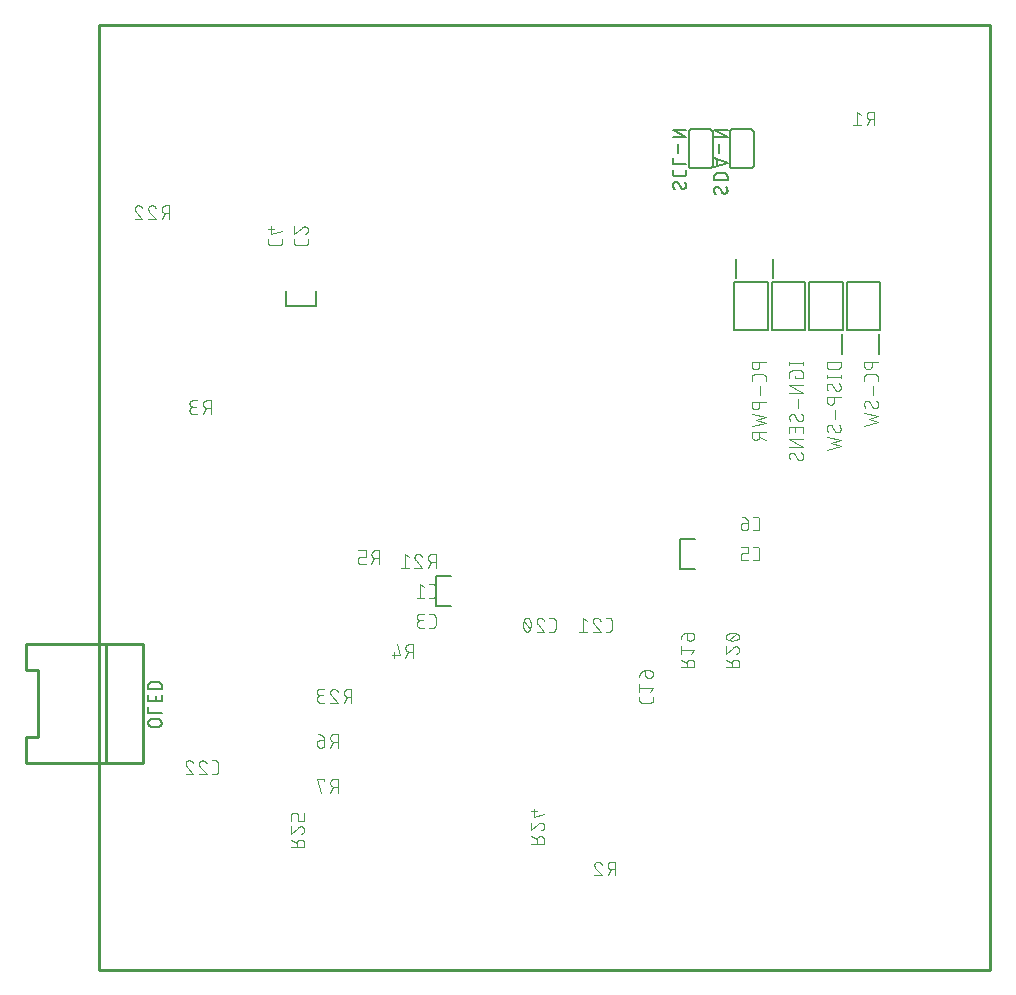
<source format=gbr>
G04 EAGLE Gerber RS-274X export*
G75*
%MOMM*%
%FSLAX34Y34*%
%LPD*%
%INSilkscreen Bottom*%
%IPPOS*%
%AMOC8*
5,1,8,0,0,1.08239X$1,22.5*%
G01*
%ADD10C,0.101600*%
%ADD11C,0.127000*%
%ADD12C,0.254000*%
%ADD13C,0.152400*%
%ADD14C,0.200000*%
%ADD15C,0.076200*%
%ADD16C,0.254000*%


D10*
X457708Y431231D02*
X457708Y428634D01*
X457710Y428535D01*
X457716Y428435D01*
X457725Y428336D01*
X457738Y428238D01*
X457755Y428140D01*
X457776Y428042D01*
X457801Y427946D01*
X457829Y427851D01*
X457861Y427757D01*
X457896Y427664D01*
X457935Y427572D01*
X457978Y427482D01*
X458023Y427394D01*
X458073Y427307D01*
X458125Y427223D01*
X458181Y427140D01*
X458239Y427060D01*
X458301Y426982D01*
X458366Y426907D01*
X458434Y426834D01*
X458504Y426764D01*
X458577Y426696D01*
X458652Y426631D01*
X458730Y426569D01*
X458810Y426511D01*
X458893Y426455D01*
X458977Y426403D01*
X459064Y426353D01*
X459152Y426308D01*
X459242Y426265D01*
X459334Y426226D01*
X459427Y426191D01*
X459521Y426159D01*
X459616Y426131D01*
X459712Y426106D01*
X459810Y426085D01*
X459908Y426068D01*
X460006Y426055D01*
X460105Y426046D01*
X460205Y426040D01*
X460304Y426038D01*
X466796Y426038D01*
X466895Y426040D01*
X466995Y426046D01*
X467094Y426055D01*
X467192Y426068D01*
X467290Y426085D01*
X467388Y426106D01*
X467484Y426131D01*
X467579Y426159D01*
X467673Y426191D01*
X467766Y426226D01*
X467858Y426265D01*
X467948Y426308D01*
X468036Y426353D01*
X468123Y426403D01*
X468207Y426455D01*
X468290Y426511D01*
X468370Y426569D01*
X468448Y426631D01*
X468523Y426696D01*
X468596Y426764D01*
X468666Y426834D01*
X468734Y426907D01*
X468799Y426982D01*
X468861Y427060D01*
X468919Y427140D01*
X468975Y427223D01*
X469027Y427307D01*
X469077Y427394D01*
X469122Y427482D01*
X469165Y427572D01*
X469204Y427664D01*
X469239Y427756D01*
X469271Y427851D01*
X469299Y427946D01*
X469324Y428042D01*
X469345Y428140D01*
X469362Y428238D01*
X469375Y428336D01*
X469384Y428435D01*
X469390Y428535D01*
X469392Y428634D01*
X469392Y431231D01*
X466796Y435596D02*
X469392Y438841D01*
X457708Y438841D01*
X457708Y435596D02*
X457708Y442087D01*
X462901Y449622D02*
X462901Y453517D01*
X462901Y449622D02*
X462903Y449523D01*
X462909Y449423D01*
X462918Y449324D01*
X462931Y449226D01*
X462948Y449128D01*
X462969Y449030D01*
X462994Y448934D01*
X463022Y448839D01*
X463054Y448745D01*
X463089Y448652D01*
X463128Y448560D01*
X463171Y448470D01*
X463216Y448382D01*
X463266Y448295D01*
X463318Y448211D01*
X463374Y448128D01*
X463432Y448048D01*
X463494Y447970D01*
X463559Y447895D01*
X463627Y447822D01*
X463697Y447752D01*
X463770Y447684D01*
X463845Y447619D01*
X463923Y447557D01*
X464003Y447499D01*
X464086Y447443D01*
X464170Y447391D01*
X464257Y447341D01*
X464345Y447296D01*
X464435Y447253D01*
X464527Y447214D01*
X464620Y447179D01*
X464714Y447147D01*
X464809Y447119D01*
X464905Y447094D01*
X465003Y447073D01*
X465101Y447056D01*
X465199Y447043D01*
X465298Y447034D01*
X465398Y447028D01*
X465497Y447026D01*
X466146Y447026D01*
X466146Y447025D02*
X466259Y447027D01*
X466372Y447033D01*
X466485Y447043D01*
X466598Y447057D01*
X466710Y447074D01*
X466821Y447096D01*
X466931Y447121D01*
X467041Y447151D01*
X467149Y447184D01*
X467256Y447221D01*
X467362Y447261D01*
X467466Y447306D01*
X467569Y447354D01*
X467670Y447405D01*
X467769Y447460D01*
X467866Y447518D01*
X467961Y447580D01*
X468054Y447645D01*
X468144Y447713D01*
X468232Y447784D01*
X468318Y447859D01*
X468401Y447936D01*
X468481Y448016D01*
X468558Y448099D01*
X468633Y448185D01*
X468704Y448273D01*
X468772Y448363D01*
X468837Y448456D01*
X468899Y448551D01*
X468957Y448648D01*
X469012Y448747D01*
X469063Y448848D01*
X469111Y448951D01*
X469156Y449055D01*
X469196Y449161D01*
X469233Y449268D01*
X469266Y449376D01*
X469296Y449486D01*
X469321Y449596D01*
X469343Y449707D01*
X469360Y449819D01*
X469374Y449932D01*
X469384Y450045D01*
X469390Y450158D01*
X469392Y450271D01*
X469390Y450384D01*
X469384Y450497D01*
X469374Y450610D01*
X469360Y450723D01*
X469343Y450835D01*
X469321Y450946D01*
X469296Y451056D01*
X469266Y451166D01*
X469233Y451274D01*
X469196Y451381D01*
X469156Y451487D01*
X469111Y451591D01*
X469063Y451694D01*
X469012Y451795D01*
X468957Y451894D01*
X468899Y451991D01*
X468837Y452086D01*
X468772Y452179D01*
X468704Y452269D01*
X468633Y452357D01*
X468558Y452443D01*
X468481Y452526D01*
X468401Y452606D01*
X468318Y452683D01*
X468232Y452758D01*
X468144Y452829D01*
X468054Y452897D01*
X467961Y452962D01*
X467866Y453024D01*
X467769Y453082D01*
X467670Y453137D01*
X467569Y453188D01*
X467466Y453236D01*
X467362Y453281D01*
X467256Y453321D01*
X467149Y453358D01*
X467041Y453391D01*
X466931Y453421D01*
X466821Y453446D01*
X466710Y453468D01*
X466598Y453485D01*
X466485Y453499D01*
X466372Y453509D01*
X466259Y453515D01*
X466146Y453517D01*
X462901Y453517D01*
X462758Y453515D01*
X462615Y453509D01*
X462472Y453499D01*
X462330Y453485D01*
X462188Y453468D01*
X462046Y453446D01*
X461905Y453421D01*
X461765Y453391D01*
X461626Y453358D01*
X461488Y453321D01*
X461351Y453280D01*
X461215Y453236D01*
X461080Y453187D01*
X460947Y453135D01*
X460815Y453080D01*
X460685Y453020D01*
X460556Y452957D01*
X460429Y452891D01*
X460305Y452821D01*
X460182Y452748D01*
X460061Y452671D01*
X459942Y452591D01*
X459826Y452508D01*
X459711Y452422D01*
X459600Y452333D01*
X459490Y452240D01*
X459384Y452145D01*
X459280Y452046D01*
X459179Y451945D01*
X459080Y451841D01*
X458985Y451735D01*
X458892Y451625D01*
X458803Y451514D01*
X458717Y451399D01*
X458634Y451283D01*
X458554Y451164D01*
X458477Y451043D01*
X458404Y450921D01*
X458334Y450796D01*
X458268Y450669D01*
X458205Y450540D01*
X458145Y450410D01*
X458090Y450278D01*
X458038Y450145D01*
X457989Y450010D01*
X457945Y449874D01*
X457904Y449737D01*
X457867Y449599D01*
X457834Y449460D01*
X457804Y449320D01*
X457779Y449179D01*
X457757Y449037D01*
X457740Y448895D01*
X457726Y448753D01*
X457716Y448610D01*
X457710Y448467D01*
X457708Y448324D01*
X384246Y486283D02*
X381649Y486283D01*
X384246Y486283D02*
X384345Y486285D01*
X384445Y486291D01*
X384544Y486300D01*
X384642Y486313D01*
X384740Y486330D01*
X384838Y486351D01*
X384934Y486376D01*
X385029Y486404D01*
X385123Y486436D01*
X385216Y486471D01*
X385308Y486510D01*
X385398Y486553D01*
X385486Y486598D01*
X385573Y486648D01*
X385657Y486700D01*
X385740Y486756D01*
X385820Y486814D01*
X385898Y486876D01*
X385973Y486941D01*
X386046Y487009D01*
X386116Y487079D01*
X386184Y487152D01*
X386249Y487227D01*
X386311Y487305D01*
X386369Y487385D01*
X386425Y487468D01*
X386477Y487552D01*
X386527Y487639D01*
X386572Y487727D01*
X386615Y487817D01*
X386654Y487909D01*
X386689Y488002D01*
X386721Y488096D01*
X386749Y488191D01*
X386774Y488287D01*
X386795Y488385D01*
X386812Y488483D01*
X386825Y488581D01*
X386834Y488680D01*
X386840Y488780D01*
X386842Y488879D01*
X386842Y495371D01*
X386840Y495470D01*
X386834Y495570D01*
X386825Y495669D01*
X386812Y495767D01*
X386795Y495865D01*
X386774Y495963D01*
X386749Y496059D01*
X386721Y496154D01*
X386689Y496248D01*
X386654Y496341D01*
X386615Y496433D01*
X386572Y496523D01*
X386527Y496611D01*
X386477Y496698D01*
X386425Y496782D01*
X386369Y496865D01*
X386311Y496945D01*
X386249Y497023D01*
X386184Y497098D01*
X386116Y497171D01*
X386046Y497241D01*
X385973Y497309D01*
X385898Y497374D01*
X385820Y497436D01*
X385740Y497494D01*
X385657Y497550D01*
X385573Y497602D01*
X385486Y497652D01*
X385398Y497697D01*
X385308Y497740D01*
X385216Y497779D01*
X385123Y497814D01*
X385029Y497846D01*
X384934Y497874D01*
X384838Y497899D01*
X384740Y497920D01*
X384642Y497937D01*
X384544Y497950D01*
X384445Y497959D01*
X384345Y497965D01*
X384246Y497967D01*
X381649Y497967D01*
X373714Y497967D02*
X373607Y497965D01*
X373501Y497959D01*
X373395Y497949D01*
X373289Y497936D01*
X373183Y497918D01*
X373079Y497897D01*
X372975Y497872D01*
X372872Y497843D01*
X372771Y497811D01*
X372671Y497774D01*
X372572Y497734D01*
X372474Y497691D01*
X372378Y497644D01*
X372284Y497593D01*
X372192Y497539D01*
X372102Y497482D01*
X372014Y497422D01*
X371929Y497358D01*
X371846Y497291D01*
X371765Y497221D01*
X371687Y497149D01*
X371611Y497073D01*
X371539Y496995D01*
X371469Y496914D01*
X371402Y496831D01*
X371338Y496746D01*
X371278Y496658D01*
X371221Y496568D01*
X371167Y496476D01*
X371116Y496382D01*
X371069Y496286D01*
X371026Y496188D01*
X370986Y496089D01*
X370949Y495989D01*
X370917Y495888D01*
X370888Y495785D01*
X370863Y495681D01*
X370842Y495577D01*
X370824Y495471D01*
X370811Y495365D01*
X370801Y495259D01*
X370795Y495153D01*
X370793Y495046D01*
X373714Y497967D02*
X373835Y497965D01*
X373956Y497959D01*
X374076Y497949D01*
X374197Y497936D01*
X374316Y497918D01*
X374436Y497897D01*
X374554Y497872D01*
X374671Y497843D01*
X374788Y497810D01*
X374903Y497774D01*
X375017Y497733D01*
X375130Y497690D01*
X375242Y497642D01*
X375351Y497591D01*
X375459Y497536D01*
X375566Y497478D01*
X375670Y497417D01*
X375772Y497352D01*
X375872Y497284D01*
X375970Y497213D01*
X376066Y497139D01*
X376159Y497062D01*
X376249Y496981D01*
X376337Y496898D01*
X376422Y496812D01*
X376505Y496723D01*
X376584Y496632D01*
X376661Y496538D01*
X376734Y496442D01*
X376804Y496344D01*
X376871Y496243D01*
X376935Y496140D01*
X376996Y496035D01*
X377053Y495928D01*
X377106Y495820D01*
X377156Y495710D01*
X377202Y495598D01*
X377245Y495485D01*
X377284Y495370D01*
X371767Y492774D02*
X371688Y492852D01*
X371612Y492932D01*
X371539Y493015D01*
X371469Y493101D01*
X371402Y493188D01*
X371338Y493279D01*
X371278Y493371D01*
X371220Y493465D01*
X371166Y493562D01*
X371116Y493660D01*
X371069Y493760D01*
X371025Y493861D01*
X370985Y493964D01*
X370949Y494069D01*
X370917Y494174D01*
X370888Y494281D01*
X370863Y494388D01*
X370841Y494497D01*
X370824Y494606D01*
X370810Y494715D01*
X370801Y494825D01*
X370795Y494936D01*
X370793Y495046D01*
X371766Y492774D02*
X377284Y486283D01*
X370793Y486283D01*
X365854Y492125D02*
X365851Y492355D01*
X365843Y492585D01*
X365829Y492814D01*
X365810Y493043D01*
X365785Y493272D01*
X365755Y493500D01*
X365720Y493727D01*
X365679Y493953D01*
X365633Y494178D01*
X365581Y494402D01*
X365524Y494625D01*
X365462Y494846D01*
X365394Y495066D01*
X365321Y495284D01*
X365243Y495500D01*
X365160Y495714D01*
X365072Y495927D01*
X364979Y496137D01*
X364880Y496344D01*
X364847Y496434D01*
X364811Y496523D01*
X364771Y496611D01*
X364727Y496696D01*
X364680Y496780D01*
X364630Y496862D01*
X364576Y496942D01*
X364520Y497019D01*
X364460Y497095D01*
X364397Y497168D01*
X364332Y497238D01*
X364263Y497306D01*
X364192Y497370D01*
X364119Y497432D01*
X364043Y497491D01*
X363965Y497547D01*
X363884Y497600D01*
X363802Y497649D01*
X363718Y497695D01*
X363631Y497738D01*
X363544Y497777D01*
X363454Y497813D01*
X363364Y497845D01*
X363272Y497873D01*
X363179Y497898D01*
X363085Y497919D01*
X362991Y497936D01*
X362896Y497950D01*
X362800Y497959D01*
X362704Y497965D01*
X362608Y497967D01*
X362512Y497965D01*
X362416Y497959D01*
X362320Y497950D01*
X362225Y497936D01*
X362131Y497919D01*
X362037Y497898D01*
X361944Y497873D01*
X361852Y497845D01*
X361762Y497813D01*
X361672Y497777D01*
X361585Y497738D01*
X361498Y497695D01*
X361414Y497649D01*
X361332Y497600D01*
X361251Y497547D01*
X361173Y497491D01*
X361097Y497432D01*
X361024Y497370D01*
X360953Y497306D01*
X360884Y497238D01*
X360819Y497168D01*
X360756Y497095D01*
X360696Y497020D01*
X360640Y496942D01*
X360586Y496862D01*
X360536Y496780D01*
X360489Y496696D01*
X360446Y496611D01*
X360405Y496523D01*
X360369Y496434D01*
X360336Y496344D01*
X360337Y496344D02*
X360238Y496136D01*
X360145Y495926D01*
X360057Y495714D01*
X359974Y495500D01*
X359896Y495283D01*
X359823Y495065D01*
X359755Y494846D01*
X359693Y494624D01*
X359636Y494402D01*
X359584Y494178D01*
X359538Y493953D01*
X359497Y493727D01*
X359462Y493499D01*
X359432Y493272D01*
X359407Y493043D01*
X359388Y492814D01*
X359374Y492585D01*
X359366Y492355D01*
X359363Y492125D01*
X365854Y492125D02*
X365851Y491895D01*
X365843Y491665D01*
X365829Y491436D01*
X365810Y491207D01*
X365785Y490978D01*
X365755Y490750D01*
X365720Y490523D01*
X365679Y490297D01*
X365633Y490072D01*
X365581Y489848D01*
X365524Y489625D01*
X365462Y489404D01*
X365394Y489184D01*
X365321Y488966D01*
X365243Y488750D01*
X365160Y488536D01*
X365072Y488324D01*
X364979Y488113D01*
X364880Y487906D01*
X364847Y487816D01*
X364811Y487727D01*
X364770Y487639D01*
X364727Y487554D01*
X364680Y487470D01*
X364630Y487388D01*
X364576Y487308D01*
X364520Y487231D01*
X364460Y487155D01*
X364397Y487082D01*
X364332Y487012D01*
X364263Y486944D01*
X364192Y486880D01*
X364119Y486818D01*
X364043Y486759D01*
X363965Y486703D01*
X363884Y486650D01*
X363802Y486601D01*
X363718Y486555D01*
X363631Y486512D01*
X363544Y486473D01*
X363454Y486437D01*
X363364Y486405D01*
X363272Y486377D01*
X363179Y486352D01*
X363085Y486331D01*
X362991Y486314D01*
X362896Y486300D01*
X362800Y486291D01*
X362704Y486285D01*
X362608Y486283D01*
X360336Y487906D02*
X360237Y488113D01*
X360144Y488324D01*
X360056Y488536D01*
X359973Y488750D01*
X359895Y488966D01*
X359822Y489184D01*
X359754Y489404D01*
X359692Y489625D01*
X359635Y489848D01*
X359583Y490072D01*
X359537Y490297D01*
X359496Y490523D01*
X359461Y490750D01*
X359431Y490978D01*
X359406Y491207D01*
X359387Y491436D01*
X359373Y491665D01*
X359365Y491895D01*
X359362Y492125D01*
X360336Y487906D02*
X360369Y487816D01*
X360405Y487727D01*
X360446Y487639D01*
X360489Y487554D01*
X360536Y487470D01*
X360586Y487388D01*
X360640Y487308D01*
X360696Y487230D01*
X360756Y487155D01*
X360819Y487082D01*
X360884Y487012D01*
X360953Y486944D01*
X361024Y486880D01*
X361097Y486818D01*
X361173Y486759D01*
X361251Y486703D01*
X361332Y486650D01*
X361414Y486601D01*
X361498Y486555D01*
X361585Y486512D01*
X361672Y486473D01*
X361762Y486437D01*
X361852Y486405D01*
X361944Y486377D01*
X362037Y486352D01*
X362131Y486331D01*
X362225Y486314D01*
X362320Y486300D01*
X362416Y486291D01*
X362512Y486285D01*
X362608Y486283D01*
X365205Y488879D02*
X360012Y495371D01*
X429274Y486283D02*
X431871Y486283D01*
X431970Y486285D01*
X432070Y486291D01*
X432169Y486300D01*
X432267Y486313D01*
X432365Y486330D01*
X432463Y486351D01*
X432559Y486376D01*
X432654Y486404D01*
X432748Y486436D01*
X432841Y486471D01*
X432933Y486510D01*
X433023Y486553D01*
X433111Y486598D01*
X433198Y486648D01*
X433282Y486700D01*
X433365Y486756D01*
X433445Y486814D01*
X433523Y486876D01*
X433598Y486941D01*
X433671Y487009D01*
X433741Y487079D01*
X433809Y487152D01*
X433874Y487227D01*
X433936Y487305D01*
X433994Y487385D01*
X434050Y487468D01*
X434102Y487552D01*
X434152Y487639D01*
X434197Y487727D01*
X434240Y487817D01*
X434279Y487909D01*
X434314Y488002D01*
X434346Y488096D01*
X434374Y488191D01*
X434399Y488287D01*
X434420Y488385D01*
X434437Y488483D01*
X434450Y488581D01*
X434459Y488680D01*
X434465Y488780D01*
X434467Y488879D01*
X434467Y495371D01*
X434465Y495470D01*
X434459Y495570D01*
X434450Y495669D01*
X434437Y495767D01*
X434420Y495865D01*
X434399Y495963D01*
X434374Y496059D01*
X434346Y496154D01*
X434314Y496248D01*
X434279Y496341D01*
X434240Y496433D01*
X434197Y496523D01*
X434152Y496611D01*
X434102Y496698D01*
X434050Y496782D01*
X433994Y496865D01*
X433936Y496945D01*
X433874Y497023D01*
X433809Y497098D01*
X433741Y497171D01*
X433671Y497241D01*
X433598Y497309D01*
X433523Y497374D01*
X433445Y497436D01*
X433365Y497494D01*
X433282Y497550D01*
X433198Y497602D01*
X433111Y497652D01*
X433023Y497697D01*
X432933Y497740D01*
X432841Y497779D01*
X432748Y497814D01*
X432654Y497846D01*
X432559Y497874D01*
X432463Y497899D01*
X432365Y497920D01*
X432267Y497937D01*
X432169Y497950D01*
X432070Y497959D01*
X431970Y497965D01*
X431871Y497967D01*
X429274Y497967D01*
X421339Y497967D02*
X421232Y497965D01*
X421126Y497959D01*
X421020Y497949D01*
X420914Y497936D01*
X420808Y497918D01*
X420704Y497897D01*
X420600Y497872D01*
X420497Y497843D01*
X420396Y497811D01*
X420296Y497774D01*
X420197Y497734D01*
X420099Y497691D01*
X420003Y497644D01*
X419909Y497593D01*
X419817Y497539D01*
X419727Y497482D01*
X419639Y497422D01*
X419554Y497358D01*
X419471Y497291D01*
X419390Y497221D01*
X419312Y497149D01*
X419236Y497073D01*
X419164Y496995D01*
X419094Y496914D01*
X419027Y496831D01*
X418963Y496746D01*
X418903Y496658D01*
X418846Y496568D01*
X418792Y496476D01*
X418741Y496382D01*
X418694Y496286D01*
X418651Y496188D01*
X418611Y496089D01*
X418574Y495989D01*
X418542Y495888D01*
X418513Y495785D01*
X418488Y495681D01*
X418467Y495577D01*
X418449Y495471D01*
X418436Y495365D01*
X418426Y495259D01*
X418420Y495153D01*
X418418Y495046D01*
X421339Y497967D02*
X421460Y497965D01*
X421581Y497959D01*
X421701Y497949D01*
X421822Y497936D01*
X421941Y497918D01*
X422061Y497897D01*
X422179Y497872D01*
X422296Y497843D01*
X422413Y497810D01*
X422528Y497774D01*
X422642Y497733D01*
X422755Y497690D01*
X422867Y497642D01*
X422976Y497591D01*
X423084Y497536D01*
X423191Y497478D01*
X423295Y497417D01*
X423397Y497352D01*
X423497Y497284D01*
X423595Y497213D01*
X423691Y497139D01*
X423784Y497062D01*
X423874Y496981D01*
X423962Y496898D01*
X424047Y496812D01*
X424130Y496723D01*
X424209Y496632D01*
X424286Y496538D01*
X424359Y496442D01*
X424429Y496344D01*
X424496Y496243D01*
X424560Y496140D01*
X424621Y496035D01*
X424678Y495928D01*
X424731Y495820D01*
X424781Y495710D01*
X424827Y495598D01*
X424870Y495485D01*
X424909Y495370D01*
X419392Y492774D02*
X419313Y492852D01*
X419237Y492932D01*
X419164Y493015D01*
X419094Y493101D01*
X419027Y493188D01*
X418963Y493279D01*
X418903Y493371D01*
X418845Y493465D01*
X418791Y493562D01*
X418741Y493660D01*
X418694Y493760D01*
X418650Y493861D01*
X418610Y493964D01*
X418574Y494069D01*
X418542Y494174D01*
X418513Y494281D01*
X418488Y494388D01*
X418466Y494497D01*
X418449Y494606D01*
X418435Y494715D01*
X418426Y494825D01*
X418420Y494936D01*
X418418Y495046D01*
X419391Y492774D02*
X424909Y486283D01*
X418418Y486283D01*
X413479Y495371D02*
X410233Y497967D01*
X410233Y486283D01*
X406988Y486283D02*
X413479Y486283D01*
X98416Y365633D02*
X95819Y365633D01*
X98416Y365633D02*
X98515Y365635D01*
X98615Y365641D01*
X98714Y365650D01*
X98812Y365663D01*
X98910Y365680D01*
X99008Y365701D01*
X99104Y365726D01*
X99199Y365754D01*
X99293Y365786D01*
X99386Y365821D01*
X99478Y365860D01*
X99568Y365903D01*
X99656Y365948D01*
X99743Y365998D01*
X99827Y366050D01*
X99910Y366106D01*
X99990Y366164D01*
X100068Y366226D01*
X100143Y366291D01*
X100216Y366359D01*
X100286Y366429D01*
X100354Y366502D01*
X100419Y366577D01*
X100481Y366655D01*
X100539Y366735D01*
X100595Y366818D01*
X100647Y366902D01*
X100697Y366989D01*
X100742Y367077D01*
X100785Y367167D01*
X100824Y367259D01*
X100859Y367352D01*
X100891Y367446D01*
X100919Y367541D01*
X100944Y367637D01*
X100965Y367735D01*
X100982Y367833D01*
X100995Y367931D01*
X101004Y368030D01*
X101010Y368130D01*
X101012Y368229D01*
X101012Y374721D01*
X101010Y374820D01*
X101004Y374920D01*
X100995Y375019D01*
X100982Y375117D01*
X100965Y375215D01*
X100944Y375313D01*
X100919Y375409D01*
X100891Y375504D01*
X100859Y375598D01*
X100824Y375691D01*
X100785Y375783D01*
X100742Y375873D01*
X100697Y375961D01*
X100647Y376048D01*
X100595Y376132D01*
X100539Y376215D01*
X100481Y376295D01*
X100419Y376373D01*
X100354Y376448D01*
X100286Y376521D01*
X100216Y376591D01*
X100143Y376659D01*
X100068Y376724D01*
X99990Y376786D01*
X99910Y376844D01*
X99827Y376900D01*
X99743Y376952D01*
X99656Y377002D01*
X99568Y377047D01*
X99478Y377090D01*
X99386Y377129D01*
X99293Y377164D01*
X99199Y377196D01*
X99104Y377224D01*
X99008Y377249D01*
X98910Y377270D01*
X98812Y377287D01*
X98714Y377300D01*
X98615Y377309D01*
X98515Y377315D01*
X98416Y377317D01*
X95819Y377317D01*
X87884Y377317D02*
X87777Y377315D01*
X87671Y377309D01*
X87565Y377299D01*
X87459Y377286D01*
X87353Y377268D01*
X87249Y377247D01*
X87145Y377222D01*
X87042Y377193D01*
X86941Y377161D01*
X86841Y377124D01*
X86742Y377084D01*
X86644Y377041D01*
X86548Y376994D01*
X86454Y376943D01*
X86362Y376889D01*
X86272Y376832D01*
X86184Y376772D01*
X86099Y376708D01*
X86016Y376641D01*
X85935Y376571D01*
X85857Y376499D01*
X85781Y376423D01*
X85709Y376345D01*
X85639Y376264D01*
X85572Y376181D01*
X85508Y376096D01*
X85448Y376008D01*
X85391Y375918D01*
X85337Y375826D01*
X85286Y375732D01*
X85239Y375636D01*
X85196Y375538D01*
X85156Y375439D01*
X85119Y375339D01*
X85087Y375238D01*
X85058Y375135D01*
X85033Y375031D01*
X85012Y374927D01*
X84994Y374821D01*
X84981Y374715D01*
X84971Y374609D01*
X84965Y374503D01*
X84963Y374396D01*
X87884Y377317D02*
X88005Y377315D01*
X88126Y377309D01*
X88246Y377299D01*
X88367Y377286D01*
X88486Y377268D01*
X88606Y377247D01*
X88724Y377222D01*
X88841Y377193D01*
X88958Y377160D01*
X89073Y377124D01*
X89187Y377083D01*
X89300Y377040D01*
X89412Y376992D01*
X89521Y376941D01*
X89629Y376886D01*
X89736Y376828D01*
X89840Y376767D01*
X89942Y376702D01*
X90042Y376634D01*
X90140Y376563D01*
X90236Y376489D01*
X90329Y376412D01*
X90419Y376331D01*
X90507Y376248D01*
X90592Y376162D01*
X90675Y376073D01*
X90754Y375982D01*
X90831Y375888D01*
X90904Y375792D01*
X90974Y375694D01*
X91041Y375593D01*
X91105Y375490D01*
X91166Y375385D01*
X91223Y375278D01*
X91276Y375170D01*
X91326Y375060D01*
X91372Y374948D01*
X91415Y374835D01*
X91454Y374720D01*
X85937Y372124D02*
X85858Y372202D01*
X85782Y372282D01*
X85709Y372365D01*
X85639Y372451D01*
X85572Y372538D01*
X85508Y372629D01*
X85448Y372721D01*
X85390Y372815D01*
X85336Y372912D01*
X85286Y373010D01*
X85239Y373110D01*
X85195Y373211D01*
X85155Y373314D01*
X85119Y373419D01*
X85087Y373524D01*
X85058Y373631D01*
X85033Y373738D01*
X85011Y373847D01*
X84994Y373956D01*
X84980Y374065D01*
X84971Y374175D01*
X84965Y374286D01*
X84963Y374396D01*
X85937Y372124D02*
X91454Y365633D01*
X84963Y365633D01*
X73533Y374396D02*
X73535Y374503D01*
X73541Y374609D01*
X73551Y374715D01*
X73564Y374821D01*
X73582Y374927D01*
X73603Y375031D01*
X73628Y375135D01*
X73657Y375238D01*
X73689Y375339D01*
X73726Y375439D01*
X73766Y375538D01*
X73809Y375636D01*
X73856Y375732D01*
X73907Y375826D01*
X73961Y375918D01*
X74018Y376008D01*
X74078Y376096D01*
X74142Y376181D01*
X74209Y376264D01*
X74279Y376345D01*
X74351Y376423D01*
X74427Y376499D01*
X74505Y376571D01*
X74586Y376641D01*
X74669Y376708D01*
X74754Y376772D01*
X74842Y376832D01*
X74932Y376889D01*
X75024Y376943D01*
X75118Y376994D01*
X75214Y377041D01*
X75312Y377084D01*
X75411Y377124D01*
X75511Y377161D01*
X75612Y377193D01*
X75715Y377222D01*
X75819Y377247D01*
X75923Y377268D01*
X76029Y377286D01*
X76135Y377299D01*
X76241Y377309D01*
X76347Y377315D01*
X76454Y377317D01*
X76575Y377315D01*
X76696Y377309D01*
X76816Y377299D01*
X76937Y377286D01*
X77056Y377268D01*
X77176Y377247D01*
X77294Y377222D01*
X77411Y377193D01*
X77528Y377160D01*
X77643Y377124D01*
X77757Y377083D01*
X77870Y377040D01*
X77982Y376992D01*
X78091Y376941D01*
X78199Y376886D01*
X78306Y376828D01*
X78410Y376767D01*
X78512Y376702D01*
X78612Y376634D01*
X78710Y376563D01*
X78806Y376489D01*
X78899Y376412D01*
X78989Y376331D01*
X79077Y376248D01*
X79162Y376162D01*
X79245Y376073D01*
X79324Y375982D01*
X79401Y375888D01*
X79474Y375792D01*
X79544Y375694D01*
X79611Y375593D01*
X79675Y375490D01*
X79736Y375385D01*
X79793Y375278D01*
X79846Y375170D01*
X79896Y375060D01*
X79942Y374948D01*
X79985Y374835D01*
X80024Y374720D01*
X74507Y372124D02*
X74428Y372202D01*
X74352Y372282D01*
X74279Y372365D01*
X74209Y372451D01*
X74142Y372538D01*
X74078Y372629D01*
X74018Y372721D01*
X73960Y372815D01*
X73906Y372912D01*
X73856Y373010D01*
X73809Y373110D01*
X73765Y373211D01*
X73725Y373314D01*
X73689Y373419D01*
X73657Y373524D01*
X73628Y373631D01*
X73603Y373738D01*
X73581Y373847D01*
X73564Y373956D01*
X73550Y374065D01*
X73541Y374175D01*
X73535Y374286D01*
X73533Y374396D01*
X74507Y372124D02*
X80024Y365633D01*
X73533Y365633D01*
D11*
X32225Y475450D02*
X12225Y475450D01*
D12*
X6225Y475450D02*
X-61775Y475450D01*
X6225Y475450D02*
X37225Y475450D01*
X37225Y375450D02*
X6225Y375450D01*
X-61775Y375450D01*
X37225Y375450D02*
X37225Y475450D01*
X6225Y475450D02*
X6225Y375450D01*
X-61775Y453450D02*
X-61775Y475450D01*
X-61775Y453450D02*
X-51775Y453450D01*
X-51775Y397450D01*
X-61775Y397450D01*
X-61775Y375450D01*
D11*
X45085Y405892D02*
X50165Y405892D01*
X50276Y405894D01*
X50386Y405900D01*
X50497Y405909D01*
X50607Y405923D01*
X50716Y405940D01*
X50825Y405961D01*
X50933Y405986D01*
X51040Y406015D01*
X51146Y406047D01*
X51251Y406083D01*
X51354Y406123D01*
X51456Y406166D01*
X51557Y406213D01*
X51656Y406264D01*
X51752Y406317D01*
X51847Y406374D01*
X51940Y406435D01*
X52031Y406498D01*
X52120Y406565D01*
X52206Y406635D01*
X52289Y406708D01*
X52371Y406783D01*
X52449Y406861D01*
X52524Y406943D01*
X52597Y407026D01*
X52667Y407112D01*
X52734Y407201D01*
X52797Y407292D01*
X52858Y407385D01*
X52915Y407479D01*
X52968Y407576D01*
X53019Y407675D01*
X53066Y407776D01*
X53109Y407878D01*
X53149Y407981D01*
X53185Y408086D01*
X53217Y408192D01*
X53246Y408299D01*
X53271Y408407D01*
X53292Y408516D01*
X53309Y408625D01*
X53323Y408735D01*
X53332Y408846D01*
X53338Y408956D01*
X53340Y409067D01*
X53338Y409178D01*
X53332Y409288D01*
X53323Y409399D01*
X53309Y409509D01*
X53292Y409618D01*
X53271Y409727D01*
X53246Y409835D01*
X53217Y409942D01*
X53185Y410048D01*
X53149Y410153D01*
X53109Y410256D01*
X53066Y410358D01*
X53019Y410459D01*
X52968Y410558D01*
X52915Y410654D01*
X52858Y410749D01*
X52797Y410842D01*
X52734Y410933D01*
X52667Y411022D01*
X52597Y411108D01*
X52524Y411191D01*
X52449Y411273D01*
X52371Y411351D01*
X52289Y411426D01*
X52206Y411499D01*
X52120Y411569D01*
X52031Y411636D01*
X51940Y411699D01*
X51847Y411760D01*
X51753Y411817D01*
X51656Y411870D01*
X51557Y411921D01*
X51456Y411968D01*
X51354Y412011D01*
X51251Y412051D01*
X51146Y412087D01*
X51040Y412119D01*
X50933Y412148D01*
X50825Y412173D01*
X50716Y412194D01*
X50607Y412211D01*
X50497Y412225D01*
X50386Y412234D01*
X50276Y412240D01*
X50165Y412242D01*
X45085Y412242D01*
X44974Y412240D01*
X44864Y412234D01*
X44753Y412225D01*
X44643Y412211D01*
X44534Y412194D01*
X44425Y412173D01*
X44317Y412148D01*
X44210Y412119D01*
X44104Y412087D01*
X43999Y412051D01*
X43896Y412011D01*
X43794Y411968D01*
X43693Y411921D01*
X43594Y411870D01*
X43498Y411817D01*
X43403Y411760D01*
X43310Y411699D01*
X43219Y411636D01*
X43130Y411569D01*
X43044Y411499D01*
X42961Y411426D01*
X42879Y411351D01*
X42801Y411273D01*
X42726Y411191D01*
X42653Y411108D01*
X42583Y411022D01*
X42516Y410933D01*
X42453Y410842D01*
X42392Y410749D01*
X42335Y410655D01*
X42282Y410558D01*
X42231Y410459D01*
X42184Y410358D01*
X42141Y410256D01*
X42101Y410153D01*
X42065Y410048D01*
X42033Y409942D01*
X42004Y409835D01*
X41979Y409727D01*
X41958Y409618D01*
X41941Y409509D01*
X41927Y409399D01*
X41918Y409288D01*
X41912Y409178D01*
X41910Y409067D01*
X41912Y408956D01*
X41918Y408846D01*
X41927Y408735D01*
X41941Y408625D01*
X41958Y408516D01*
X41979Y408407D01*
X42004Y408299D01*
X42033Y408192D01*
X42065Y408086D01*
X42101Y407981D01*
X42141Y407878D01*
X42184Y407776D01*
X42231Y407675D01*
X42282Y407576D01*
X42335Y407480D01*
X42392Y407385D01*
X42453Y407292D01*
X42516Y407201D01*
X42583Y407112D01*
X42653Y407026D01*
X42726Y406943D01*
X42801Y406861D01*
X42879Y406783D01*
X42961Y406708D01*
X43044Y406635D01*
X43130Y406565D01*
X43219Y406498D01*
X43310Y406435D01*
X43403Y406374D01*
X43498Y406317D01*
X43594Y406264D01*
X43693Y406213D01*
X43794Y406166D01*
X43896Y406123D01*
X43999Y406083D01*
X44104Y406047D01*
X44210Y406015D01*
X44317Y405986D01*
X44425Y405961D01*
X44534Y405940D01*
X44643Y405923D01*
X44753Y405909D01*
X44864Y405900D01*
X44974Y405894D01*
X45085Y405892D01*
X41910Y417728D02*
X53340Y417728D01*
X41910Y417728D02*
X41910Y422808D01*
X41910Y427634D02*
X41910Y432714D01*
X41910Y427634D02*
X53340Y427634D01*
X53340Y432714D01*
X48260Y431444D02*
X48260Y427634D01*
X53340Y437515D02*
X41910Y437515D01*
X53340Y437515D02*
X53340Y440690D01*
X53338Y440801D01*
X53332Y440911D01*
X53323Y441022D01*
X53309Y441132D01*
X53292Y441241D01*
X53271Y441350D01*
X53246Y441458D01*
X53217Y441565D01*
X53185Y441671D01*
X53149Y441776D01*
X53109Y441879D01*
X53066Y441981D01*
X53019Y442082D01*
X52968Y442181D01*
X52915Y442278D01*
X52858Y442372D01*
X52797Y442465D01*
X52734Y442556D01*
X52667Y442645D01*
X52597Y442731D01*
X52524Y442814D01*
X52449Y442896D01*
X52371Y442974D01*
X52289Y443049D01*
X52206Y443122D01*
X52120Y443192D01*
X52031Y443259D01*
X51940Y443322D01*
X51847Y443383D01*
X51753Y443440D01*
X51656Y443493D01*
X51557Y443544D01*
X51456Y443591D01*
X51354Y443634D01*
X51251Y443674D01*
X51146Y443710D01*
X51040Y443742D01*
X50933Y443771D01*
X50825Y443796D01*
X50716Y443817D01*
X50607Y443834D01*
X50497Y443848D01*
X50386Y443857D01*
X50276Y443863D01*
X50165Y443865D01*
X45085Y443865D01*
X44974Y443863D01*
X44864Y443857D01*
X44753Y443848D01*
X44643Y443834D01*
X44534Y443817D01*
X44425Y443796D01*
X44317Y443771D01*
X44210Y443742D01*
X44104Y443710D01*
X43999Y443674D01*
X43896Y443634D01*
X43794Y443591D01*
X43693Y443544D01*
X43594Y443493D01*
X43498Y443440D01*
X43403Y443383D01*
X43310Y443322D01*
X43219Y443259D01*
X43130Y443192D01*
X43044Y443122D01*
X42961Y443049D01*
X42879Y442974D01*
X42801Y442896D01*
X42726Y442814D01*
X42653Y442731D01*
X42583Y442645D01*
X42516Y442556D01*
X42453Y442465D01*
X42392Y442372D01*
X42335Y442278D01*
X42282Y442181D01*
X42231Y442082D01*
X42184Y441981D01*
X42141Y441879D01*
X42101Y441776D01*
X42065Y441671D01*
X42033Y441565D01*
X42004Y441458D01*
X41979Y441350D01*
X41958Y441241D01*
X41941Y441132D01*
X41927Y441022D01*
X41918Y440911D01*
X41912Y440801D01*
X41910Y440690D01*
X41910Y437515D01*
D10*
X656717Y914908D02*
X656717Y926592D01*
X653471Y926592D01*
X653358Y926590D01*
X653245Y926584D01*
X653132Y926574D01*
X653019Y926560D01*
X652907Y926543D01*
X652796Y926521D01*
X652686Y926496D01*
X652576Y926466D01*
X652468Y926433D01*
X652361Y926396D01*
X652255Y926356D01*
X652151Y926311D01*
X652048Y926263D01*
X651947Y926212D01*
X651848Y926157D01*
X651751Y926099D01*
X651656Y926037D01*
X651563Y925972D01*
X651473Y925904D01*
X651385Y925833D01*
X651299Y925758D01*
X651216Y925681D01*
X651136Y925601D01*
X651059Y925518D01*
X650984Y925432D01*
X650913Y925344D01*
X650845Y925254D01*
X650780Y925161D01*
X650718Y925066D01*
X650660Y924969D01*
X650605Y924870D01*
X650554Y924769D01*
X650506Y924666D01*
X650461Y924562D01*
X650421Y924456D01*
X650384Y924349D01*
X650351Y924241D01*
X650321Y924131D01*
X650296Y924021D01*
X650274Y923910D01*
X650257Y923798D01*
X650243Y923685D01*
X650233Y923572D01*
X650227Y923459D01*
X650225Y923346D01*
X650227Y923233D01*
X650233Y923120D01*
X650243Y923007D01*
X650257Y922894D01*
X650274Y922782D01*
X650296Y922671D01*
X650321Y922561D01*
X650351Y922451D01*
X650384Y922343D01*
X650421Y922236D01*
X650461Y922130D01*
X650506Y922026D01*
X650554Y921923D01*
X650605Y921822D01*
X650660Y921723D01*
X650718Y921626D01*
X650780Y921531D01*
X650845Y921438D01*
X650913Y921348D01*
X650984Y921260D01*
X651059Y921174D01*
X651136Y921091D01*
X651216Y921011D01*
X651299Y920934D01*
X651385Y920859D01*
X651473Y920788D01*
X651563Y920720D01*
X651656Y920655D01*
X651751Y920593D01*
X651848Y920535D01*
X651947Y920480D01*
X652048Y920429D01*
X652151Y920381D01*
X652255Y920336D01*
X652361Y920296D01*
X652468Y920259D01*
X652576Y920226D01*
X652686Y920196D01*
X652796Y920171D01*
X652907Y920149D01*
X653019Y920132D01*
X653132Y920118D01*
X653245Y920108D01*
X653358Y920102D01*
X653471Y920100D01*
X653471Y920101D02*
X656717Y920101D01*
X652822Y920101D02*
X650226Y914908D01*
X645361Y923996D02*
X642115Y926592D01*
X642115Y914908D01*
X638870Y914908D02*
X645361Y914908D01*
X504317Y455990D02*
X492633Y455990D01*
X504317Y455990D02*
X504317Y459235D01*
X504315Y459348D01*
X504309Y459461D01*
X504299Y459574D01*
X504285Y459687D01*
X504268Y459799D01*
X504246Y459910D01*
X504221Y460020D01*
X504191Y460130D01*
X504158Y460238D01*
X504121Y460345D01*
X504081Y460451D01*
X504036Y460555D01*
X503988Y460658D01*
X503937Y460759D01*
X503882Y460858D01*
X503824Y460955D01*
X503762Y461050D01*
X503697Y461143D01*
X503629Y461233D01*
X503558Y461321D01*
X503483Y461407D01*
X503406Y461490D01*
X503326Y461570D01*
X503243Y461647D01*
X503157Y461722D01*
X503069Y461793D01*
X502979Y461861D01*
X502886Y461926D01*
X502791Y461988D01*
X502694Y462046D01*
X502595Y462101D01*
X502494Y462152D01*
X502391Y462200D01*
X502287Y462245D01*
X502181Y462285D01*
X502074Y462322D01*
X501966Y462355D01*
X501856Y462385D01*
X501746Y462410D01*
X501635Y462432D01*
X501523Y462449D01*
X501410Y462463D01*
X501297Y462473D01*
X501184Y462479D01*
X501071Y462481D01*
X500958Y462479D01*
X500845Y462473D01*
X500732Y462463D01*
X500619Y462449D01*
X500507Y462432D01*
X500396Y462410D01*
X500286Y462385D01*
X500176Y462355D01*
X500068Y462322D01*
X499961Y462285D01*
X499855Y462245D01*
X499751Y462200D01*
X499648Y462152D01*
X499547Y462101D01*
X499448Y462046D01*
X499351Y461988D01*
X499256Y461926D01*
X499163Y461861D01*
X499073Y461793D01*
X498985Y461722D01*
X498899Y461647D01*
X498816Y461570D01*
X498736Y461490D01*
X498659Y461407D01*
X498584Y461321D01*
X498513Y461233D01*
X498445Y461143D01*
X498380Y461050D01*
X498318Y460955D01*
X498260Y460858D01*
X498205Y460759D01*
X498154Y460658D01*
X498106Y460555D01*
X498061Y460451D01*
X498021Y460345D01*
X497984Y460238D01*
X497951Y460130D01*
X497921Y460020D01*
X497896Y459910D01*
X497874Y459799D01*
X497857Y459687D01*
X497843Y459574D01*
X497833Y459461D01*
X497827Y459348D01*
X497825Y459235D01*
X497826Y459235D02*
X497826Y455990D01*
X497826Y459884D02*
X492633Y462481D01*
X501721Y467346D02*
X504317Y470591D01*
X492633Y470591D01*
X492633Y467346D02*
X492633Y473837D01*
X497826Y481372D02*
X497826Y485267D01*
X497826Y481372D02*
X497828Y481273D01*
X497834Y481173D01*
X497843Y481074D01*
X497856Y480976D01*
X497873Y480878D01*
X497894Y480780D01*
X497919Y480684D01*
X497947Y480589D01*
X497979Y480495D01*
X498014Y480402D01*
X498053Y480310D01*
X498096Y480220D01*
X498141Y480132D01*
X498191Y480045D01*
X498243Y479961D01*
X498299Y479878D01*
X498357Y479798D01*
X498419Y479720D01*
X498484Y479645D01*
X498552Y479572D01*
X498622Y479502D01*
X498695Y479434D01*
X498770Y479369D01*
X498848Y479307D01*
X498928Y479249D01*
X499011Y479193D01*
X499095Y479141D01*
X499182Y479091D01*
X499270Y479046D01*
X499360Y479003D01*
X499452Y478964D01*
X499545Y478929D01*
X499639Y478897D01*
X499734Y478869D01*
X499830Y478844D01*
X499928Y478823D01*
X500026Y478806D01*
X500124Y478793D01*
X500223Y478784D01*
X500323Y478778D01*
X500422Y478776D01*
X501071Y478776D01*
X501071Y478775D02*
X501184Y478777D01*
X501297Y478783D01*
X501410Y478793D01*
X501523Y478807D01*
X501635Y478824D01*
X501746Y478846D01*
X501856Y478871D01*
X501966Y478901D01*
X502074Y478934D01*
X502181Y478971D01*
X502287Y479011D01*
X502391Y479056D01*
X502494Y479104D01*
X502595Y479155D01*
X502694Y479210D01*
X502791Y479268D01*
X502886Y479330D01*
X502979Y479395D01*
X503069Y479463D01*
X503157Y479534D01*
X503243Y479609D01*
X503326Y479686D01*
X503406Y479766D01*
X503483Y479849D01*
X503558Y479935D01*
X503629Y480023D01*
X503697Y480113D01*
X503762Y480206D01*
X503824Y480301D01*
X503882Y480398D01*
X503937Y480497D01*
X503988Y480598D01*
X504036Y480701D01*
X504081Y480805D01*
X504121Y480911D01*
X504158Y481018D01*
X504191Y481126D01*
X504221Y481236D01*
X504246Y481346D01*
X504268Y481457D01*
X504285Y481569D01*
X504299Y481682D01*
X504309Y481795D01*
X504315Y481908D01*
X504317Y482021D01*
X504315Y482134D01*
X504309Y482247D01*
X504299Y482360D01*
X504285Y482473D01*
X504268Y482585D01*
X504246Y482696D01*
X504221Y482806D01*
X504191Y482916D01*
X504158Y483024D01*
X504121Y483131D01*
X504081Y483237D01*
X504036Y483341D01*
X503988Y483444D01*
X503937Y483545D01*
X503882Y483644D01*
X503824Y483741D01*
X503762Y483836D01*
X503697Y483929D01*
X503629Y484019D01*
X503558Y484107D01*
X503483Y484193D01*
X503406Y484276D01*
X503326Y484356D01*
X503243Y484433D01*
X503157Y484508D01*
X503069Y484579D01*
X502979Y484647D01*
X502886Y484712D01*
X502791Y484774D01*
X502694Y484832D01*
X502595Y484887D01*
X502494Y484938D01*
X502391Y484986D01*
X502287Y485031D01*
X502181Y485071D01*
X502074Y485108D01*
X501966Y485141D01*
X501856Y485171D01*
X501746Y485196D01*
X501635Y485218D01*
X501523Y485235D01*
X501410Y485249D01*
X501297Y485259D01*
X501184Y485265D01*
X501071Y485267D01*
X497826Y485267D01*
X497683Y485265D01*
X497540Y485259D01*
X497397Y485249D01*
X497255Y485235D01*
X497113Y485218D01*
X496971Y485196D01*
X496830Y485171D01*
X496690Y485141D01*
X496551Y485108D01*
X496413Y485071D01*
X496276Y485030D01*
X496140Y484986D01*
X496005Y484937D01*
X495872Y484885D01*
X495740Y484830D01*
X495610Y484770D01*
X495481Y484707D01*
X495354Y484641D01*
X495230Y484571D01*
X495107Y484498D01*
X494986Y484421D01*
X494867Y484341D01*
X494751Y484258D01*
X494636Y484172D01*
X494525Y484083D01*
X494415Y483990D01*
X494309Y483895D01*
X494205Y483796D01*
X494104Y483695D01*
X494005Y483591D01*
X493910Y483485D01*
X493817Y483375D01*
X493728Y483264D01*
X493642Y483149D01*
X493559Y483033D01*
X493479Y482914D01*
X493402Y482793D01*
X493329Y482671D01*
X493259Y482546D01*
X493193Y482419D01*
X493130Y482290D01*
X493070Y482160D01*
X493015Y482028D01*
X492963Y481895D01*
X492914Y481760D01*
X492870Y481624D01*
X492829Y481487D01*
X492792Y481349D01*
X492759Y481210D01*
X492729Y481070D01*
X492704Y480929D01*
X492682Y480787D01*
X492665Y480645D01*
X492651Y480503D01*
X492641Y480360D01*
X492635Y480217D01*
X492633Y480074D01*
X437455Y291592D02*
X437455Y279908D01*
X437455Y291592D02*
X434210Y291592D01*
X434097Y291590D01*
X433984Y291584D01*
X433871Y291574D01*
X433758Y291560D01*
X433646Y291543D01*
X433535Y291521D01*
X433425Y291496D01*
X433315Y291466D01*
X433207Y291433D01*
X433100Y291396D01*
X432994Y291356D01*
X432890Y291311D01*
X432787Y291263D01*
X432686Y291212D01*
X432587Y291157D01*
X432490Y291099D01*
X432395Y291037D01*
X432302Y290972D01*
X432212Y290904D01*
X432124Y290833D01*
X432038Y290758D01*
X431955Y290681D01*
X431875Y290601D01*
X431798Y290518D01*
X431723Y290432D01*
X431652Y290344D01*
X431584Y290254D01*
X431519Y290161D01*
X431457Y290066D01*
X431399Y289969D01*
X431344Y289870D01*
X431293Y289769D01*
X431245Y289666D01*
X431200Y289562D01*
X431160Y289456D01*
X431123Y289349D01*
X431090Y289241D01*
X431060Y289131D01*
X431035Y289021D01*
X431013Y288910D01*
X430996Y288798D01*
X430982Y288685D01*
X430972Y288572D01*
X430966Y288459D01*
X430964Y288346D01*
X430966Y288233D01*
X430972Y288120D01*
X430982Y288007D01*
X430996Y287894D01*
X431013Y287782D01*
X431035Y287671D01*
X431060Y287561D01*
X431090Y287451D01*
X431123Y287343D01*
X431160Y287236D01*
X431200Y287130D01*
X431245Y287026D01*
X431293Y286923D01*
X431344Y286822D01*
X431399Y286723D01*
X431457Y286626D01*
X431519Y286531D01*
X431584Y286438D01*
X431652Y286348D01*
X431723Y286260D01*
X431798Y286174D01*
X431875Y286091D01*
X431955Y286011D01*
X432038Y285934D01*
X432124Y285859D01*
X432212Y285788D01*
X432302Y285720D01*
X432395Y285655D01*
X432490Y285593D01*
X432587Y285535D01*
X432686Y285480D01*
X432787Y285429D01*
X432890Y285381D01*
X432994Y285336D01*
X433100Y285296D01*
X433207Y285259D01*
X433315Y285226D01*
X433425Y285196D01*
X433535Y285171D01*
X433646Y285149D01*
X433758Y285132D01*
X433871Y285118D01*
X433984Y285108D01*
X434097Y285102D01*
X434210Y285100D01*
X434210Y285101D02*
X437455Y285101D01*
X433561Y285101D02*
X430964Y279908D01*
X419608Y288671D02*
X419610Y288778D01*
X419616Y288884D01*
X419626Y288990D01*
X419639Y289096D01*
X419657Y289202D01*
X419678Y289306D01*
X419703Y289410D01*
X419732Y289513D01*
X419764Y289614D01*
X419801Y289714D01*
X419841Y289813D01*
X419884Y289911D01*
X419931Y290007D01*
X419982Y290101D01*
X420036Y290193D01*
X420093Y290283D01*
X420153Y290371D01*
X420217Y290456D01*
X420284Y290539D01*
X420354Y290620D01*
X420426Y290698D01*
X420502Y290774D01*
X420580Y290846D01*
X420661Y290916D01*
X420744Y290983D01*
X420829Y291047D01*
X420917Y291107D01*
X421007Y291164D01*
X421099Y291218D01*
X421193Y291269D01*
X421289Y291316D01*
X421387Y291359D01*
X421486Y291399D01*
X421586Y291436D01*
X421687Y291468D01*
X421790Y291497D01*
X421894Y291522D01*
X421998Y291543D01*
X422104Y291561D01*
X422210Y291574D01*
X422316Y291584D01*
X422422Y291590D01*
X422529Y291592D01*
X422650Y291590D01*
X422771Y291584D01*
X422891Y291574D01*
X423012Y291561D01*
X423131Y291543D01*
X423251Y291522D01*
X423369Y291497D01*
X423486Y291468D01*
X423603Y291435D01*
X423718Y291399D01*
X423832Y291358D01*
X423945Y291315D01*
X424057Y291267D01*
X424166Y291216D01*
X424274Y291161D01*
X424381Y291103D01*
X424485Y291042D01*
X424587Y290977D01*
X424687Y290909D01*
X424785Y290838D01*
X424881Y290764D01*
X424974Y290687D01*
X425064Y290606D01*
X425152Y290523D01*
X425237Y290437D01*
X425320Y290348D01*
X425399Y290257D01*
X425476Y290163D01*
X425549Y290067D01*
X425619Y289969D01*
X425686Y289868D01*
X425750Y289765D01*
X425811Y289660D01*
X425868Y289553D01*
X425921Y289445D01*
X425971Y289335D01*
X426017Y289223D01*
X426060Y289110D01*
X426099Y288995D01*
X420582Y286399D02*
X420503Y286477D01*
X420427Y286557D01*
X420354Y286640D01*
X420284Y286726D01*
X420217Y286813D01*
X420153Y286904D01*
X420093Y286996D01*
X420035Y287090D01*
X419981Y287187D01*
X419931Y287285D01*
X419884Y287385D01*
X419840Y287486D01*
X419800Y287589D01*
X419764Y287694D01*
X419732Y287799D01*
X419703Y287906D01*
X419678Y288013D01*
X419656Y288122D01*
X419639Y288231D01*
X419625Y288340D01*
X419616Y288450D01*
X419610Y288561D01*
X419608Y288671D01*
X420582Y286399D02*
X426099Y279908D01*
X419608Y279908D01*
X530733Y455990D02*
X542417Y455990D01*
X542417Y459235D01*
X542415Y459348D01*
X542409Y459461D01*
X542399Y459574D01*
X542385Y459687D01*
X542368Y459799D01*
X542346Y459910D01*
X542321Y460020D01*
X542291Y460130D01*
X542258Y460238D01*
X542221Y460345D01*
X542181Y460451D01*
X542136Y460555D01*
X542088Y460658D01*
X542037Y460759D01*
X541982Y460858D01*
X541924Y460955D01*
X541862Y461050D01*
X541797Y461143D01*
X541729Y461233D01*
X541658Y461321D01*
X541583Y461407D01*
X541506Y461490D01*
X541426Y461570D01*
X541343Y461647D01*
X541257Y461722D01*
X541169Y461793D01*
X541079Y461861D01*
X540986Y461926D01*
X540891Y461988D01*
X540794Y462046D01*
X540695Y462101D01*
X540594Y462152D01*
X540491Y462200D01*
X540387Y462245D01*
X540281Y462285D01*
X540174Y462322D01*
X540066Y462355D01*
X539956Y462385D01*
X539846Y462410D01*
X539735Y462432D01*
X539623Y462449D01*
X539510Y462463D01*
X539397Y462473D01*
X539284Y462479D01*
X539171Y462481D01*
X539058Y462479D01*
X538945Y462473D01*
X538832Y462463D01*
X538719Y462449D01*
X538607Y462432D01*
X538496Y462410D01*
X538386Y462385D01*
X538276Y462355D01*
X538168Y462322D01*
X538061Y462285D01*
X537955Y462245D01*
X537851Y462200D01*
X537748Y462152D01*
X537647Y462101D01*
X537548Y462046D01*
X537451Y461988D01*
X537356Y461926D01*
X537263Y461861D01*
X537173Y461793D01*
X537085Y461722D01*
X536999Y461647D01*
X536916Y461570D01*
X536836Y461490D01*
X536759Y461407D01*
X536684Y461321D01*
X536613Y461233D01*
X536545Y461143D01*
X536480Y461050D01*
X536418Y460955D01*
X536360Y460858D01*
X536305Y460759D01*
X536254Y460658D01*
X536206Y460555D01*
X536161Y460451D01*
X536121Y460345D01*
X536084Y460238D01*
X536051Y460130D01*
X536021Y460020D01*
X535996Y459910D01*
X535974Y459799D01*
X535957Y459687D01*
X535943Y459574D01*
X535933Y459461D01*
X535927Y459348D01*
X535925Y459235D01*
X535926Y459235D02*
X535926Y455990D01*
X535926Y459884D02*
X530733Y462481D01*
X539496Y473837D02*
X539603Y473835D01*
X539709Y473829D01*
X539815Y473819D01*
X539921Y473806D01*
X540027Y473788D01*
X540131Y473767D01*
X540235Y473742D01*
X540338Y473713D01*
X540439Y473681D01*
X540539Y473644D01*
X540638Y473604D01*
X540736Y473561D01*
X540832Y473514D01*
X540926Y473463D01*
X541018Y473409D01*
X541108Y473352D01*
X541196Y473292D01*
X541281Y473228D01*
X541364Y473161D01*
X541445Y473091D01*
X541523Y473019D01*
X541599Y472943D01*
X541671Y472865D01*
X541741Y472784D01*
X541808Y472701D01*
X541872Y472616D01*
X541932Y472528D01*
X541989Y472438D01*
X542043Y472346D01*
X542094Y472252D01*
X542141Y472156D01*
X542184Y472058D01*
X542224Y471959D01*
X542261Y471859D01*
X542293Y471758D01*
X542322Y471655D01*
X542347Y471551D01*
X542368Y471447D01*
X542386Y471341D01*
X542399Y471235D01*
X542409Y471129D01*
X542415Y471023D01*
X542417Y470916D01*
X542415Y470795D01*
X542409Y470674D01*
X542399Y470554D01*
X542386Y470433D01*
X542368Y470314D01*
X542347Y470194D01*
X542322Y470076D01*
X542293Y469959D01*
X542260Y469842D01*
X542224Y469727D01*
X542183Y469613D01*
X542140Y469500D01*
X542092Y469388D01*
X542041Y469279D01*
X541986Y469171D01*
X541928Y469064D01*
X541867Y468960D01*
X541802Y468858D01*
X541734Y468758D01*
X541663Y468660D01*
X541589Y468564D01*
X541512Y468471D01*
X541431Y468381D01*
X541348Y468293D01*
X541262Y468208D01*
X541173Y468125D01*
X541082Y468046D01*
X540988Y467969D01*
X540892Y467896D01*
X540794Y467826D01*
X540693Y467759D01*
X540590Y467695D01*
X540485Y467635D01*
X540378Y467578D01*
X540270Y467524D01*
X540160Y467474D01*
X540048Y467428D01*
X539935Y467385D01*
X539820Y467346D01*
X537224Y472864D02*
X537301Y472943D01*
X537382Y473019D01*
X537465Y473092D01*
X537550Y473162D01*
X537638Y473229D01*
X537728Y473293D01*
X537820Y473353D01*
X537915Y473410D01*
X538011Y473464D01*
X538109Y473515D01*
X538209Y473562D01*
X538311Y473606D01*
X538414Y473646D01*
X538518Y473682D01*
X538624Y473714D01*
X538730Y473743D01*
X538838Y473768D01*
X538946Y473790D01*
X539056Y473807D01*
X539165Y473821D01*
X539275Y473830D01*
X539386Y473836D01*
X539496Y473838D01*
X537224Y472863D02*
X530733Y467346D01*
X530733Y473837D01*
X536575Y478776D02*
X536805Y478779D01*
X537035Y478787D01*
X537264Y478801D01*
X537493Y478820D01*
X537722Y478845D01*
X537949Y478875D01*
X538177Y478910D01*
X538403Y478951D01*
X538628Y478997D01*
X538852Y479049D01*
X539074Y479106D01*
X539296Y479168D01*
X539515Y479236D01*
X539733Y479309D01*
X539950Y479387D01*
X540164Y479470D01*
X540376Y479558D01*
X540586Y479651D01*
X540794Y479750D01*
X540794Y479749D02*
X540884Y479782D01*
X540973Y479818D01*
X541061Y479858D01*
X541146Y479902D01*
X541230Y479949D01*
X541312Y479999D01*
X541392Y480053D01*
X541469Y480109D01*
X541545Y480169D01*
X541618Y480232D01*
X541688Y480297D01*
X541756Y480366D01*
X541820Y480437D01*
X541882Y480510D01*
X541941Y480586D01*
X541997Y480664D01*
X542050Y480745D01*
X542099Y480827D01*
X542145Y480911D01*
X542188Y480998D01*
X542227Y481085D01*
X542263Y481175D01*
X542295Y481265D01*
X542323Y481357D01*
X542348Y481450D01*
X542369Y481544D01*
X542386Y481638D01*
X542400Y481733D01*
X542409Y481829D01*
X542415Y481925D01*
X542417Y482021D01*
X542415Y482117D01*
X542409Y482213D01*
X542400Y482309D01*
X542386Y482404D01*
X542369Y482498D01*
X542348Y482592D01*
X542323Y482685D01*
X542295Y482777D01*
X542263Y482867D01*
X542227Y482957D01*
X542188Y483044D01*
X542145Y483131D01*
X542099Y483215D01*
X542050Y483297D01*
X541997Y483378D01*
X541941Y483456D01*
X541882Y483532D01*
X541820Y483605D01*
X541756Y483676D01*
X541688Y483745D01*
X541618Y483810D01*
X541545Y483873D01*
X541469Y483933D01*
X541392Y483989D01*
X541312Y484043D01*
X541230Y484093D01*
X541146Y484140D01*
X541061Y484184D01*
X540973Y484224D01*
X540884Y484260D01*
X540794Y484293D01*
X540794Y484294D02*
X540587Y484393D01*
X540377Y484486D01*
X540164Y484574D01*
X539950Y484657D01*
X539734Y484735D01*
X539516Y484808D01*
X539296Y484876D01*
X539075Y484938D01*
X538852Y484995D01*
X538628Y485047D01*
X538403Y485093D01*
X538177Y485134D01*
X537950Y485169D01*
X537722Y485199D01*
X537493Y485224D01*
X537264Y485243D01*
X537035Y485257D01*
X536805Y485265D01*
X536575Y485268D01*
X536575Y478776D02*
X536345Y478779D01*
X536115Y478787D01*
X535886Y478801D01*
X535657Y478820D01*
X535428Y478845D01*
X535200Y478875D01*
X534973Y478910D01*
X534747Y478951D01*
X534522Y478997D01*
X534298Y479049D01*
X534075Y479106D01*
X533854Y479168D01*
X533634Y479236D01*
X533416Y479309D01*
X533200Y479387D01*
X532986Y479470D01*
X532774Y479558D01*
X532563Y479651D01*
X532356Y479750D01*
X532356Y479749D02*
X532266Y479782D01*
X532177Y479818D01*
X532089Y479859D01*
X532004Y479902D01*
X531920Y479949D01*
X531838Y479999D01*
X531758Y480053D01*
X531681Y480109D01*
X531605Y480169D01*
X531532Y480232D01*
X531462Y480297D01*
X531394Y480366D01*
X531330Y480437D01*
X531268Y480510D01*
X531209Y480586D01*
X531153Y480664D01*
X531100Y480745D01*
X531051Y480827D01*
X531005Y480911D01*
X530962Y480998D01*
X530923Y481085D01*
X530887Y481175D01*
X530855Y481265D01*
X530827Y481357D01*
X530802Y481450D01*
X530781Y481544D01*
X530764Y481638D01*
X530750Y481733D01*
X530741Y481829D01*
X530735Y481925D01*
X530733Y482021D01*
X532356Y484293D02*
X532563Y484392D01*
X532774Y484485D01*
X532986Y484573D01*
X533200Y484656D01*
X533416Y484734D01*
X533634Y484807D01*
X533854Y484875D01*
X534075Y484937D01*
X534298Y484994D01*
X534522Y485046D01*
X534747Y485092D01*
X534973Y485133D01*
X535200Y485168D01*
X535428Y485198D01*
X535657Y485223D01*
X535886Y485242D01*
X536115Y485256D01*
X536345Y485264D01*
X536575Y485267D01*
X532356Y484293D02*
X532266Y484260D01*
X532177Y484224D01*
X532089Y484184D01*
X532004Y484140D01*
X531920Y484093D01*
X531838Y484043D01*
X531758Y483989D01*
X531681Y483933D01*
X531605Y483873D01*
X531532Y483810D01*
X531462Y483745D01*
X531394Y483676D01*
X531330Y483605D01*
X531268Y483532D01*
X531209Y483456D01*
X531153Y483378D01*
X531100Y483297D01*
X531051Y483215D01*
X531005Y483131D01*
X530962Y483044D01*
X530923Y482957D01*
X530887Y482867D01*
X530855Y482777D01*
X530827Y482685D01*
X530802Y482592D01*
X530781Y482498D01*
X530764Y482404D01*
X530750Y482309D01*
X530741Y482213D01*
X530735Y482117D01*
X530733Y482021D01*
X533329Y479425D02*
X539821Y484618D01*
X285242Y540258D02*
X285242Y551942D01*
X281996Y551942D01*
X281883Y551940D01*
X281770Y551934D01*
X281657Y551924D01*
X281544Y551910D01*
X281432Y551893D01*
X281321Y551871D01*
X281211Y551846D01*
X281101Y551816D01*
X280993Y551783D01*
X280886Y551746D01*
X280780Y551706D01*
X280676Y551661D01*
X280573Y551613D01*
X280472Y551562D01*
X280373Y551507D01*
X280276Y551449D01*
X280181Y551387D01*
X280088Y551322D01*
X279998Y551254D01*
X279910Y551183D01*
X279824Y551108D01*
X279741Y551031D01*
X279661Y550951D01*
X279584Y550868D01*
X279509Y550782D01*
X279438Y550694D01*
X279370Y550604D01*
X279305Y550511D01*
X279243Y550416D01*
X279185Y550319D01*
X279130Y550220D01*
X279079Y550119D01*
X279031Y550016D01*
X278986Y549912D01*
X278946Y549806D01*
X278909Y549699D01*
X278876Y549591D01*
X278846Y549481D01*
X278821Y549371D01*
X278799Y549260D01*
X278782Y549148D01*
X278768Y549035D01*
X278758Y548922D01*
X278752Y548809D01*
X278750Y548696D01*
X278752Y548583D01*
X278758Y548470D01*
X278768Y548357D01*
X278782Y548244D01*
X278799Y548132D01*
X278821Y548021D01*
X278846Y547911D01*
X278876Y547801D01*
X278909Y547693D01*
X278946Y547586D01*
X278986Y547480D01*
X279031Y547376D01*
X279079Y547273D01*
X279130Y547172D01*
X279185Y547073D01*
X279243Y546976D01*
X279305Y546881D01*
X279370Y546788D01*
X279438Y546698D01*
X279509Y546610D01*
X279584Y546524D01*
X279661Y546441D01*
X279741Y546361D01*
X279824Y546284D01*
X279910Y546209D01*
X279998Y546138D01*
X280088Y546070D01*
X280181Y546005D01*
X280276Y545943D01*
X280373Y545885D01*
X280472Y545830D01*
X280573Y545779D01*
X280676Y545731D01*
X280780Y545686D01*
X280886Y545646D01*
X280993Y545609D01*
X281101Y545576D01*
X281211Y545546D01*
X281321Y545521D01*
X281432Y545499D01*
X281544Y545482D01*
X281657Y545468D01*
X281770Y545458D01*
X281883Y545452D01*
X281996Y545450D01*
X281996Y545451D02*
X285242Y545451D01*
X281347Y545451D02*
X278751Y540258D01*
X267395Y549021D02*
X267397Y549128D01*
X267403Y549234D01*
X267413Y549340D01*
X267426Y549446D01*
X267444Y549552D01*
X267465Y549656D01*
X267490Y549760D01*
X267519Y549863D01*
X267551Y549964D01*
X267588Y550064D01*
X267628Y550163D01*
X267671Y550261D01*
X267718Y550357D01*
X267769Y550451D01*
X267823Y550543D01*
X267880Y550633D01*
X267940Y550721D01*
X268004Y550806D01*
X268071Y550889D01*
X268141Y550970D01*
X268213Y551048D01*
X268289Y551124D01*
X268367Y551196D01*
X268448Y551266D01*
X268531Y551333D01*
X268616Y551397D01*
X268704Y551457D01*
X268794Y551514D01*
X268886Y551568D01*
X268980Y551619D01*
X269076Y551666D01*
X269174Y551709D01*
X269273Y551749D01*
X269373Y551786D01*
X269474Y551818D01*
X269577Y551847D01*
X269681Y551872D01*
X269785Y551893D01*
X269891Y551911D01*
X269997Y551924D01*
X270103Y551934D01*
X270209Y551940D01*
X270316Y551942D01*
X270437Y551940D01*
X270558Y551934D01*
X270678Y551924D01*
X270799Y551911D01*
X270918Y551893D01*
X271038Y551872D01*
X271156Y551847D01*
X271273Y551818D01*
X271390Y551785D01*
X271505Y551749D01*
X271619Y551708D01*
X271732Y551665D01*
X271844Y551617D01*
X271953Y551566D01*
X272061Y551511D01*
X272168Y551453D01*
X272272Y551392D01*
X272374Y551327D01*
X272474Y551259D01*
X272572Y551188D01*
X272668Y551114D01*
X272761Y551037D01*
X272851Y550956D01*
X272939Y550873D01*
X273024Y550787D01*
X273107Y550698D01*
X273186Y550607D01*
X273263Y550513D01*
X273336Y550417D01*
X273406Y550319D01*
X273473Y550218D01*
X273537Y550115D01*
X273598Y550010D01*
X273655Y549903D01*
X273708Y549795D01*
X273758Y549685D01*
X273804Y549573D01*
X273847Y549460D01*
X273886Y549345D01*
X268369Y546749D02*
X268290Y546827D01*
X268214Y546907D01*
X268141Y546990D01*
X268071Y547076D01*
X268004Y547163D01*
X267940Y547254D01*
X267880Y547346D01*
X267822Y547440D01*
X267768Y547537D01*
X267718Y547635D01*
X267671Y547735D01*
X267627Y547836D01*
X267587Y547939D01*
X267551Y548044D01*
X267519Y548149D01*
X267490Y548256D01*
X267465Y548363D01*
X267443Y548472D01*
X267426Y548581D01*
X267412Y548690D01*
X267403Y548800D01*
X267397Y548911D01*
X267395Y549021D01*
X268368Y546749D02*
X273886Y540258D01*
X267395Y540258D01*
X262456Y549346D02*
X259210Y551942D01*
X259210Y540258D01*
X255965Y540258D02*
X262456Y540258D01*
X59817Y835533D02*
X59817Y847217D01*
X56571Y847217D01*
X56458Y847215D01*
X56345Y847209D01*
X56232Y847199D01*
X56119Y847185D01*
X56007Y847168D01*
X55896Y847146D01*
X55786Y847121D01*
X55676Y847091D01*
X55568Y847058D01*
X55461Y847021D01*
X55355Y846981D01*
X55251Y846936D01*
X55148Y846888D01*
X55047Y846837D01*
X54948Y846782D01*
X54851Y846724D01*
X54756Y846662D01*
X54663Y846597D01*
X54573Y846529D01*
X54485Y846458D01*
X54399Y846383D01*
X54316Y846306D01*
X54236Y846226D01*
X54159Y846143D01*
X54084Y846057D01*
X54013Y845969D01*
X53945Y845879D01*
X53880Y845786D01*
X53818Y845691D01*
X53760Y845594D01*
X53705Y845495D01*
X53654Y845394D01*
X53606Y845291D01*
X53561Y845187D01*
X53521Y845081D01*
X53484Y844974D01*
X53451Y844866D01*
X53421Y844756D01*
X53396Y844646D01*
X53374Y844535D01*
X53357Y844423D01*
X53343Y844310D01*
X53333Y844197D01*
X53327Y844084D01*
X53325Y843971D01*
X53327Y843858D01*
X53333Y843745D01*
X53343Y843632D01*
X53357Y843519D01*
X53374Y843407D01*
X53396Y843296D01*
X53421Y843186D01*
X53451Y843076D01*
X53484Y842968D01*
X53521Y842861D01*
X53561Y842755D01*
X53606Y842651D01*
X53654Y842548D01*
X53705Y842447D01*
X53760Y842348D01*
X53818Y842251D01*
X53880Y842156D01*
X53945Y842063D01*
X54013Y841973D01*
X54084Y841885D01*
X54159Y841799D01*
X54236Y841716D01*
X54316Y841636D01*
X54399Y841559D01*
X54485Y841484D01*
X54573Y841413D01*
X54663Y841345D01*
X54756Y841280D01*
X54851Y841218D01*
X54948Y841160D01*
X55047Y841105D01*
X55148Y841054D01*
X55251Y841006D01*
X55355Y840961D01*
X55461Y840921D01*
X55568Y840884D01*
X55676Y840851D01*
X55786Y840821D01*
X55896Y840796D01*
X56007Y840774D01*
X56119Y840757D01*
X56232Y840743D01*
X56345Y840733D01*
X56458Y840727D01*
X56571Y840725D01*
X56571Y840726D02*
X59817Y840726D01*
X55922Y840726D02*
X53326Y835533D01*
X41970Y844296D02*
X41972Y844403D01*
X41978Y844509D01*
X41988Y844615D01*
X42001Y844721D01*
X42019Y844827D01*
X42040Y844931D01*
X42065Y845035D01*
X42094Y845138D01*
X42126Y845239D01*
X42163Y845339D01*
X42203Y845438D01*
X42246Y845536D01*
X42293Y845632D01*
X42344Y845726D01*
X42398Y845818D01*
X42455Y845908D01*
X42515Y845996D01*
X42579Y846081D01*
X42646Y846164D01*
X42716Y846245D01*
X42788Y846323D01*
X42864Y846399D01*
X42942Y846471D01*
X43023Y846541D01*
X43106Y846608D01*
X43191Y846672D01*
X43279Y846732D01*
X43369Y846789D01*
X43461Y846843D01*
X43555Y846894D01*
X43651Y846941D01*
X43749Y846984D01*
X43848Y847024D01*
X43948Y847061D01*
X44049Y847093D01*
X44152Y847122D01*
X44256Y847147D01*
X44360Y847168D01*
X44466Y847186D01*
X44572Y847199D01*
X44678Y847209D01*
X44784Y847215D01*
X44891Y847217D01*
X45012Y847215D01*
X45133Y847209D01*
X45253Y847199D01*
X45374Y847186D01*
X45493Y847168D01*
X45613Y847147D01*
X45731Y847122D01*
X45848Y847093D01*
X45965Y847060D01*
X46080Y847024D01*
X46194Y846983D01*
X46307Y846940D01*
X46419Y846892D01*
X46528Y846841D01*
X46636Y846786D01*
X46743Y846728D01*
X46847Y846667D01*
X46949Y846602D01*
X47049Y846534D01*
X47147Y846463D01*
X47243Y846389D01*
X47336Y846312D01*
X47426Y846231D01*
X47514Y846148D01*
X47599Y846062D01*
X47682Y845973D01*
X47761Y845882D01*
X47838Y845788D01*
X47911Y845692D01*
X47981Y845594D01*
X48048Y845493D01*
X48112Y845390D01*
X48173Y845285D01*
X48230Y845178D01*
X48283Y845070D01*
X48333Y844960D01*
X48379Y844848D01*
X48422Y844735D01*
X48461Y844620D01*
X42944Y842024D02*
X42865Y842102D01*
X42789Y842182D01*
X42716Y842265D01*
X42646Y842351D01*
X42579Y842438D01*
X42515Y842529D01*
X42455Y842621D01*
X42397Y842715D01*
X42343Y842812D01*
X42293Y842910D01*
X42246Y843010D01*
X42202Y843111D01*
X42162Y843214D01*
X42126Y843319D01*
X42094Y843424D01*
X42065Y843531D01*
X42040Y843638D01*
X42018Y843747D01*
X42001Y843856D01*
X41987Y843965D01*
X41978Y844075D01*
X41972Y844186D01*
X41970Y844296D01*
X42943Y842024D02*
X48461Y835533D01*
X41970Y835533D01*
X30540Y844296D02*
X30542Y844403D01*
X30548Y844509D01*
X30558Y844615D01*
X30571Y844721D01*
X30589Y844827D01*
X30610Y844931D01*
X30635Y845035D01*
X30664Y845138D01*
X30696Y845239D01*
X30733Y845339D01*
X30773Y845438D01*
X30816Y845536D01*
X30863Y845632D01*
X30914Y845726D01*
X30968Y845818D01*
X31025Y845908D01*
X31085Y845996D01*
X31149Y846081D01*
X31216Y846164D01*
X31286Y846245D01*
X31358Y846323D01*
X31434Y846399D01*
X31512Y846471D01*
X31593Y846541D01*
X31676Y846608D01*
X31761Y846672D01*
X31849Y846732D01*
X31939Y846789D01*
X32031Y846843D01*
X32125Y846894D01*
X32221Y846941D01*
X32319Y846984D01*
X32418Y847024D01*
X32518Y847061D01*
X32619Y847093D01*
X32722Y847122D01*
X32826Y847147D01*
X32930Y847168D01*
X33036Y847186D01*
X33142Y847199D01*
X33248Y847209D01*
X33354Y847215D01*
X33461Y847217D01*
X33582Y847215D01*
X33703Y847209D01*
X33823Y847199D01*
X33944Y847186D01*
X34063Y847168D01*
X34183Y847147D01*
X34301Y847122D01*
X34418Y847093D01*
X34535Y847060D01*
X34650Y847024D01*
X34764Y846983D01*
X34877Y846940D01*
X34989Y846892D01*
X35098Y846841D01*
X35206Y846786D01*
X35313Y846728D01*
X35417Y846667D01*
X35519Y846602D01*
X35619Y846534D01*
X35717Y846463D01*
X35813Y846389D01*
X35906Y846312D01*
X35996Y846231D01*
X36084Y846148D01*
X36169Y846062D01*
X36252Y845973D01*
X36331Y845882D01*
X36408Y845788D01*
X36481Y845692D01*
X36551Y845594D01*
X36618Y845493D01*
X36682Y845390D01*
X36743Y845285D01*
X36800Y845178D01*
X36853Y845070D01*
X36903Y844960D01*
X36949Y844848D01*
X36992Y844735D01*
X37031Y844620D01*
X31514Y842024D02*
X31435Y842102D01*
X31359Y842182D01*
X31286Y842265D01*
X31216Y842351D01*
X31149Y842438D01*
X31085Y842529D01*
X31025Y842621D01*
X30967Y842715D01*
X30913Y842812D01*
X30863Y842910D01*
X30816Y843010D01*
X30772Y843111D01*
X30732Y843214D01*
X30696Y843319D01*
X30664Y843424D01*
X30635Y843531D01*
X30610Y843638D01*
X30588Y843747D01*
X30571Y843856D01*
X30557Y843965D01*
X30548Y844075D01*
X30542Y844186D01*
X30540Y844296D01*
X31513Y842024D02*
X37031Y835533D01*
X30540Y835533D01*
X213935Y437642D02*
X213935Y425958D01*
X213935Y437642D02*
X210690Y437642D01*
X210577Y437640D01*
X210464Y437634D01*
X210351Y437624D01*
X210238Y437610D01*
X210126Y437593D01*
X210015Y437571D01*
X209905Y437546D01*
X209795Y437516D01*
X209687Y437483D01*
X209580Y437446D01*
X209474Y437406D01*
X209370Y437361D01*
X209267Y437313D01*
X209166Y437262D01*
X209067Y437207D01*
X208970Y437149D01*
X208875Y437087D01*
X208782Y437022D01*
X208692Y436954D01*
X208604Y436883D01*
X208518Y436808D01*
X208435Y436731D01*
X208355Y436651D01*
X208278Y436568D01*
X208203Y436482D01*
X208132Y436394D01*
X208064Y436304D01*
X207999Y436211D01*
X207937Y436116D01*
X207879Y436019D01*
X207824Y435920D01*
X207773Y435819D01*
X207725Y435716D01*
X207680Y435612D01*
X207640Y435506D01*
X207603Y435399D01*
X207570Y435291D01*
X207540Y435181D01*
X207515Y435071D01*
X207493Y434960D01*
X207476Y434848D01*
X207462Y434735D01*
X207452Y434622D01*
X207446Y434509D01*
X207444Y434396D01*
X207446Y434283D01*
X207452Y434170D01*
X207462Y434057D01*
X207476Y433944D01*
X207493Y433832D01*
X207515Y433721D01*
X207540Y433611D01*
X207570Y433501D01*
X207603Y433393D01*
X207640Y433286D01*
X207680Y433180D01*
X207725Y433076D01*
X207773Y432973D01*
X207824Y432872D01*
X207879Y432773D01*
X207937Y432676D01*
X207999Y432581D01*
X208064Y432488D01*
X208132Y432398D01*
X208203Y432310D01*
X208278Y432224D01*
X208355Y432141D01*
X208435Y432061D01*
X208518Y431984D01*
X208604Y431909D01*
X208692Y431838D01*
X208782Y431770D01*
X208875Y431705D01*
X208970Y431643D01*
X209067Y431585D01*
X209166Y431530D01*
X209267Y431479D01*
X209370Y431431D01*
X209474Y431386D01*
X209580Y431346D01*
X209687Y431309D01*
X209795Y431276D01*
X209905Y431246D01*
X210015Y431221D01*
X210126Y431199D01*
X210238Y431182D01*
X210351Y431168D01*
X210464Y431158D01*
X210577Y431152D01*
X210690Y431150D01*
X210690Y431151D02*
X213935Y431151D01*
X210041Y431151D02*
X207444Y425958D01*
X196088Y434721D02*
X196090Y434828D01*
X196096Y434934D01*
X196106Y435040D01*
X196119Y435146D01*
X196137Y435252D01*
X196158Y435356D01*
X196183Y435460D01*
X196212Y435563D01*
X196244Y435664D01*
X196281Y435764D01*
X196321Y435863D01*
X196364Y435961D01*
X196411Y436057D01*
X196462Y436151D01*
X196516Y436243D01*
X196573Y436333D01*
X196633Y436421D01*
X196697Y436506D01*
X196764Y436589D01*
X196834Y436670D01*
X196906Y436748D01*
X196982Y436824D01*
X197060Y436896D01*
X197141Y436966D01*
X197224Y437033D01*
X197309Y437097D01*
X197397Y437157D01*
X197487Y437214D01*
X197579Y437268D01*
X197673Y437319D01*
X197769Y437366D01*
X197867Y437409D01*
X197966Y437449D01*
X198066Y437486D01*
X198167Y437518D01*
X198270Y437547D01*
X198374Y437572D01*
X198478Y437593D01*
X198584Y437611D01*
X198690Y437624D01*
X198796Y437634D01*
X198902Y437640D01*
X199009Y437642D01*
X199130Y437640D01*
X199251Y437634D01*
X199371Y437624D01*
X199492Y437611D01*
X199611Y437593D01*
X199731Y437572D01*
X199849Y437547D01*
X199966Y437518D01*
X200083Y437485D01*
X200198Y437449D01*
X200312Y437408D01*
X200425Y437365D01*
X200537Y437317D01*
X200646Y437266D01*
X200754Y437211D01*
X200861Y437153D01*
X200965Y437092D01*
X201067Y437027D01*
X201167Y436959D01*
X201265Y436888D01*
X201361Y436814D01*
X201454Y436737D01*
X201544Y436656D01*
X201632Y436573D01*
X201717Y436487D01*
X201800Y436398D01*
X201879Y436307D01*
X201956Y436213D01*
X202029Y436117D01*
X202099Y436019D01*
X202166Y435918D01*
X202230Y435815D01*
X202291Y435710D01*
X202348Y435603D01*
X202401Y435495D01*
X202451Y435385D01*
X202497Y435273D01*
X202540Y435160D01*
X202579Y435045D01*
X197062Y432449D02*
X196983Y432527D01*
X196907Y432607D01*
X196834Y432690D01*
X196764Y432776D01*
X196697Y432863D01*
X196633Y432954D01*
X196573Y433046D01*
X196515Y433140D01*
X196461Y433237D01*
X196411Y433335D01*
X196364Y433435D01*
X196320Y433536D01*
X196280Y433639D01*
X196244Y433744D01*
X196212Y433849D01*
X196183Y433956D01*
X196158Y434063D01*
X196136Y434172D01*
X196119Y434281D01*
X196105Y434390D01*
X196096Y434500D01*
X196090Y434611D01*
X196088Y434721D01*
X197062Y432449D02*
X202579Y425958D01*
X196088Y425958D01*
X191149Y425958D02*
X187904Y425958D01*
X187791Y425960D01*
X187678Y425966D01*
X187565Y425976D01*
X187452Y425990D01*
X187340Y426007D01*
X187229Y426029D01*
X187119Y426054D01*
X187009Y426084D01*
X186901Y426117D01*
X186794Y426154D01*
X186688Y426194D01*
X186584Y426239D01*
X186481Y426287D01*
X186380Y426338D01*
X186281Y426393D01*
X186184Y426451D01*
X186089Y426513D01*
X185996Y426578D01*
X185906Y426646D01*
X185818Y426717D01*
X185732Y426792D01*
X185649Y426869D01*
X185569Y426949D01*
X185492Y427032D01*
X185417Y427118D01*
X185346Y427206D01*
X185278Y427296D01*
X185213Y427389D01*
X185151Y427484D01*
X185093Y427581D01*
X185038Y427680D01*
X184987Y427781D01*
X184939Y427884D01*
X184894Y427988D01*
X184854Y428094D01*
X184817Y428201D01*
X184784Y428309D01*
X184754Y428419D01*
X184729Y428529D01*
X184707Y428640D01*
X184690Y428752D01*
X184676Y428865D01*
X184666Y428978D01*
X184660Y429091D01*
X184658Y429204D01*
X184660Y429317D01*
X184666Y429430D01*
X184676Y429543D01*
X184690Y429656D01*
X184707Y429768D01*
X184729Y429879D01*
X184754Y429989D01*
X184784Y430099D01*
X184817Y430207D01*
X184854Y430314D01*
X184894Y430420D01*
X184939Y430524D01*
X184987Y430627D01*
X185038Y430728D01*
X185093Y430827D01*
X185151Y430924D01*
X185213Y431019D01*
X185278Y431112D01*
X185346Y431202D01*
X185417Y431290D01*
X185492Y431376D01*
X185569Y431459D01*
X185649Y431539D01*
X185732Y431616D01*
X185818Y431691D01*
X185906Y431762D01*
X185996Y431830D01*
X186089Y431895D01*
X186184Y431957D01*
X186281Y432015D01*
X186380Y432070D01*
X186481Y432121D01*
X186584Y432169D01*
X186688Y432214D01*
X186794Y432254D01*
X186901Y432291D01*
X187009Y432324D01*
X187119Y432354D01*
X187229Y432379D01*
X187340Y432401D01*
X187452Y432418D01*
X187565Y432432D01*
X187678Y432442D01*
X187791Y432448D01*
X187904Y432450D01*
X187254Y437642D02*
X191149Y437642D01*
X187254Y437642D02*
X187153Y437640D01*
X187053Y437634D01*
X186953Y437624D01*
X186853Y437611D01*
X186754Y437593D01*
X186655Y437572D01*
X186558Y437547D01*
X186461Y437518D01*
X186366Y437485D01*
X186272Y437449D01*
X186180Y437409D01*
X186089Y437366D01*
X186000Y437319D01*
X185913Y437269D01*
X185827Y437215D01*
X185744Y437158D01*
X185664Y437098D01*
X185585Y437035D01*
X185509Y436968D01*
X185436Y436899D01*
X185366Y436827D01*
X185298Y436753D01*
X185233Y436676D01*
X185172Y436596D01*
X185113Y436514D01*
X185058Y436430D01*
X185006Y436344D01*
X184957Y436256D01*
X184912Y436166D01*
X184870Y436074D01*
X184832Y435981D01*
X184798Y435886D01*
X184767Y435791D01*
X184740Y435694D01*
X184717Y435596D01*
X184697Y435497D01*
X184682Y435397D01*
X184670Y435297D01*
X184662Y435197D01*
X184658Y435096D01*
X184658Y434996D01*
X184662Y434895D01*
X184670Y434795D01*
X184682Y434695D01*
X184697Y434595D01*
X184717Y434496D01*
X184740Y434398D01*
X184767Y434301D01*
X184798Y434206D01*
X184832Y434111D01*
X184870Y434018D01*
X184912Y433926D01*
X184957Y433836D01*
X185006Y433748D01*
X185058Y433662D01*
X185113Y433578D01*
X185172Y433496D01*
X185233Y433416D01*
X185298Y433339D01*
X185366Y433265D01*
X185436Y433193D01*
X185509Y433124D01*
X185585Y433057D01*
X185664Y432994D01*
X185744Y432934D01*
X185827Y432877D01*
X185913Y432823D01*
X186000Y432773D01*
X186089Y432726D01*
X186180Y432683D01*
X186272Y432643D01*
X186366Y432607D01*
X186461Y432574D01*
X186558Y432545D01*
X186655Y432520D01*
X186754Y432499D01*
X186853Y432481D01*
X186953Y432468D01*
X187053Y432458D01*
X187153Y432452D01*
X187254Y432450D01*
X187254Y432449D02*
X189851Y432449D01*
X365633Y306765D02*
X377317Y306765D01*
X377317Y310010D01*
X377315Y310123D01*
X377309Y310236D01*
X377299Y310349D01*
X377285Y310462D01*
X377268Y310574D01*
X377246Y310685D01*
X377221Y310795D01*
X377191Y310905D01*
X377158Y311013D01*
X377121Y311120D01*
X377081Y311226D01*
X377036Y311330D01*
X376988Y311433D01*
X376937Y311534D01*
X376882Y311633D01*
X376824Y311730D01*
X376762Y311825D01*
X376697Y311918D01*
X376629Y312008D01*
X376558Y312096D01*
X376483Y312182D01*
X376406Y312265D01*
X376326Y312345D01*
X376243Y312422D01*
X376157Y312497D01*
X376069Y312568D01*
X375979Y312636D01*
X375886Y312701D01*
X375791Y312763D01*
X375694Y312821D01*
X375595Y312876D01*
X375494Y312927D01*
X375391Y312975D01*
X375287Y313020D01*
X375181Y313060D01*
X375074Y313097D01*
X374966Y313130D01*
X374856Y313160D01*
X374746Y313185D01*
X374635Y313207D01*
X374523Y313224D01*
X374410Y313238D01*
X374297Y313248D01*
X374184Y313254D01*
X374071Y313256D01*
X373958Y313254D01*
X373845Y313248D01*
X373732Y313238D01*
X373619Y313224D01*
X373507Y313207D01*
X373396Y313185D01*
X373286Y313160D01*
X373176Y313130D01*
X373068Y313097D01*
X372961Y313060D01*
X372855Y313020D01*
X372751Y312975D01*
X372648Y312927D01*
X372547Y312876D01*
X372448Y312821D01*
X372351Y312763D01*
X372256Y312701D01*
X372163Y312636D01*
X372073Y312568D01*
X371985Y312497D01*
X371899Y312422D01*
X371816Y312345D01*
X371736Y312265D01*
X371659Y312182D01*
X371584Y312096D01*
X371513Y312008D01*
X371445Y311918D01*
X371380Y311825D01*
X371318Y311730D01*
X371260Y311633D01*
X371205Y311534D01*
X371154Y311433D01*
X371106Y311330D01*
X371061Y311226D01*
X371021Y311120D01*
X370984Y311013D01*
X370951Y310905D01*
X370921Y310795D01*
X370896Y310685D01*
X370874Y310574D01*
X370857Y310462D01*
X370843Y310349D01*
X370833Y310236D01*
X370827Y310123D01*
X370825Y310010D01*
X370826Y310010D02*
X370826Y306765D01*
X370826Y310659D02*
X365633Y313256D01*
X374396Y324612D02*
X374503Y324610D01*
X374609Y324604D01*
X374715Y324594D01*
X374821Y324581D01*
X374927Y324563D01*
X375031Y324542D01*
X375135Y324517D01*
X375238Y324488D01*
X375339Y324456D01*
X375439Y324419D01*
X375538Y324379D01*
X375636Y324336D01*
X375732Y324289D01*
X375826Y324238D01*
X375918Y324184D01*
X376008Y324127D01*
X376096Y324067D01*
X376181Y324003D01*
X376264Y323936D01*
X376345Y323866D01*
X376423Y323794D01*
X376499Y323718D01*
X376571Y323640D01*
X376641Y323559D01*
X376708Y323476D01*
X376772Y323391D01*
X376832Y323303D01*
X376889Y323213D01*
X376943Y323121D01*
X376994Y323027D01*
X377041Y322931D01*
X377084Y322833D01*
X377124Y322734D01*
X377161Y322634D01*
X377193Y322533D01*
X377222Y322430D01*
X377247Y322326D01*
X377268Y322222D01*
X377286Y322116D01*
X377299Y322010D01*
X377309Y321904D01*
X377315Y321798D01*
X377317Y321691D01*
X377315Y321570D01*
X377309Y321449D01*
X377299Y321329D01*
X377286Y321208D01*
X377268Y321089D01*
X377247Y320969D01*
X377222Y320851D01*
X377193Y320734D01*
X377160Y320617D01*
X377124Y320502D01*
X377083Y320388D01*
X377040Y320275D01*
X376992Y320163D01*
X376941Y320054D01*
X376886Y319946D01*
X376828Y319839D01*
X376767Y319735D01*
X376702Y319633D01*
X376634Y319533D01*
X376563Y319435D01*
X376489Y319339D01*
X376412Y319246D01*
X376331Y319156D01*
X376248Y319068D01*
X376162Y318983D01*
X376073Y318900D01*
X375982Y318821D01*
X375888Y318744D01*
X375792Y318671D01*
X375694Y318601D01*
X375593Y318534D01*
X375490Y318470D01*
X375385Y318410D01*
X375278Y318353D01*
X375170Y318299D01*
X375060Y318249D01*
X374948Y318203D01*
X374835Y318160D01*
X374720Y318121D01*
X372124Y323639D02*
X372201Y323718D01*
X372282Y323794D01*
X372365Y323867D01*
X372450Y323937D01*
X372538Y324004D01*
X372628Y324068D01*
X372720Y324128D01*
X372815Y324185D01*
X372911Y324239D01*
X373009Y324290D01*
X373109Y324337D01*
X373211Y324381D01*
X373314Y324421D01*
X373418Y324457D01*
X373524Y324489D01*
X373630Y324518D01*
X373738Y324543D01*
X373846Y324565D01*
X373956Y324582D01*
X374065Y324596D01*
X374175Y324605D01*
X374286Y324611D01*
X374396Y324613D01*
X372124Y323638D02*
X365633Y318121D01*
X365633Y324612D01*
X368229Y329551D02*
X377317Y332147D01*
X368229Y329551D02*
X368229Y336042D01*
X370826Y334095D02*
X365633Y334095D01*
X174117Y303590D02*
X162433Y303590D01*
X174117Y303590D02*
X174117Y306835D01*
X174115Y306948D01*
X174109Y307061D01*
X174099Y307174D01*
X174085Y307287D01*
X174068Y307399D01*
X174046Y307510D01*
X174021Y307620D01*
X173991Y307730D01*
X173958Y307838D01*
X173921Y307945D01*
X173881Y308051D01*
X173836Y308155D01*
X173788Y308258D01*
X173737Y308359D01*
X173682Y308458D01*
X173624Y308555D01*
X173562Y308650D01*
X173497Y308743D01*
X173429Y308833D01*
X173358Y308921D01*
X173283Y309007D01*
X173206Y309090D01*
X173126Y309170D01*
X173043Y309247D01*
X172957Y309322D01*
X172869Y309393D01*
X172779Y309461D01*
X172686Y309526D01*
X172591Y309588D01*
X172494Y309646D01*
X172395Y309701D01*
X172294Y309752D01*
X172191Y309800D01*
X172087Y309845D01*
X171981Y309885D01*
X171874Y309922D01*
X171766Y309955D01*
X171656Y309985D01*
X171546Y310010D01*
X171435Y310032D01*
X171323Y310049D01*
X171210Y310063D01*
X171097Y310073D01*
X170984Y310079D01*
X170871Y310081D01*
X170758Y310079D01*
X170645Y310073D01*
X170532Y310063D01*
X170419Y310049D01*
X170307Y310032D01*
X170196Y310010D01*
X170086Y309985D01*
X169976Y309955D01*
X169868Y309922D01*
X169761Y309885D01*
X169655Y309845D01*
X169551Y309800D01*
X169448Y309752D01*
X169347Y309701D01*
X169248Y309646D01*
X169151Y309588D01*
X169056Y309526D01*
X168963Y309461D01*
X168873Y309393D01*
X168785Y309322D01*
X168699Y309247D01*
X168616Y309170D01*
X168536Y309090D01*
X168459Y309007D01*
X168384Y308921D01*
X168313Y308833D01*
X168245Y308743D01*
X168180Y308650D01*
X168118Y308555D01*
X168060Y308458D01*
X168005Y308359D01*
X167954Y308258D01*
X167906Y308155D01*
X167861Y308051D01*
X167821Y307945D01*
X167784Y307838D01*
X167751Y307730D01*
X167721Y307620D01*
X167696Y307510D01*
X167674Y307399D01*
X167657Y307287D01*
X167643Y307174D01*
X167633Y307061D01*
X167627Y306948D01*
X167625Y306835D01*
X167626Y306835D02*
X167626Y303590D01*
X167626Y307484D02*
X162433Y310081D01*
X171196Y321437D02*
X171303Y321435D01*
X171409Y321429D01*
X171515Y321419D01*
X171621Y321406D01*
X171727Y321388D01*
X171831Y321367D01*
X171935Y321342D01*
X172038Y321313D01*
X172139Y321281D01*
X172239Y321244D01*
X172338Y321204D01*
X172436Y321161D01*
X172532Y321114D01*
X172626Y321063D01*
X172718Y321009D01*
X172808Y320952D01*
X172896Y320892D01*
X172981Y320828D01*
X173064Y320761D01*
X173145Y320691D01*
X173223Y320619D01*
X173299Y320543D01*
X173371Y320465D01*
X173441Y320384D01*
X173508Y320301D01*
X173572Y320216D01*
X173632Y320128D01*
X173689Y320038D01*
X173743Y319946D01*
X173794Y319852D01*
X173841Y319756D01*
X173884Y319658D01*
X173924Y319559D01*
X173961Y319459D01*
X173993Y319358D01*
X174022Y319255D01*
X174047Y319151D01*
X174068Y319047D01*
X174086Y318941D01*
X174099Y318835D01*
X174109Y318729D01*
X174115Y318623D01*
X174117Y318516D01*
X174115Y318395D01*
X174109Y318274D01*
X174099Y318154D01*
X174086Y318033D01*
X174068Y317914D01*
X174047Y317794D01*
X174022Y317676D01*
X173993Y317559D01*
X173960Y317442D01*
X173924Y317327D01*
X173883Y317213D01*
X173840Y317100D01*
X173792Y316988D01*
X173741Y316879D01*
X173686Y316771D01*
X173628Y316664D01*
X173567Y316560D01*
X173502Y316458D01*
X173434Y316358D01*
X173363Y316260D01*
X173289Y316164D01*
X173212Y316071D01*
X173131Y315981D01*
X173048Y315893D01*
X172962Y315808D01*
X172873Y315725D01*
X172782Y315646D01*
X172688Y315569D01*
X172592Y315496D01*
X172494Y315426D01*
X172393Y315359D01*
X172290Y315295D01*
X172185Y315235D01*
X172078Y315178D01*
X171970Y315124D01*
X171860Y315074D01*
X171748Y315028D01*
X171635Y314985D01*
X171520Y314946D01*
X168924Y320464D02*
X169001Y320543D01*
X169082Y320619D01*
X169165Y320692D01*
X169250Y320762D01*
X169338Y320829D01*
X169428Y320893D01*
X169520Y320953D01*
X169615Y321010D01*
X169711Y321064D01*
X169809Y321115D01*
X169909Y321162D01*
X170011Y321206D01*
X170114Y321246D01*
X170218Y321282D01*
X170324Y321314D01*
X170430Y321343D01*
X170538Y321368D01*
X170646Y321390D01*
X170756Y321407D01*
X170865Y321421D01*
X170975Y321430D01*
X171086Y321436D01*
X171196Y321438D01*
X168924Y320463D02*
X162433Y314946D01*
X162433Y321437D01*
X162433Y326376D02*
X162433Y330271D01*
X162435Y330370D01*
X162441Y330470D01*
X162450Y330569D01*
X162463Y330667D01*
X162480Y330765D01*
X162501Y330863D01*
X162526Y330959D01*
X162554Y331054D01*
X162586Y331148D01*
X162621Y331241D01*
X162660Y331333D01*
X162703Y331423D01*
X162748Y331511D01*
X162798Y331598D01*
X162850Y331682D01*
X162906Y331765D01*
X162964Y331845D01*
X163026Y331923D01*
X163091Y331998D01*
X163159Y332071D01*
X163229Y332141D01*
X163302Y332209D01*
X163377Y332274D01*
X163455Y332336D01*
X163535Y332394D01*
X163618Y332450D01*
X163702Y332502D01*
X163789Y332552D01*
X163877Y332597D01*
X163967Y332640D01*
X164059Y332679D01*
X164152Y332714D01*
X164246Y332746D01*
X164341Y332774D01*
X164437Y332799D01*
X164535Y332820D01*
X164633Y332837D01*
X164731Y332850D01*
X164830Y332859D01*
X164930Y332865D01*
X165029Y332867D01*
X166328Y332867D01*
X166427Y332865D01*
X166527Y332859D01*
X166626Y332850D01*
X166724Y332837D01*
X166822Y332820D01*
X166920Y332799D01*
X167016Y332774D01*
X167111Y332746D01*
X167205Y332714D01*
X167298Y332679D01*
X167390Y332640D01*
X167480Y332597D01*
X167568Y332552D01*
X167655Y332502D01*
X167739Y332450D01*
X167822Y332394D01*
X167902Y332336D01*
X167980Y332274D01*
X168055Y332209D01*
X168128Y332141D01*
X168198Y332071D01*
X168266Y331998D01*
X168331Y331923D01*
X168393Y331845D01*
X168451Y331765D01*
X168507Y331682D01*
X168559Y331598D01*
X168609Y331511D01*
X168654Y331423D01*
X168697Y331333D01*
X168736Y331241D01*
X168771Y331148D01*
X168803Y331054D01*
X168831Y330959D01*
X168856Y330863D01*
X168877Y330765D01*
X168894Y330667D01*
X168907Y330569D01*
X168916Y330470D01*
X168922Y330370D01*
X168924Y330271D01*
X168924Y326376D01*
X174117Y326376D01*
X174117Y332867D01*
X94742Y670433D02*
X94742Y682117D01*
X91496Y682117D01*
X91383Y682115D01*
X91270Y682109D01*
X91157Y682099D01*
X91044Y682085D01*
X90932Y682068D01*
X90821Y682046D01*
X90711Y682021D01*
X90601Y681991D01*
X90493Y681958D01*
X90386Y681921D01*
X90280Y681881D01*
X90176Y681836D01*
X90073Y681788D01*
X89972Y681737D01*
X89873Y681682D01*
X89776Y681624D01*
X89681Y681562D01*
X89588Y681497D01*
X89498Y681429D01*
X89410Y681358D01*
X89324Y681283D01*
X89241Y681206D01*
X89161Y681126D01*
X89084Y681043D01*
X89009Y680957D01*
X88938Y680869D01*
X88870Y680779D01*
X88805Y680686D01*
X88743Y680591D01*
X88685Y680494D01*
X88630Y680395D01*
X88579Y680294D01*
X88531Y680191D01*
X88486Y680087D01*
X88446Y679981D01*
X88409Y679874D01*
X88376Y679766D01*
X88346Y679656D01*
X88321Y679546D01*
X88299Y679435D01*
X88282Y679323D01*
X88268Y679210D01*
X88258Y679097D01*
X88252Y678984D01*
X88250Y678871D01*
X88252Y678758D01*
X88258Y678645D01*
X88268Y678532D01*
X88282Y678419D01*
X88299Y678307D01*
X88321Y678196D01*
X88346Y678086D01*
X88376Y677976D01*
X88409Y677868D01*
X88446Y677761D01*
X88486Y677655D01*
X88531Y677551D01*
X88579Y677448D01*
X88630Y677347D01*
X88685Y677248D01*
X88743Y677151D01*
X88805Y677056D01*
X88870Y676963D01*
X88938Y676873D01*
X89009Y676785D01*
X89084Y676699D01*
X89161Y676616D01*
X89241Y676536D01*
X89324Y676459D01*
X89410Y676384D01*
X89498Y676313D01*
X89588Y676245D01*
X89681Y676180D01*
X89776Y676118D01*
X89873Y676060D01*
X89972Y676005D01*
X90073Y675954D01*
X90176Y675906D01*
X90280Y675861D01*
X90386Y675821D01*
X90493Y675784D01*
X90601Y675751D01*
X90711Y675721D01*
X90821Y675696D01*
X90932Y675674D01*
X91044Y675657D01*
X91157Y675643D01*
X91270Y675633D01*
X91383Y675627D01*
X91496Y675625D01*
X91496Y675626D02*
X94742Y675626D01*
X90847Y675626D02*
X88251Y670433D01*
X83386Y670433D02*
X80140Y670433D01*
X80027Y670435D01*
X79914Y670441D01*
X79801Y670451D01*
X79688Y670465D01*
X79576Y670482D01*
X79465Y670504D01*
X79355Y670529D01*
X79245Y670559D01*
X79137Y670592D01*
X79030Y670629D01*
X78924Y670669D01*
X78820Y670714D01*
X78717Y670762D01*
X78616Y670813D01*
X78517Y670868D01*
X78420Y670926D01*
X78325Y670988D01*
X78232Y671053D01*
X78142Y671121D01*
X78054Y671192D01*
X77968Y671267D01*
X77885Y671344D01*
X77805Y671424D01*
X77728Y671507D01*
X77653Y671593D01*
X77582Y671681D01*
X77514Y671771D01*
X77449Y671864D01*
X77387Y671959D01*
X77329Y672056D01*
X77274Y672155D01*
X77223Y672256D01*
X77175Y672359D01*
X77130Y672463D01*
X77090Y672569D01*
X77053Y672676D01*
X77020Y672784D01*
X76990Y672894D01*
X76965Y673004D01*
X76943Y673115D01*
X76926Y673227D01*
X76912Y673340D01*
X76902Y673453D01*
X76896Y673566D01*
X76894Y673679D01*
X76896Y673792D01*
X76902Y673905D01*
X76912Y674018D01*
X76926Y674131D01*
X76943Y674243D01*
X76965Y674354D01*
X76990Y674464D01*
X77020Y674574D01*
X77053Y674682D01*
X77090Y674789D01*
X77130Y674895D01*
X77175Y674999D01*
X77223Y675102D01*
X77274Y675203D01*
X77329Y675302D01*
X77387Y675399D01*
X77449Y675494D01*
X77514Y675587D01*
X77582Y675677D01*
X77653Y675765D01*
X77728Y675851D01*
X77805Y675934D01*
X77885Y676014D01*
X77968Y676091D01*
X78054Y676166D01*
X78142Y676237D01*
X78232Y676305D01*
X78325Y676370D01*
X78420Y676432D01*
X78517Y676490D01*
X78616Y676545D01*
X78717Y676596D01*
X78820Y676644D01*
X78924Y676689D01*
X79030Y676729D01*
X79137Y676766D01*
X79245Y676799D01*
X79355Y676829D01*
X79465Y676854D01*
X79576Y676876D01*
X79688Y676893D01*
X79801Y676907D01*
X79914Y676917D01*
X80027Y676923D01*
X80140Y676925D01*
X79491Y682117D02*
X83386Y682117D01*
X79491Y682117D02*
X79390Y682115D01*
X79290Y682109D01*
X79190Y682099D01*
X79090Y682086D01*
X78991Y682068D01*
X78892Y682047D01*
X78795Y682022D01*
X78698Y681993D01*
X78603Y681960D01*
X78509Y681924D01*
X78417Y681884D01*
X78326Y681841D01*
X78237Y681794D01*
X78150Y681744D01*
X78064Y681690D01*
X77981Y681633D01*
X77901Y681573D01*
X77822Y681510D01*
X77746Y681443D01*
X77673Y681374D01*
X77603Y681302D01*
X77535Y681228D01*
X77470Y681151D01*
X77409Y681071D01*
X77350Y680989D01*
X77295Y680905D01*
X77243Y680819D01*
X77194Y680731D01*
X77149Y680641D01*
X77107Y680549D01*
X77069Y680456D01*
X77035Y680361D01*
X77004Y680266D01*
X76977Y680169D01*
X76954Y680071D01*
X76934Y679972D01*
X76919Y679872D01*
X76907Y679772D01*
X76899Y679672D01*
X76895Y679571D01*
X76895Y679471D01*
X76899Y679370D01*
X76907Y679270D01*
X76919Y679170D01*
X76934Y679070D01*
X76954Y678971D01*
X76977Y678873D01*
X77004Y678776D01*
X77035Y678681D01*
X77069Y678586D01*
X77107Y678493D01*
X77149Y678401D01*
X77194Y678311D01*
X77243Y678223D01*
X77295Y678137D01*
X77350Y678053D01*
X77409Y677971D01*
X77470Y677891D01*
X77535Y677814D01*
X77603Y677740D01*
X77673Y677668D01*
X77746Y677599D01*
X77822Y677532D01*
X77901Y677469D01*
X77981Y677409D01*
X78064Y677352D01*
X78150Y677298D01*
X78237Y677248D01*
X78326Y677201D01*
X78417Y677158D01*
X78509Y677118D01*
X78603Y677082D01*
X78698Y677049D01*
X78795Y677020D01*
X78892Y676995D01*
X78991Y676974D01*
X79090Y676956D01*
X79190Y676943D01*
X79290Y676933D01*
X79390Y676927D01*
X79491Y676925D01*
X79491Y676924D02*
X82087Y676924D01*
X266192Y475742D02*
X266192Y464058D01*
X266192Y475742D02*
X262946Y475742D01*
X262833Y475740D01*
X262720Y475734D01*
X262607Y475724D01*
X262494Y475710D01*
X262382Y475693D01*
X262271Y475671D01*
X262161Y475646D01*
X262051Y475616D01*
X261943Y475583D01*
X261836Y475546D01*
X261730Y475506D01*
X261626Y475461D01*
X261523Y475413D01*
X261422Y475362D01*
X261323Y475307D01*
X261226Y475249D01*
X261131Y475187D01*
X261038Y475122D01*
X260948Y475054D01*
X260860Y474983D01*
X260774Y474908D01*
X260691Y474831D01*
X260611Y474751D01*
X260534Y474668D01*
X260459Y474582D01*
X260388Y474494D01*
X260320Y474404D01*
X260255Y474311D01*
X260193Y474216D01*
X260135Y474119D01*
X260080Y474020D01*
X260029Y473919D01*
X259981Y473816D01*
X259936Y473712D01*
X259896Y473606D01*
X259859Y473499D01*
X259826Y473391D01*
X259796Y473281D01*
X259771Y473171D01*
X259749Y473060D01*
X259732Y472948D01*
X259718Y472835D01*
X259708Y472722D01*
X259702Y472609D01*
X259700Y472496D01*
X259702Y472383D01*
X259708Y472270D01*
X259718Y472157D01*
X259732Y472044D01*
X259749Y471932D01*
X259771Y471821D01*
X259796Y471711D01*
X259826Y471601D01*
X259859Y471493D01*
X259896Y471386D01*
X259936Y471280D01*
X259981Y471176D01*
X260029Y471073D01*
X260080Y470972D01*
X260135Y470873D01*
X260193Y470776D01*
X260255Y470681D01*
X260320Y470588D01*
X260388Y470498D01*
X260459Y470410D01*
X260534Y470324D01*
X260611Y470241D01*
X260691Y470161D01*
X260774Y470084D01*
X260860Y470009D01*
X260948Y469938D01*
X261038Y469870D01*
X261131Y469805D01*
X261226Y469743D01*
X261323Y469685D01*
X261422Y469630D01*
X261523Y469579D01*
X261626Y469531D01*
X261730Y469486D01*
X261836Y469446D01*
X261943Y469409D01*
X262051Y469376D01*
X262161Y469346D01*
X262271Y469321D01*
X262382Y469299D01*
X262494Y469282D01*
X262607Y469268D01*
X262720Y469258D01*
X262833Y469252D01*
X262946Y469250D01*
X262946Y469251D02*
X266192Y469251D01*
X262297Y469251D02*
X259701Y464058D01*
X254836Y466654D02*
X252239Y475742D01*
X254836Y466654D02*
X248345Y466654D01*
X250292Y469251D02*
X250292Y464058D01*
D13*
X519748Y881380D02*
X519748Y909320D01*
X499428Y881380D02*
X499430Y881280D01*
X499436Y881181D01*
X499446Y881081D01*
X499459Y880983D01*
X499477Y880884D01*
X499498Y880787D01*
X499523Y880691D01*
X499552Y880595D01*
X499585Y880501D01*
X499621Y880408D01*
X499661Y880317D01*
X499705Y880227D01*
X499752Y880139D01*
X499802Y880053D01*
X499856Y879969D01*
X499913Y879887D01*
X499973Y879808D01*
X500037Y879730D01*
X500103Y879656D01*
X500172Y879584D01*
X500244Y879515D01*
X500318Y879449D01*
X500396Y879385D01*
X500475Y879325D01*
X500557Y879268D01*
X500641Y879214D01*
X500727Y879164D01*
X500815Y879117D01*
X500905Y879073D01*
X500996Y879033D01*
X501089Y878997D01*
X501183Y878964D01*
X501279Y878935D01*
X501375Y878910D01*
X501472Y878889D01*
X501571Y878871D01*
X501669Y878858D01*
X501769Y878848D01*
X501868Y878842D01*
X501968Y878840D01*
X499428Y909320D02*
X499430Y909420D01*
X499436Y909519D01*
X499446Y909619D01*
X499459Y909717D01*
X499477Y909816D01*
X499498Y909913D01*
X499523Y910009D01*
X499552Y910105D01*
X499585Y910199D01*
X499621Y910292D01*
X499661Y910383D01*
X499705Y910473D01*
X499752Y910561D01*
X499802Y910647D01*
X499856Y910731D01*
X499913Y910813D01*
X499973Y910892D01*
X500037Y910970D01*
X500103Y911044D01*
X500172Y911116D01*
X500244Y911185D01*
X500318Y911251D01*
X500396Y911315D01*
X500475Y911375D01*
X500557Y911432D01*
X500641Y911486D01*
X500727Y911536D01*
X500815Y911583D01*
X500905Y911627D01*
X500996Y911667D01*
X501089Y911703D01*
X501183Y911736D01*
X501279Y911765D01*
X501375Y911790D01*
X501472Y911811D01*
X501571Y911829D01*
X501669Y911842D01*
X501769Y911852D01*
X501868Y911858D01*
X501968Y911860D01*
X517208Y911860D02*
X517308Y911858D01*
X517407Y911852D01*
X517507Y911842D01*
X517605Y911829D01*
X517704Y911811D01*
X517801Y911790D01*
X517897Y911765D01*
X517993Y911736D01*
X518087Y911703D01*
X518180Y911667D01*
X518271Y911627D01*
X518361Y911583D01*
X518449Y911536D01*
X518535Y911486D01*
X518619Y911432D01*
X518701Y911375D01*
X518780Y911315D01*
X518858Y911251D01*
X518932Y911185D01*
X519004Y911116D01*
X519073Y911044D01*
X519139Y910970D01*
X519203Y910892D01*
X519263Y910813D01*
X519320Y910731D01*
X519374Y910647D01*
X519424Y910561D01*
X519471Y910473D01*
X519515Y910383D01*
X519555Y910292D01*
X519591Y910199D01*
X519624Y910105D01*
X519653Y910009D01*
X519678Y909913D01*
X519699Y909816D01*
X519717Y909717D01*
X519730Y909619D01*
X519740Y909519D01*
X519746Y909420D01*
X519748Y909320D01*
X519748Y881380D02*
X519746Y881280D01*
X519740Y881181D01*
X519730Y881081D01*
X519717Y880983D01*
X519699Y880884D01*
X519678Y880787D01*
X519653Y880691D01*
X519624Y880595D01*
X519591Y880501D01*
X519555Y880408D01*
X519515Y880317D01*
X519471Y880227D01*
X519424Y880139D01*
X519374Y880053D01*
X519320Y879969D01*
X519263Y879887D01*
X519203Y879808D01*
X519139Y879730D01*
X519073Y879656D01*
X519004Y879584D01*
X518932Y879515D01*
X518858Y879449D01*
X518780Y879385D01*
X518701Y879325D01*
X518619Y879268D01*
X518535Y879214D01*
X518449Y879164D01*
X518361Y879117D01*
X518271Y879073D01*
X518180Y879033D01*
X518087Y878997D01*
X517993Y878964D01*
X517897Y878935D01*
X517801Y878910D01*
X517704Y878889D01*
X517605Y878871D01*
X517507Y878858D01*
X517407Y878848D01*
X517308Y878842D01*
X517208Y878840D01*
X501968Y878840D01*
X501968Y911860D02*
X517208Y911860D01*
X499428Y909320D02*
X499428Y881380D01*
D11*
X488633Y867410D02*
X488533Y867408D01*
X488434Y867402D01*
X488334Y867392D01*
X488236Y867379D01*
X488137Y867361D01*
X488040Y867340D01*
X487944Y867315D01*
X487848Y867286D01*
X487754Y867253D01*
X487661Y867217D01*
X487570Y867177D01*
X487480Y867133D01*
X487392Y867086D01*
X487306Y867036D01*
X487222Y866982D01*
X487140Y866925D01*
X487061Y866865D01*
X486983Y866801D01*
X486909Y866735D01*
X486837Y866666D01*
X486768Y866594D01*
X486702Y866520D01*
X486638Y866442D01*
X486578Y866363D01*
X486521Y866281D01*
X486467Y866197D01*
X486417Y866111D01*
X486370Y866023D01*
X486326Y865933D01*
X486286Y865842D01*
X486250Y865749D01*
X486217Y865655D01*
X486188Y865559D01*
X486163Y865463D01*
X486142Y865366D01*
X486124Y865267D01*
X486111Y865169D01*
X486101Y865069D01*
X486095Y864970D01*
X486093Y864870D01*
X486092Y864870D02*
X486094Y864729D01*
X486099Y864588D01*
X486109Y864447D01*
X486122Y864306D01*
X486138Y864166D01*
X486159Y864026D01*
X486183Y863887D01*
X486211Y863748D01*
X486242Y863611D01*
X486277Y863474D01*
X486315Y863338D01*
X486357Y863203D01*
X486403Y863070D01*
X486452Y862937D01*
X486505Y862806D01*
X486561Y862677D01*
X486620Y862548D01*
X486683Y862422D01*
X486749Y862297D01*
X486818Y862174D01*
X486891Y862053D01*
X486967Y861934D01*
X487046Y861816D01*
X487127Y861701D01*
X487212Y861589D01*
X487300Y861478D01*
X487391Y861370D01*
X487484Y861264D01*
X487581Y861161D01*
X487680Y861060D01*
X494983Y861378D02*
X495083Y861380D01*
X495182Y861386D01*
X495282Y861396D01*
X495380Y861409D01*
X495479Y861427D01*
X495576Y861448D01*
X495672Y861473D01*
X495768Y861502D01*
X495862Y861535D01*
X495955Y861571D01*
X496046Y861611D01*
X496136Y861655D01*
X496224Y861702D01*
X496310Y861752D01*
X496394Y861806D01*
X496476Y861863D01*
X496555Y861923D01*
X496633Y861987D01*
X496707Y862053D01*
X496779Y862122D01*
X496848Y862194D01*
X496914Y862268D01*
X496978Y862346D01*
X497038Y862425D01*
X497095Y862507D01*
X497149Y862591D01*
X497199Y862677D01*
X497246Y862765D01*
X497290Y862855D01*
X497330Y862946D01*
X497366Y863039D01*
X497399Y863133D01*
X497428Y863229D01*
X497453Y863325D01*
X497474Y863422D01*
X497492Y863521D01*
X497505Y863619D01*
X497515Y863719D01*
X497521Y863818D01*
X497523Y863918D01*
X497521Y864051D01*
X497516Y864184D01*
X497506Y864317D01*
X497493Y864450D01*
X497476Y864582D01*
X497456Y864714D01*
X497432Y864845D01*
X497404Y864975D01*
X497373Y865105D01*
X497338Y865233D01*
X497299Y865361D01*
X497257Y865487D01*
X497211Y865612D01*
X497162Y865736D01*
X497110Y865859D01*
X497054Y865980D01*
X496994Y866099D01*
X496932Y866217D01*
X496866Y866332D01*
X496797Y866446D01*
X496724Y866558D01*
X496649Y866668D01*
X496570Y866776D01*
X492760Y862647D02*
X492812Y862563D01*
X492867Y862480D01*
X492926Y862400D01*
X492987Y862322D01*
X493051Y862247D01*
X493119Y862174D01*
X493189Y862103D01*
X493261Y862036D01*
X493336Y861971D01*
X493414Y861909D01*
X493494Y861850D01*
X493576Y861794D01*
X493660Y861742D01*
X493746Y861693D01*
X493834Y861647D01*
X493924Y861604D01*
X494015Y861565D01*
X494108Y861530D01*
X494202Y861498D01*
X494297Y861470D01*
X494393Y861445D01*
X494490Y861425D01*
X494588Y861407D01*
X494686Y861394D01*
X494785Y861385D01*
X494884Y861379D01*
X494983Y861377D01*
X490856Y866140D02*
X490804Y866224D01*
X490749Y866307D01*
X490690Y866387D01*
X490629Y866465D01*
X490565Y866540D01*
X490497Y866613D01*
X490427Y866684D01*
X490355Y866751D01*
X490280Y866816D01*
X490202Y866878D01*
X490122Y866937D01*
X490040Y866993D01*
X489956Y867045D01*
X489870Y867094D01*
X489782Y867140D01*
X489692Y867183D01*
X489601Y867222D01*
X489508Y867257D01*
X489414Y867289D01*
X489319Y867317D01*
X489223Y867342D01*
X489126Y867362D01*
X489028Y867380D01*
X488930Y867393D01*
X488831Y867402D01*
X488732Y867408D01*
X488633Y867410D01*
X490855Y866140D02*
X492760Y862648D01*
X486093Y874612D02*
X486093Y877152D01*
X486093Y874612D02*
X486095Y874512D01*
X486101Y874413D01*
X486111Y874313D01*
X486124Y874215D01*
X486142Y874116D01*
X486163Y874019D01*
X486188Y873923D01*
X486217Y873827D01*
X486250Y873733D01*
X486286Y873640D01*
X486326Y873549D01*
X486370Y873459D01*
X486417Y873371D01*
X486467Y873285D01*
X486521Y873201D01*
X486578Y873119D01*
X486638Y873040D01*
X486702Y872962D01*
X486768Y872888D01*
X486837Y872816D01*
X486909Y872747D01*
X486983Y872681D01*
X487061Y872617D01*
X487140Y872557D01*
X487222Y872500D01*
X487306Y872446D01*
X487392Y872396D01*
X487480Y872349D01*
X487570Y872305D01*
X487661Y872265D01*
X487754Y872229D01*
X487848Y872196D01*
X487944Y872167D01*
X488040Y872142D01*
X488137Y872121D01*
X488236Y872103D01*
X488334Y872090D01*
X488434Y872080D01*
X488533Y872074D01*
X488633Y872072D01*
X494983Y872072D01*
X495083Y872074D01*
X495182Y872080D01*
X495282Y872090D01*
X495380Y872103D01*
X495479Y872121D01*
X495576Y872142D01*
X495672Y872167D01*
X495768Y872196D01*
X495862Y872229D01*
X495955Y872265D01*
X496046Y872305D01*
X496136Y872349D01*
X496224Y872396D01*
X496310Y872446D01*
X496394Y872500D01*
X496476Y872557D01*
X496555Y872617D01*
X496633Y872681D01*
X496707Y872747D01*
X496779Y872816D01*
X496848Y872888D01*
X496914Y872962D01*
X496978Y873040D01*
X497038Y873119D01*
X497095Y873201D01*
X497149Y873285D01*
X497199Y873371D01*
X497246Y873459D01*
X497290Y873549D01*
X497330Y873640D01*
X497366Y873733D01*
X497399Y873827D01*
X497428Y873923D01*
X497453Y874019D01*
X497474Y874116D01*
X497492Y874215D01*
X497505Y874313D01*
X497515Y874413D01*
X497521Y874512D01*
X497523Y874612D01*
X497523Y877152D01*
X497523Y882040D02*
X486093Y882040D01*
X486093Y887120D01*
X490538Y891667D02*
X490538Y899287D01*
X486093Y904875D02*
X497523Y904875D01*
X486093Y911225D01*
X497523Y911225D01*
D13*
X554673Y909320D02*
X554673Y881380D01*
X536893Y878840D02*
X536793Y878842D01*
X536694Y878848D01*
X536594Y878858D01*
X536496Y878871D01*
X536397Y878889D01*
X536300Y878910D01*
X536204Y878935D01*
X536108Y878964D01*
X536014Y878997D01*
X535921Y879033D01*
X535830Y879073D01*
X535740Y879117D01*
X535652Y879164D01*
X535566Y879214D01*
X535482Y879268D01*
X535400Y879325D01*
X535321Y879385D01*
X535243Y879449D01*
X535169Y879515D01*
X535097Y879584D01*
X535028Y879656D01*
X534962Y879730D01*
X534898Y879808D01*
X534838Y879887D01*
X534781Y879969D01*
X534727Y880053D01*
X534677Y880139D01*
X534630Y880227D01*
X534586Y880317D01*
X534546Y880408D01*
X534510Y880501D01*
X534477Y880595D01*
X534448Y880691D01*
X534423Y880787D01*
X534402Y880884D01*
X534384Y880983D01*
X534371Y881081D01*
X534361Y881181D01*
X534355Y881280D01*
X534353Y881380D01*
X534353Y909320D02*
X534355Y909420D01*
X534361Y909519D01*
X534371Y909619D01*
X534384Y909717D01*
X534402Y909816D01*
X534423Y909913D01*
X534448Y910009D01*
X534477Y910105D01*
X534510Y910199D01*
X534546Y910292D01*
X534586Y910383D01*
X534630Y910473D01*
X534677Y910561D01*
X534727Y910647D01*
X534781Y910731D01*
X534838Y910813D01*
X534898Y910892D01*
X534962Y910970D01*
X535028Y911044D01*
X535097Y911116D01*
X535169Y911185D01*
X535243Y911251D01*
X535321Y911315D01*
X535400Y911375D01*
X535482Y911432D01*
X535566Y911486D01*
X535652Y911536D01*
X535740Y911583D01*
X535830Y911627D01*
X535921Y911667D01*
X536014Y911703D01*
X536108Y911736D01*
X536204Y911765D01*
X536300Y911790D01*
X536397Y911811D01*
X536496Y911829D01*
X536594Y911842D01*
X536694Y911852D01*
X536793Y911858D01*
X536893Y911860D01*
X552133Y911860D02*
X552233Y911858D01*
X552332Y911852D01*
X552432Y911842D01*
X552530Y911829D01*
X552629Y911811D01*
X552726Y911790D01*
X552822Y911765D01*
X552918Y911736D01*
X553012Y911703D01*
X553105Y911667D01*
X553196Y911627D01*
X553286Y911583D01*
X553374Y911536D01*
X553460Y911486D01*
X553544Y911432D01*
X553626Y911375D01*
X553705Y911315D01*
X553783Y911251D01*
X553857Y911185D01*
X553929Y911116D01*
X553998Y911044D01*
X554064Y910970D01*
X554128Y910892D01*
X554188Y910813D01*
X554245Y910731D01*
X554299Y910647D01*
X554349Y910561D01*
X554396Y910473D01*
X554440Y910383D01*
X554480Y910292D01*
X554516Y910199D01*
X554549Y910105D01*
X554578Y910009D01*
X554603Y909913D01*
X554624Y909816D01*
X554642Y909717D01*
X554655Y909619D01*
X554665Y909519D01*
X554671Y909420D01*
X554673Y909320D01*
X554673Y881380D02*
X554671Y881280D01*
X554665Y881181D01*
X554655Y881081D01*
X554642Y880983D01*
X554624Y880884D01*
X554603Y880787D01*
X554578Y880691D01*
X554549Y880595D01*
X554516Y880501D01*
X554480Y880408D01*
X554440Y880317D01*
X554396Y880227D01*
X554349Y880139D01*
X554299Y880053D01*
X554245Y879969D01*
X554188Y879887D01*
X554128Y879808D01*
X554064Y879730D01*
X553998Y879656D01*
X553929Y879584D01*
X553857Y879515D01*
X553783Y879449D01*
X553705Y879385D01*
X553626Y879325D01*
X553544Y879268D01*
X553460Y879214D01*
X553374Y879164D01*
X553286Y879117D01*
X553196Y879073D01*
X553105Y879033D01*
X553012Y878997D01*
X552918Y878964D01*
X552822Y878935D01*
X552726Y878910D01*
X552629Y878889D01*
X552530Y878871D01*
X552432Y878858D01*
X552332Y878848D01*
X552233Y878842D01*
X552133Y878840D01*
X536893Y878840D01*
X536893Y911860D02*
X552133Y911860D01*
X534353Y909320D02*
X534353Y881380D01*
D11*
X523558Y863219D02*
X523458Y863217D01*
X523359Y863211D01*
X523259Y863201D01*
X523161Y863188D01*
X523062Y863170D01*
X522965Y863149D01*
X522869Y863124D01*
X522773Y863095D01*
X522679Y863062D01*
X522586Y863026D01*
X522495Y862986D01*
X522405Y862942D01*
X522317Y862895D01*
X522231Y862845D01*
X522147Y862791D01*
X522065Y862734D01*
X521986Y862674D01*
X521908Y862610D01*
X521834Y862544D01*
X521762Y862475D01*
X521693Y862403D01*
X521627Y862329D01*
X521563Y862251D01*
X521503Y862172D01*
X521446Y862090D01*
X521392Y862006D01*
X521342Y861920D01*
X521295Y861832D01*
X521251Y861742D01*
X521211Y861651D01*
X521175Y861558D01*
X521142Y861464D01*
X521113Y861368D01*
X521088Y861272D01*
X521067Y861175D01*
X521049Y861076D01*
X521036Y860978D01*
X521026Y860878D01*
X521020Y860779D01*
X521018Y860679D01*
X521017Y860679D02*
X521019Y860538D01*
X521024Y860397D01*
X521034Y860256D01*
X521047Y860115D01*
X521063Y859975D01*
X521084Y859835D01*
X521108Y859696D01*
X521136Y859557D01*
X521167Y859420D01*
X521202Y859283D01*
X521240Y859147D01*
X521282Y859012D01*
X521328Y858879D01*
X521377Y858746D01*
X521430Y858615D01*
X521486Y858486D01*
X521545Y858357D01*
X521608Y858231D01*
X521674Y858106D01*
X521743Y857983D01*
X521816Y857862D01*
X521892Y857743D01*
X521971Y857625D01*
X522052Y857510D01*
X522137Y857398D01*
X522225Y857287D01*
X522316Y857179D01*
X522409Y857073D01*
X522506Y856970D01*
X522605Y856869D01*
X529908Y857187D02*
X530008Y857189D01*
X530107Y857195D01*
X530207Y857205D01*
X530305Y857218D01*
X530404Y857236D01*
X530501Y857257D01*
X530597Y857282D01*
X530693Y857311D01*
X530787Y857344D01*
X530880Y857380D01*
X530971Y857420D01*
X531061Y857464D01*
X531149Y857511D01*
X531235Y857561D01*
X531319Y857615D01*
X531401Y857672D01*
X531480Y857732D01*
X531558Y857796D01*
X531632Y857862D01*
X531704Y857931D01*
X531773Y858003D01*
X531839Y858077D01*
X531903Y858155D01*
X531963Y858234D01*
X532020Y858316D01*
X532074Y858400D01*
X532124Y858486D01*
X532171Y858574D01*
X532215Y858664D01*
X532255Y858755D01*
X532291Y858848D01*
X532324Y858942D01*
X532353Y859038D01*
X532378Y859134D01*
X532399Y859231D01*
X532417Y859330D01*
X532430Y859428D01*
X532440Y859528D01*
X532446Y859627D01*
X532448Y859727D01*
X532446Y859860D01*
X532441Y859993D01*
X532431Y860126D01*
X532418Y860259D01*
X532401Y860391D01*
X532381Y860523D01*
X532357Y860654D01*
X532329Y860784D01*
X532298Y860914D01*
X532263Y861042D01*
X532224Y861170D01*
X532182Y861296D01*
X532136Y861421D01*
X532087Y861545D01*
X532035Y861668D01*
X531979Y861789D01*
X531919Y861908D01*
X531857Y862026D01*
X531791Y862141D01*
X531722Y862255D01*
X531649Y862367D01*
X531574Y862477D01*
X531495Y862585D01*
X527685Y858456D02*
X527737Y858372D01*
X527792Y858289D01*
X527851Y858209D01*
X527912Y858131D01*
X527976Y858056D01*
X528044Y857983D01*
X528114Y857912D01*
X528186Y857845D01*
X528261Y857780D01*
X528339Y857718D01*
X528419Y857659D01*
X528501Y857603D01*
X528585Y857551D01*
X528671Y857502D01*
X528759Y857456D01*
X528849Y857413D01*
X528940Y857374D01*
X529033Y857339D01*
X529127Y857307D01*
X529222Y857279D01*
X529318Y857254D01*
X529415Y857234D01*
X529513Y857216D01*
X529611Y857203D01*
X529710Y857194D01*
X529809Y857188D01*
X529908Y857186D01*
X525781Y861949D02*
X525729Y862033D01*
X525674Y862116D01*
X525615Y862196D01*
X525554Y862274D01*
X525490Y862349D01*
X525422Y862422D01*
X525352Y862493D01*
X525280Y862560D01*
X525205Y862625D01*
X525127Y862687D01*
X525047Y862746D01*
X524965Y862802D01*
X524881Y862854D01*
X524795Y862903D01*
X524707Y862949D01*
X524617Y862992D01*
X524526Y863031D01*
X524433Y863066D01*
X524339Y863098D01*
X524244Y863126D01*
X524148Y863151D01*
X524051Y863171D01*
X523953Y863189D01*
X523855Y863202D01*
X523756Y863211D01*
X523657Y863217D01*
X523558Y863219D01*
X525780Y861949D02*
X527685Y858457D01*
X532448Y868299D02*
X521018Y868299D01*
X532448Y868299D02*
X532448Y871474D01*
X532446Y871585D01*
X532440Y871695D01*
X532431Y871806D01*
X532417Y871916D01*
X532400Y872025D01*
X532379Y872134D01*
X532354Y872242D01*
X532325Y872349D01*
X532293Y872455D01*
X532257Y872560D01*
X532217Y872663D01*
X532174Y872765D01*
X532127Y872866D01*
X532076Y872965D01*
X532023Y873062D01*
X531966Y873156D01*
X531905Y873249D01*
X531842Y873340D01*
X531775Y873429D01*
X531705Y873515D01*
X531632Y873598D01*
X531557Y873680D01*
X531479Y873758D01*
X531397Y873833D01*
X531314Y873906D01*
X531228Y873976D01*
X531139Y874043D01*
X531048Y874106D01*
X530955Y874167D01*
X530861Y874224D01*
X530764Y874277D01*
X530665Y874328D01*
X530564Y874375D01*
X530462Y874418D01*
X530359Y874458D01*
X530254Y874494D01*
X530148Y874526D01*
X530041Y874555D01*
X529933Y874580D01*
X529824Y874601D01*
X529715Y874618D01*
X529605Y874632D01*
X529494Y874641D01*
X529384Y874647D01*
X529273Y874649D01*
X524193Y874649D01*
X524082Y874647D01*
X523972Y874641D01*
X523861Y874632D01*
X523751Y874618D01*
X523642Y874601D01*
X523533Y874580D01*
X523425Y874555D01*
X523318Y874526D01*
X523212Y874494D01*
X523107Y874458D01*
X523004Y874418D01*
X522902Y874375D01*
X522801Y874328D01*
X522702Y874277D01*
X522606Y874224D01*
X522511Y874167D01*
X522418Y874106D01*
X522327Y874043D01*
X522238Y873976D01*
X522152Y873906D01*
X522069Y873833D01*
X521987Y873758D01*
X521909Y873680D01*
X521834Y873598D01*
X521761Y873515D01*
X521691Y873429D01*
X521624Y873340D01*
X521561Y873249D01*
X521500Y873156D01*
X521443Y873062D01*
X521390Y872965D01*
X521339Y872866D01*
X521292Y872765D01*
X521249Y872663D01*
X521209Y872560D01*
X521173Y872455D01*
X521141Y872349D01*
X521112Y872242D01*
X521087Y872134D01*
X521066Y872025D01*
X521049Y871916D01*
X521035Y871806D01*
X521026Y871695D01*
X521020Y871585D01*
X521018Y871474D01*
X521018Y868299D01*
X521018Y879475D02*
X532448Y883285D01*
X521018Y887095D01*
X523875Y886143D02*
X523875Y880428D01*
X525463Y891667D02*
X525463Y899287D01*
X521018Y904875D02*
X532448Y904875D01*
X521018Y911225D01*
X532448Y911225D01*
D14*
X538200Y782250D02*
X538200Y741750D01*
X566700Y741750D01*
X566700Y782250D01*
X538200Y782250D01*
X539350Y785750D02*
X539350Y802250D01*
D15*
X584581Y713684D02*
X596519Y713684D01*
X596519Y715010D02*
X596519Y712357D01*
X584581Y712357D02*
X584581Y715010D01*
X589887Y702832D02*
X589887Y700842D01*
X596519Y700842D01*
X596519Y704822D01*
X596517Y704924D01*
X596511Y705025D01*
X596501Y705126D01*
X596488Y705227D01*
X596470Y705327D01*
X596449Y705426D01*
X596424Y705525D01*
X596395Y705622D01*
X596363Y705719D01*
X596327Y705814D01*
X596287Y705907D01*
X596244Y705999D01*
X596197Y706089D01*
X596146Y706178D01*
X596093Y706264D01*
X596036Y706348D01*
X595976Y706430D01*
X595913Y706510D01*
X595847Y706587D01*
X595778Y706662D01*
X595706Y706734D01*
X595631Y706803D01*
X595554Y706869D01*
X595474Y706932D01*
X595392Y706992D01*
X595308Y707049D01*
X595222Y707102D01*
X595133Y707153D01*
X595043Y707200D01*
X594951Y707243D01*
X594858Y707283D01*
X594763Y707319D01*
X594666Y707351D01*
X594569Y707380D01*
X594470Y707405D01*
X594371Y707426D01*
X594271Y707444D01*
X594170Y707457D01*
X594069Y707467D01*
X593968Y707473D01*
X593866Y707475D01*
X587234Y707475D01*
X587132Y707473D01*
X587031Y707467D01*
X586930Y707457D01*
X586829Y707444D01*
X586729Y707426D01*
X586630Y707405D01*
X586531Y707380D01*
X586434Y707351D01*
X586337Y707319D01*
X586242Y707283D01*
X586149Y707243D01*
X586057Y707200D01*
X585967Y707153D01*
X585878Y707102D01*
X585792Y707049D01*
X585708Y706992D01*
X585626Y706932D01*
X585546Y706869D01*
X585469Y706803D01*
X585394Y706734D01*
X585322Y706662D01*
X585253Y706587D01*
X585187Y706510D01*
X585124Y706430D01*
X585064Y706348D01*
X585007Y706264D01*
X584954Y706178D01*
X584903Y706089D01*
X584856Y705999D01*
X584813Y705907D01*
X584773Y705814D01*
X584737Y705719D01*
X584705Y705623D01*
X584676Y705525D01*
X584651Y705427D01*
X584630Y705327D01*
X584612Y705227D01*
X584599Y705126D01*
X584589Y705025D01*
X584583Y704924D01*
X584581Y704822D01*
X584581Y700842D01*
X584581Y695283D02*
X596519Y695283D01*
X596519Y688651D02*
X584581Y695283D01*
X584581Y688651D02*
X596519Y688651D01*
X591876Y683373D02*
X591876Y675414D01*
X596519Y666919D02*
X596517Y666817D01*
X596511Y666716D01*
X596501Y666615D01*
X596488Y666514D01*
X596470Y666414D01*
X596449Y666315D01*
X596424Y666216D01*
X596395Y666119D01*
X596363Y666022D01*
X596327Y665927D01*
X596287Y665834D01*
X596244Y665742D01*
X596197Y665652D01*
X596146Y665563D01*
X596093Y665477D01*
X596036Y665393D01*
X595976Y665311D01*
X595913Y665231D01*
X595847Y665154D01*
X595778Y665079D01*
X595706Y665007D01*
X595631Y664938D01*
X595554Y664872D01*
X595474Y664809D01*
X595392Y664749D01*
X595308Y664692D01*
X595222Y664639D01*
X595133Y664588D01*
X595043Y664541D01*
X594951Y664498D01*
X594858Y664458D01*
X594763Y664422D01*
X594666Y664390D01*
X594569Y664361D01*
X594470Y664336D01*
X594371Y664315D01*
X594271Y664297D01*
X594170Y664284D01*
X594069Y664274D01*
X593968Y664268D01*
X593866Y664266D01*
X596519Y666919D02*
X596517Y667067D01*
X596511Y667214D01*
X596502Y667361D01*
X596488Y667508D01*
X596471Y667654D01*
X596449Y667800D01*
X596424Y667946D01*
X596395Y668090D01*
X596363Y668234D01*
X596326Y668377D01*
X596286Y668519D01*
X596242Y668660D01*
X596194Y668799D01*
X596143Y668937D01*
X596088Y669074D01*
X596029Y669210D01*
X595967Y669344D01*
X595902Y669476D01*
X595833Y669606D01*
X595760Y669734D01*
X595685Y669861D01*
X595606Y669986D01*
X595523Y670108D01*
X595438Y670228D01*
X595349Y670346D01*
X595257Y670461D01*
X595163Y670574D01*
X595065Y670685D01*
X594964Y670793D01*
X594861Y670898D01*
X587234Y670567D02*
X587132Y670565D01*
X587031Y670559D01*
X586930Y670549D01*
X586829Y670536D01*
X586729Y670518D01*
X586630Y670497D01*
X586531Y670472D01*
X586434Y670443D01*
X586337Y670411D01*
X586242Y670375D01*
X586149Y670335D01*
X586057Y670292D01*
X585967Y670245D01*
X585878Y670194D01*
X585792Y670141D01*
X585708Y670084D01*
X585626Y670024D01*
X585546Y669961D01*
X585469Y669895D01*
X585394Y669826D01*
X585322Y669754D01*
X585253Y669679D01*
X585187Y669602D01*
X585124Y669522D01*
X585064Y669440D01*
X585007Y669356D01*
X584954Y669270D01*
X584903Y669181D01*
X584856Y669091D01*
X584813Y668999D01*
X584773Y668906D01*
X584737Y668811D01*
X584705Y668714D01*
X584676Y668617D01*
X584651Y668519D01*
X584630Y668419D01*
X584612Y668319D01*
X584599Y668218D01*
X584589Y668117D01*
X584583Y668016D01*
X584581Y667914D01*
X584583Y667775D01*
X584589Y667636D01*
X584599Y667497D01*
X584612Y667359D01*
X584630Y667220D01*
X584651Y667083D01*
X584676Y666946D01*
X584705Y666810D01*
X584738Y666675D01*
X584774Y666540D01*
X584815Y666407D01*
X584859Y666275D01*
X584906Y666144D01*
X584958Y666015D01*
X585013Y665887D01*
X585071Y665761D01*
X585133Y665636D01*
X585199Y665514D01*
X585267Y665393D01*
X585340Y665274D01*
X585415Y665157D01*
X585494Y665042D01*
X585576Y664930D01*
X589555Y669241D02*
X589503Y669326D01*
X589447Y669409D01*
X589389Y669490D01*
X589327Y669569D01*
X589263Y669645D01*
X589196Y669719D01*
X589126Y669791D01*
X589054Y669859D01*
X588979Y669926D01*
X588902Y669989D01*
X588822Y670049D01*
X588740Y670107D01*
X588656Y670161D01*
X588571Y670212D01*
X588483Y670260D01*
X588394Y670305D01*
X588303Y670346D01*
X588210Y670384D01*
X588116Y670418D01*
X588022Y670449D01*
X587925Y670477D01*
X587828Y670501D01*
X587731Y670521D01*
X587632Y670537D01*
X587533Y670550D01*
X587434Y670560D01*
X587334Y670565D01*
X587234Y670567D01*
X591545Y665593D02*
X591597Y665508D01*
X591653Y665425D01*
X591711Y665344D01*
X591773Y665265D01*
X591837Y665189D01*
X591904Y665115D01*
X591974Y665043D01*
X592046Y664975D01*
X592121Y664908D01*
X592198Y664845D01*
X592278Y664785D01*
X592360Y664727D01*
X592444Y664673D01*
X592529Y664622D01*
X592617Y664574D01*
X592706Y664529D01*
X592797Y664488D01*
X592890Y664450D01*
X592984Y664416D01*
X593078Y664385D01*
X593175Y664357D01*
X593272Y664333D01*
X593369Y664313D01*
X593468Y664297D01*
X593567Y664284D01*
X593666Y664274D01*
X593766Y664269D01*
X593866Y664267D01*
X591545Y665593D02*
X589555Y669241D01*
X596519Y659449D02*
X596519Y654143D01*
X596519Y659449D02*
X584581Y659449D01*
X584581Y654143D01*
X589887Y655470D02*
X589887Y659449D01*
X584581Y649563D02*
X596519Y649563D01*
X596519Y642931D02*
X584581Y649563D01*
X584581Y642931D02*
X596519Y642931D01*
X596519Y634154D02*
X596517Y634052D01*
X596511Y633951D01*
X596501Y633850D01*
X596488Y633749D01*
X596470Y633649D01*
X596449Y633550D01*
X596424Y633451D01*
X596395Y633354D01*
X596363Y633257D01*
X596327Y633162D01*
X596287Y633069D01*
X596244Y632977D01*
X596197Y632887D01*
X596146Y632798D01*
X596093Y632712D01*
X596036Y632628D01*
X595976Y632546D01*
X595913Y632466D01*
X595847Y632389D01*
X595778Y632314D01*
X595706Y632242D01*
X595631Y632173D01*
X595554Y632107D01*
X595474Y632044D01*
X595392Y631984D01*
X595308Y631927D01*
X595222Y631874D01*
X595133Y631823D01*
X595043Y631776D01*
X594951Y631733D01*
X594858Y631693D01*
X594763Y631657D01*
X594666Y631625D01*
X594569Y631596D01*
X594470Y631571D01*
X594371Y631550D01*
X594271Y631532D01*
X594170Y631519D01*
X594069Y631509D01*
X593968Y631503D01*
X593866Y631501D01*
X596519Y634154D02*
X596517Y634302D01*
X596511Y634449D01*
X596502Y634596D01*
X596488Y634743D01*
X596471Y634889D01*
X596449Y635035D01*
X596424Y635181D01*
X596395Y635325D01*
X596363Y635469D01*
X596326Y635612D01*
X596286Y635754D01*
X596242Y635895D01*
X596194Y636034D01*
X596143Y636172D01*
X596088Y636309D01*
X596029Y636445D01*
X595967Y636579D01*
X595902Y636711D01*
X595833Y636841D01*
X595760Y636969D01*
X595685Y637096D01*
X595606Y637221D01*
X595523Y637343D01*
X595438Y637463D01*
X595349Y637581D01*
X595257Y637696D01*
X595163Y637809D01*
X595065Y637920D01*
X594964Y638028D01*
X594861Y638133D01*
X587234Y637801D02*
X587132Y637799D01*
X587031Y637793D01*
X586930Y637783D01*
X586829Y637770D01*
X586729Y637752D01*
X586630Y637731D01*
X586531Y637706D01*
X586434Y637677D01*
X586337Y637645D01*
X586242Y637609D01*
X586149Y637569D01*
X586057Y637526D01*
X585967Y637479D01*
X585878Y637428D01*
X585792Y637375D01*
X585708Y637318D01*
X585626Y637258D01*
X585546Y637195D01*
X585469Y637129D01*
X585394Y637060D01*
X585322Y636988D01*
X585253Y636913D01*
X585187Y636836D01*
X585124Y636756D01*
X585064Y636674D01*
X585007Y636590D01*
X584954Y636504D01*
X584903Y636415D01*
X584856Y636325D01*
X584813Y636233D01*
X584773Y636140D01*
X584737Y636045D01*
X584705Y635948D01*
X584676Y635851D01*
X584651Y635753D01*
X584630Y635653D01*
X584612Y635553D01*
X584599Y635452D01*
X584589Y635351D01*
X584583Y635250D01*
X584581Y635148D01*
X584583Y635009D01*
X584589Y634870D01*
X584599Y634731D01*
X584612Y634593D01*
X584630Y634454D01*
X584651Y634317D01*
X584676Y634180D01*
X584705Y634044D01*
X584738Y633909D01*
X584774Y633774D01*
X584815Y633641D01*
X584859Y633509D01*
X584906Y633378D01*
X584958Y633249D01*
X585013Y633121D01*
X585071Y632995D01*
X585133Y632870D01*
X585199Y632748D01*
X585267Y632627D01*
X585340Y632508D01*
X585415Y632391D01*
X585494Y632276D01*
X585576Y632164D01*
X589555Y636475D02*
X589503Y636560D01*
X589447Y636643D01*
X589389Y636724D01*
X589327Y636803D01*
X589263Y636879D01*
X589196Y636953D01*
X589126Y637025D01*
X589054Y637093D01*
X588979Y637160D01*
X588902Y637223D01*
X588822Y637283D01*
X588740Y637341D01*
X588656Y637395D01*
X588571Y637446D01*
X588483Y637494D01*
X588394Y637539D01*
X588303Y637580D01*
X588210Y637618D01*
X588116Y637652D01*
X588022Y637683D01*
X587925Y637711D01*
X587828Y637735D01*
X587731Y637755D01*
X587632Y637771D01*
X587533Y637784D01*
X587434Y637794D01*
X587334Y637799D01*
X587234Y637801D01*
X591545Y632827D02*
X591597Y632742D01*
X591653Y632659D01*
X591711Y632578D01*
X591773Y632499D01*
X591837Y632423D01*
X591904Y632349D01*
X591974Y632277D01*
X592046Y632209D01*
X592121Y632142D01*
X592198Y632079D01*
X592278Y632019D01*
X592360Y631961D01*
X592444Y631907D01*
X592529Y631856D01*
X592617Y631808D01*
X592706Y631763D01*
X592797Y631722D01*
X592890Y631684D01*
X592984Y631650D01*
X593078Y631619D01*
X593175Y631591D01*
X593272Y631567D01*
X593369Y631547D01*
X593468Y631531D01*
X593567Y631518D01*
X593666Y631508D01*
X593766Y631503D01*
X593866Y631501D01*
X591545Y632827D02*
X589555Y636475D01*
D14*
X569950Y741750D02*
X569950Y782250D01*
X569950Y741750D02*
X598450Y741750D01*
X598450Y782250D01*
X569950Y782250D01*
X571100Y785750D02*
X571100Y802250D01*
D15*
X564769Y715010D02*
X552831Y715010D01*
X552831Y711694D01*
X552833Y711580D01*
X552839Y711465D01*
X552849Y711351D01*
X552863Y711238D01*
X552880Y711124D01*
X552902Y711012D01*
X552927Y710900D01*
X552957Y710790D01*
X552990Y710680D01*
X553027Y710572D01*
X553067Y710465D01*
X553112Y710359D01*
X553159Y710255D01*
X553211Y710153D01*
X553266Y710053D01*
X553324Y709954D01*
X553386Y709858D01*
X553451Y709763D01*
X553519Y709672D01*
X553591Y709582D01*
X553665Y709495D01*
X553742Y709411D01*
X553823Y709329D01*
X553906Y709250D01*
X553991Y709174D01*
X554080Y709101D01*
X554170Y709032D01*
X554263Y708965D01*
X554359Y708902D01*
X554456Y708842D01*
X554556Y708785D01*
X554657Y708732D01*
X554760Y708682D01*
X554865Y708636D01*
X554971Y708593D01*
X555079Y708555D01*
X555188Y708520D01*
X555298Y708489D01*
X555409Y708461D01*
X555521Y708438D01*
X555634Y708418D01*
X555747Y708402D01*
X555861Y708390D01*
X555975Y708382D01*
X556090Y708378D01*
X556204Y708378D01*
X556319Y708382D01*
X556433Y708390D01*
X556547Y708402D01*
X556660Y708418D01*
X556773Y708438D01*
X556885Y708461D01*
X556996Y708489D01*
X557106Y708520D01*
X557215Y708555D01*
X557323Y708593D01*
X557429Y708636D01*
X557534Y708682D01*
X557637Y708732D01*
X557738Y708785D01*
X557838Y708842D01*
X557935Y708902D01*
X558031Y708965D01*
X558124Y709032D01*
X558214Y709101D01*
X558303Y709174D01*
X558388Y709250D01*
X558471Y709329D01*
X558552Y709411D01*
X558629Y709495D01*
X558703Y709582D01*
X558775Y709672D01*
X558843Y709763D01*
X558908Y709858D01*
X558970Y709954D01*
X559028Y710053D01*
X559083Y710153D01*
X559135Y710255D01*
X559182Y710359D01*
X559227Y710465D01*
X559267Y710572D01*
X559304Y710680D01*
X559337Y710790D01*
X559367Y710900D01*
X559392Y711012D01*
X559414Y711124D01*
X559431Y711238D01*
X559445Y711351D01*
X559455Y711465D01*
X559461Y711580D01*
X559463Y711694D01*
X559463Y715010D01*
X564769Y701485D02*
X564769Y698832D01*
X564769Y701485D02*
X564767Y701587D01*
X564761Y701688D01*
X564751Y701789D01*
X564738Y701890D01*
X564720Y701990D01*
X564699Y702089D01*
X564674Y702188D01*
X564645Y702285D01*
X564613Y702382D01*
X564577Y702477D01*
X564537Y702570D01*
X564494Y702662D01*
X564447Y702752D01*
X564396Y702841D01*
X564343Y702927D01*
X564286Y703011D01*
X564226Y703093D01*
X564163Y703173D01*
X564097Y703250D01*
X564028Y703325D01*
X563956Y703397D01*
X563881Y703466D01*
X563804Y703532D01*
X563724Y703595D01*
X563642Y703655D01*
X563558Y703712D01*
X563472Y703765D01*
X563383Y703816D01*
X563293Y703863D01*
X563201Y703906D01*
X563108Y703946D01*
X563013Y703982D01*
X562916Y704014D01*
X562819Y704043D01*
X562720Y704068D01*
X562621Y704089D01*
X562521Y704107D01*
X562420Y704120D01*
X562319Y704130D01*
X562218Y704136D01*
X562116Y704138D01*
X555484Y704138D01*
X555382Y704136D01*
X555281Y704130D01*
X555180Y704120D01*
X555079Y704107D01*
X554979Y704089D01*
X554880Y704068D01*
X554781Y704043D01*
X554684Y704014D01*
X554587Y703982D01*
X554492Y703946D01*
X554399Y703906D01*
X554307Y703863D01*
X554217Y703816D01*
X554128Y703765D01*
X554042Y703712D01*
X553958Y703655D01*
X553876Y703595D01*
X553796Y703532D01*
X553719Y703466D01*
X553644Y703397D01*
X553572Y703325D01*
X553503Y703250D01*
X553437Y703173D01*
X553374Y703093D01*
X553314Y703011D01*
X553257Y702927D01*
X553204Y702841D01*
X553153Y702752D01*
X553106Y702662D01*
X553063Y702570D01*
X553023Y702477D01*
X552987Y702382D01*
X552955Y702286D01*
X552926Y702188D01*
X552901Y702090D01*
X552880Y701990D01*
X552862Y701890D01*
X552849Y701789D01*
X552839Y701688D01*
X552833Y701587D01*
X552831Y701485D01*
X552831Y698832D01*
X560126Y694485D02*
X560126Y686527D01*
X564769Y681101D02*
X552831Y681101D01*
X552831Y677785D01*
X552833Y677671D01*
X552839Y677556D01*
X552849Y677442D01*
X552863Y677329D01*
X552880Y677215D01*
X552902Y677103D01*
X552927Y676991D01*
X552957Y676881D01*
X552990Y676771D01*
X553027Y676663D01*
X553067Y676556D01*
X553112Y676450D01*
X553159Y676346D01*
X553211Y676244D01*
X553266Y676144D01*
X553324Y676045D01*
X553386Y675949D01*
X553451Y675854D01*
X553519Y675763D01*
X553591Y675673D01*
X553665Y675586D01*
X553742Y675502D01*
X553823Y675420D01*
X553906Y675341D01*
X553991Y675265D01*
X554080Y675192D01*
X554170Y675123D01*
X554263Y675056D01*
X554359Y674993D01*
X554456Y674933D01*
X554556Y674876D01*
X554657Y674823D01*
X554760Y674773D01*
X554865Y674727D01*
X554971Y674684D01*
X555079Y674646D01*
X555188Y674611D01*
X555298Y674580D01*
X555409Y674552D01*
X555521Y674529D01*
X555634Y674509D01*
X555747Y674493D01*
X555861Y674481D01*
X555975Y674473D01*
X556090Y674469D01*
X556204Y674469D01*
X556319Y674473D01*
X556433Y674481D01*
X556547Y674493D01*
X556660Y674509D01*
X556773Y674529D01*
X556885Y674552D01*
X556996Y674580D01*
X557106Y674611D01*
X557215Y674646D01*
X557323Y674684D01*
X557429Y674727D01*
X557534Y674773D01*
X557637Y674823D01*
X557738Y674876D01*
X557838Y674933D01*
X557935Y674993D01*
X558031Y675056D01*
X558124Y675123D01*
X558214Y675192D01*
X558303Y675265D01*
X558388Y675341D01*
X558471Y675420D01*
X558552Y675502D01*
X558629Y675586D01*
X558703Y675673D01*
X558775Y675763D01*
X558843Y675854D01*
X558908Y675949D01*
X558970Y676045D01*
X559028Y676144D01*
X559083Y676244D01*
X559135Y676346D01*
X559182Y676450D01*
X559227Y676556D01*
X559267Y676663D01*
X559304Y676771D01*
X559337Y676881D01*
X559367Y676991D01*
X559392Y677103D01*
X559414Y677215D01*
X559431Y677329D01*
X559445Y677442D01*
X559455Y677556D01*
X559461Y677671D01*
X559463Y677785D01*
X559463Y681101D01*
X552831Y670666D02*
X564769Y668013D01*
X556810Y665360D01*
X564769Y662707D01*
X552831Y660054D01*
X552831Y655277D02*
X564769Y655277D01*
X552831Y655277D02*
X552831Y651961D01*
X552833Y651847D01*
X552839Y651732D01*
X552849Y651618D01*
X552863Y651505D01*
X552880Y651391D01*
X552902Y651279D01*
X552927Y651167D01*
X552957Y651057D01*
X552990Y650947D01*
X553027Y650839D01*
X553067Y650732D01*
X553112Y650626D01*
X553159Y650522D01*
X553211Y650420D01*
X553266Y650320D01*
X553324Y650221D01*
X553386Y650125D01*
X553451Y650030D01*
X553519Y649939D01*
X553591Y649849D01*
X553665Y649762D01*
X553742Y649678D01*
X553823Y649596D01*
X553906Y649517D01*
X553991Y649441D01*
X554080Y649368D01*
X554170Y649299D01*
X554263Y649232D01*
X554359Y649169D01*
X554456Y649109D01*
X554556Y649052D01*
X554657Y648999D01*
X554760Y648949D01*
X554865Y648903D01*
X554971Y648860D01*
X555079Y648822D01*
X555188Y648787D01*
X555298Y648756D01*
X555409Y648728D01*
X555521Y648705D01*
X555634Y648685D01*
X555747Y648669D01*
X555861Y648657D01*
X555975Y648649D01*
X556090Y648645D01*
X556204Y648645D01*
X556319Y648649D01*
X556433Y648657D01*
X556547Y648669D01*
X556660Y648685D01*
X556773Y648705D01*
X556885Y648728D01*
X556996Y648756D01*
X557106Y648787D01*
X557215Y648822D01*
X557323Y648860D01*
X557429Y648903D01*
X557534Y648949D01*
X557637Y648999D01*
X557738Y649052D01*
X557838Y649109D01*
X557935Y649169D01*
X558031Y649232D01*
X558124Y649299D01*
X558214Y649368D01*
X558303Y649441D01*
X558388Y649517D01*
X558471Y649596D01*
X558552Y649678D01*
X558629Y649762D01*
X558703Y649849D01*
X558775Y649939D01*
X558843Y650030D01*
X558908Y650125D01*
X558970Y650221D01*
X559028Y650320D01*
X559083Y650420D01*
X559135Y650522D01*
X559182Y650626D01*
X559227Y650732D01*
X559267Y650839D01*
X559304Y650947D01*
X559337Y651057D01*
X559367Y651167D01*
X559392Y651279D01*
X559414Y651391D01*
X559431Y651505D01*
X559445Y651618D01*
X559455Y651732D01*
X559461Y651847D01*
X559463Y651961D01*
X559463Y655277D01*
X559463Y651298D02*
X564769Y648645D01*
D14*
X661950Y741750D02*
X661950Y782250D01*
X633450Y782250D01*
X633450Y741750D01*
X661950Y741750D01*
X660800Y738250D02*
X660800Y721750D01*
D15*
X660019Y715010D02*
X648081Y715010D01*
X648081Y711694D01*
X648083Y711580D01*
X648089Y711465D01*
X648099Y711351D01*
X648113Y711238D01*
X648130Y711124D01*
X648152Y711012D01*
X648177Y710900D01*
X648207Y710790D01*
X648240Y710680D01*
X648277Y710572D01*
X648317Y710465D01*
X648362Y710359D01*
X648409Y710255D01*
X648461Y710153D01*
X648516Y710053D01*
X648574Y709954D01*
X648636Y709858D01*
X648701Y709763D01*
X648769Y709672D01*
X648841Y709582D01*
X648915Y709495D01*
X648992Y709411D01*
X649073Y709329D01*
X649156Y709250D01*
X649241Y709174D01*
X649330Y709101D01*
X649420Y709032D01*
X649513Y708965D01*
X649609Y708902D01*
X649706Y708842D01*
X649806Y708785D01*
X649907Y708732D01*
X650010Y708682D01*
X650115Y708636D01*
X650221Y708593D01*
X650329Y708555D01*
X650438Y708520D01*
X650548Y708489D01*
X650659Y708461D01*
X650771Y708438D01*
X650884Y708418D01*
X650997Y708402D01*
X651111Y708390D01*
X651225Y708382D01*
X651340Y708378D01*
X651454Y708378D01*
X651569Y708382D01*
X651683Y708390D01*
X651797Y708402D01*
X651910Y708418D01*
X652023Y708438D01*
X652135Y708461D01*
X652246Y708489D01*
X652356Y708520D01*
X652465Y708555D01*
X652573Y708593D01*
X652679Y708636D01*
X652784Y708682D01*
X652887Y708732D01*
X652988Y708785D01*
X653088Y708842D01*
X653185Y708902D01*
X653281Y708965D01*
X653374Y709032D01*
X653464Y709101D01*
X653553Y709174D01*
X653638Y709250D01*
X653721Y709329D01*
X653802Y709411D01*
X653879Y709495D01*
X653953Y709582D01*
X654025Y709672D01*
X654093Y709763D01*
X654158Y709858D01*
X654220Y709954D01*
X654278Y710053D01*
X654333Y710153D01*
X654385Y710255D01*
X654432Y710359D01*
X654477Y710465D01*
X654517Y710572D01*
X654554Y710680D01*
X654587Y710790D01*
X654617Y710900D01*
X654642Y711012D01*
X654664Y711124D01*
X654681Y711238D01*
X654695Y711351D01*
X654705Y711465D01*
X654711Y711580D01*
X654713Y711694D01*
X654713Y715010D01*
X660019Y701485D02*
X660019Y698832D01*
X660019Y701485D02*
X660017Y701587D01*
X660011Y701688D01*
X660001Y701789D01*
X659988Y701890D01*
X659970Y701990D01*
X659949Y702089D01*
X659924Y702188D01*
X659895Y702285D01*
X659863Y702382D01*
X659827Y702477D01*
X659787Y702570D01*
X659744Y702662D01*
X659697Y702752D01*
X659646Y702841D01*
X659593Y702927D01*
X659536Y703011D01*
X659476Y703093D01*
X659413Y703173D01*
X659347Y703250D01*
X659278Y703325D01*
X659206Y703397D01*
X659131Y703466D01*
X659054Y703532D01*
X658974Y703595D01*
X658892Y703655D01*
X658808Y703712D01*
X658722Y703765D01*
X658633Y703816D01*
X658543Y703863D01*
X658451Y703906D01*
X658358Y703946D01*
X658263Y703982D01*
X658166Y704014D01*
X658069Y704043D01*
X657970Y704068D01*
X657871Y704089D01*
X657771Y704107D01*
X657670Y704120D01*
X657569Y704130D01*
X657468Y704136D01*
X657366Y704138D01*
X650734Y704138D01*
X650632Y704136D01*
X650531Y704130D01*
X650430Y704120D01*
X650329Y704107D01*
X650229Y704089D01*
X650130Y704068D01*
X650031Y704043D01*
X649934Y704014D01*
X649837Y703982D01*
X649742Y703946D01*
X649649Y703906D01*
X649557Y703863D01*
X649467Y703816D01*
X649378Y703765D01*
X649292Y703712D01*
X649208Y703655D01*
X649126Y703595D01*
X649046Y703532D01*
X648969Y703466D01*
X648894Y703397D01*
X648822Y703325D01*
X648753Y703250D01*
X648687Y703173D01*
X648624Y703093D01*
X648564Y703011D01*
X648507Y702927D01*
X648454Y702841D01*
X648403Y702752D01*
X648356Y702662D01*
X648313Y702570D01*
X648273Y702477D01*
X648237Y702382D01*
X648205Y702286D01*
X648176Y702188D01*
X648151Y702090D01*
X648130Y701990D01*
X648112Y701890D01*
X648099Y701789D01*
X648089Y701688D01*
X648083Y701587D01*
X648081Y701485D01*
X648081Y698832D01*
X655376Y694485D02*
X655376Y686527D01*
X660019Y678032D02*
X660017Y677930D01*
X660011Y677829D01*
X660001Y677728D01*
X659988Y677627D01*
X659970Y677527D01*
X659949Y677428D01*
X659924Y677329D01*
X659895Y677232D01*
X659863Y677135D01*
X659827Y677040D01*
X659787Y676947D01*
X659744Y676855D01*
X659697Y676765D01*
X659646Y676676D01*
X659593Y676590D01*
X659536Y676506D01*
X659476Y676424D01*
X659413Y676344D01*
X659347Y676267D01*
X659278Y676192D01*
X659206Y676120D01*
X659131Y676051D01*
X659054Y675985D01*
X658974Y675922D01*
X658892Y675862D01*
X658808Y675805D01*
X658722Y675752D01*
X658633Y675701D01*
X658543Y675654D01*
X658451Y675611D01*
X658358Y675571D01*
X658263Y675535D01*
X658166Y675503D01*
X658069Y675474D01*
X657970Y675449D01*
X657871Y675428D01*
X657771Y675410D01*
X657670Y675397D01*
X657569Y675387D01*
X657468Y675381D01*
X657366Y675379D01*
X660019Y678032D02*
X660017Y678180D01*
X660011Y678327D01*
X660002Y678474D01*
X659988Y678621D01*
X659971Y678767D01*
X659949Y678913D01*
X659924Y679059D01*
X659895Y679203D01*
X659863Y679347D01*
X659826Y679490D01*
X659786Y679632D01*
X659742Y679773D01*
X659694Y679912D01*
X659643Y680050D01*
X659588Y680187D01*
X659529Y680323D01*
X659467Y680457D01*
X659402Y680589D01*
X659333Y680719D01*
X659260Y680847D01*
X659185Y680974D01*
X659106Y681099D01*
X659023Y681221D01*
X658938Y681341D01*
X658849Y681459D01*
X658757Y681574D01*
X658663Y681687D01*
X658565Y681798D01*
X658464Y681906D01*
X658361Y682011D01*
X650734Y681680D02*
X650632Y681678D01*
X650531Y681672D01*
X650430Y681662D01*
X650329Y681649D01*
X650229Y681631D01*
X650130Y681610D01*
X650031Y681585D01*
X649934Y681556D01*
X649837Y681524D01*
X649742Y681488D01*
X649649Y681448D01*
X649557Y681405D01*
X649467Y681358D01*
X649378Y681307D01*
X649292Y681254D01*
X649208Y681197D01*
X649126Y681137D01*
X649046Y681074D01*
X648969Y681008D01*
X648894Y680939D01*
X648822Y680867D01*
X648753Y680792D01*
X648687Y680715D01*
X648624Y680635D01*
X648564Y680553D01*
X648507Y680469D01*
X648454Y680383D01*
X648403Y680294D01*
X648356Y680204D01*
X648313Y680112D01*
X648273Y680019D01*
X648237Y679924D01*
X648205Y679827D01*
X648176Y679730D01*
X648151Y679632D01*
X648130Y679532D01*
X648112Y679432D01*
X648099Y679331D01*
X648089Y679230D01*
X648083Y679129D01*
X648081Y679027D01*
X648083Y678888D01*
X648089Y678749D01*
X648099Y678610D01*
X648112Y678472D01*
X648130Y678333D01*
X648151Y678196D01*
X648176Y678059D01*
X648205Y677923D01*
X648238Y677788D01*
X648274Y677653D01*
X648315Y677520D01*
X648359Y677388D01*
X648406Y677257D01*
X648458Y677128D01*
X648513Y677000D01*
X648571Y676874D01*
X648633Y676749D01*
X648699Y676627D01*
X648767Y676506D01*
X648840Y676387D01*
X648915Y676270D01*
X648994Y676155D01*
X649076Y676043D01*
X653055Y680353D02*
X653003Y680438D01*
X652947Y680521D01*
X652889Y680602D01*
X652827Y680681D01*
X652763Y680757D01*
X652696Y680831D01*
X652626Y680903D01*
X652554Y680971D01*
X652479Y681038D01*
X652402Y681101D01*
X652322Y681161D01*
X652240Y681219D01*
X652156Y681273D01*
X652071Y681324D01*
X651983Y681372D01*
X651894Y681417D01*
X651803Y681458D01*
X651710Y681496D01*
X651616Y681530D01*
X651522Y681561D01*
X651425Y681589D01*
X651328Y681613D01*
X651231Y681633D01*
X651132Y681649D01*
X651033Y681662D01*
X650934Y681672D01*
X650834Y681677D01*
X650734Y681679D01*
X655045Y676705D02*
X655097Y676620D01*
X655153Y676537D01*
X655211Y676456D01*
X655273Y676377D01*
X655337Y676301D01*
X655404Y676227D01*
X655474Y676155D01*
X655546Y676087D01*
X655621Y676020D01*
X655698Y675957D01*
X655778Y675897D01*
X655860Y675839D01*
X655944Y675785D01*
X656029Y675734D01*
X656117Y675686D01*
X656206Y675641D01*
X656297Y675600D01*
X656390Y675562D01*
X656484Y675528D01*
X656578Y675497D01*
X656675Y675469D01*
X656772Y675445D01*
X656869Y675425D01*
X656968Y675409D01*
X657067Y675396D01*
X657166Y675386D01*
X657266Y675381D01*
X657366Y675379D01*
X655045Y676706D02*
X653055Y680353D01*
X648081Y671428D02*
X660019Y668775D01*
X652060Y666122D01*
X660019Y663469D01*
X648081Y660816D01*
D14*
X630200Y741750D02*
X630200Y782250D01*
X601700Y782250D01*
X601700Y741750D01*
X630200Y741750D01*
X629050Y738250D02*
X629050Y721750D01*
D15*
X628269Y715010D02*
X616331Y715010D01*
X616331Y711694D01*
X616333Y711581D01*
X616339Y711468D01*
X616348Y711355D01*
X616362Y711242D01*
X616379Y711131D01*
X616400Y711019D01*
X616425Y710909D01*
X616454Y710799D01*
X616486Y710691D01*
X616522Y710584D01*
X616562Y710478D01*
X616606Y710373D01*
X616652Y710270D01*
X616703Y710168D01*
X616757Y710069D01*
X616814Y709971D01*
X616874Y709875D01*
X616938Y709782D01*
X617005Y709690D01*
X617075Y709601D01*
X617148Y709515D01*
X617224Y709431D01*
X617302Y709349D01*
X617384Y709271D01*
X617468Y709195D01*
X617554Y709122D01*
X617643Y709052D01*
X617735Y708985D01*
X617828Y708921D01*
X617924Y708861D01*
X618022Y708804D01*
X618121Y708750D01*
X618223Y708699D01*
X618326Y708653D01*
X618431Y708609D01*
X618537Y708569D01*
X618644Y708533D01*
X618752Y708501D01*
X618862Y708472D01*
X618972Y708447D01*
X619084Y708426D01*
X619195Y708409D01*
X619308Y708395D01*
X619421Y708386D01*
X619534Y708380D01*
X619647Y708378D01*
X624953Y708378D01*
X625066Y708380D01*
X625179Y708386D01*
X625292Y708395D01*
X625405Y708409D01*
X625516Y708426D01*
X625628Y708447D01*
X625738Y708472D01*
X625848Y708501D01*
X625956Y708533D01*
X626063Y708569D01*
X626169Y708609D01*
X626274Y708653D01*
X626377Y708699D01*
X626479Y708750D01*
X626578Y708804D01*
X626676Y708861D01*
X626772Y708921D01*
X626865Y708985D01*
X626957Y709052D01*
X627046Y709122D01*
X627132Y709195D01*
X627216Y709271D01*
X627298Y709349D01*
X627376Y709431D01*
X627452Y709515D01*
X627525Y709601D01*
X627595Y709690D01*
X627662Y709782D01*
X627726Y709875D01*
X627786Y709971D01*
X627843Y710069D01*
X627897Y710168D01*
X627948Y710270D01*
X627994Y710373D01*
X628038Y710478D01*
X628078Y710584D01*
X628114Y710691D01*
X628146Y710799D01*
X628175Y710909D01*
X628200Y711019D01*
X628221Y711131D01*
X628238Y711242D01*
X628252Y711355D01*
X628261Y711468D01*
X628267Y711581D01*
X628269Y711694D01*
X628269Y715010D01*
X628269Y702169D02*
X616331Y702169D01*
X628269Y703495D02*
X628269Y700842D01*
X616331Y700842D02*
X616331Y703495D01*
X628269Y692743D02*
X628267Y692641D01*
X628261Y692540D01*
X628251Y692439D01*
X628238Y692338D01*
X628220Y692238D01*
X628199Y692139D01*
X628174Y692040D01*
X628145Y691943D01*
X628113Y691846D01*
X628077Y691751D01*
X628037Y691658D01*
X627994Y691566D01*
X627947Y691476D01*
X627896Y691387D01*
X627843Y691301D01*
X627786Y691217D01*
X627726Y691135D01*
X627663Y691055D01*
X627597Y690978D01*
X627528Y690903D01*
X627456Y690831D01*
X627381Y690762D01*
X627304Y690696D01*
X627224Y690633D01*
X627142Y690573D01*
X627058Y690516D01*
X626972Y690463D01*
X626883Y690412D01*
X626793Y690365D01*
X626701Y690322D01*
X626608Y690282D01*
X626513Y690246D01*
X626416Y690214D01*
X626319Y690185D01*
X626220Y690160D01*
X626121Y690139D01*
X626021Y690121D01*
X625920Y690108D01*
X625819Y690098D01*
X625718Y690092D01*
X625616Y690090D01*
X628269Y692743D02*
X628267Y692891D01*
X628261Y693038D01*
X628252Y693185D01*
X628238Y693332D01*
X628221Y693478D01*
X628199Y693624D01*
X628174Y693770D01*
X628145Y693914D01*
X628113Y694058D01*
X628076Y694201D01*
X628036Y694343D01*
X627992Y694484D01*
X627944Y694623D01*
X627893Y694761D01*
X627838Y694898D01*
X627779Y695034D01*
X627717Y695168D01*
X627652Y695300D01*
X627583Y695430D01*
X627510Y695558D01*
X627435Y695685D01*
X627356Y695810D01*
X627273Y695932D01*
X627188Y696052D01*
X627099Y696170D01*
X627007Y696285D01*
X626913Y696398D01*
X626815Y696509D01*
X626714Y696617D01*
X626611Y696722D01*
X618984Y696391D02*
X618882Y696389D01*
X618781Y696383D01*
X618680Y696373D01*
X618579Y696360D01*
X618479Y696342D01*
X618380Y696321D01*
X618281Y696296D01*
X618184Y696267D01*
X618087Y696235D01*
X617992Y696199D01*
X617899Y696159D01*
X617807Y696116D01*
X617717Y696069D01*
X617628Y696018D01*
X617542Y695965D01*
X617458Y695908D01*
X617376Y695848D01*
X617296Y695785D01*
X617219Y695719D01*
X617144Y695650D01*
X617072Y695578D01*
X617003Y695503D01*
X616937Y695426D01*
X616874Y695346D01*
X616814Y695264D01*
X616757Y695180D01*
X616704Y695094D01*
X616653Y695005D01*
X616606Y694915D01*
X616563Y694823D01*
X616523Y694730D01*
X616487Y694635D01*
X616455Y694538D01*
X616426Y694441D01*
X616401Y694343D01*
X616380Y694243D01*
X616362Y694143D01*
X616349Y694042D01*
X616339Y693941D01*
X616333Y693840D01*
X616331Y693738D01*
X616331Y693737D02*
X616333Y693598D01*
X616339Y693459D01*
X616349Y693320D01*
X616362Y693182D01*
X616380Y693043D01*
X616401Y692906D01*
X616426Y692769D01*
X616455Y692633D01*
X616488Y692498D01*
X616524Y692363D01*
X616565Y692230D01*
X616609Y692098D01*
X616656Y691967D01*
X616708Y691838D01*
X616763Y691710D01*
X616821Y691584D01*
X616883Y691459D01*
X616949Y691337D01*
X617017Y691216D01*
X617090Y691097D01*
X617165Y690980D01*
X617244Y690865D01*
X617326Y690753D01*
X621305Y695064D02*
X621253Y695149D01*
X621197Y695232D01*
X621139Y695313D01*
X621077Y695392D01*
X621013Y695468D01*
X620946Y695542D01*
X620876Y695614D01*
X620804Y695682D01*
X620729Y695749D01*
X620652Y695812D01*
X620572Y695872D01*
X620490Y695930D01*
X620406Y695984D01*
X620321Y696035D01*
X620233Y696083D01*
X620144Y696128D01*
X620053Y696169D01*
X619960Y696207D01*
X619866Y696241D01*
X619772Y696272D01*
X619675Y696300D01*
X619578Y696324D01*
X619481Y696344D01*
X619382Y696360D01*
X619283Y696373D01*
X619184Y696383D01*
X619084Y696388D01*
X618984Y696390D01*
X623295Y691416D02*
X623347Y691331D01*
X623403Y691248D01*
X623461Y691167D01*
X623523Y691088D01*
X623587Y691012D01*
X623654Y690938D01*
X623724Y690866D01*
X623796Y690798D01*
X623871Y690731D01*
X623948Y690668D01*
X624028Y690608D01*
X624110Y690550D01*
X624194Y690496D01*
X624279Y690445D01*
X624367Y690397D01*
X624456Y690352D01*
X624547Y690311D01*
X624640Y690273D01*
X624734Y690239D01*
X624828Y690208D01*
X624925Y690180D01*
X625022Y690156D01*
X625119Y690136D01*
X625218Y690120D01*
X625317Y690107D01*
X625416Y690097D01*
X625516Y690092D01*
X625616Y690090D01*
X623295Y691416D02*
X621305Y695064D01*
X616331Y685144D02*
X628269Y685144D01*
X616331Y685144D02*
X616331Y681828D01*
X616333Y681714D01*
X616339Y681599D01*
X616349Y681485D01*
X616363Y681372D01*
X616380Y681258D01*
X616402Y681146D01*
X616427Y681034D01*
X616457Y680924D01*
X616490Y680814D01*
X616527Y680706D01*
X616567Y680599D01*
X616612Y680493D01*
X616659Y680389D01*
X616711Y680287D01*
X616766Y680187D01*
X616824Y680088D01*
X616886Y679992D01*
X616951Y679897D01*
X617019Y679806D01*
X617091Y679716D01*
X617165Y679629D01*
X617242Y679545D01*
X617323Y679463D01*
X617406Y679384D01*
X617491Y679308D01*
X617580Y679235D01*
X617670Y679166D01*
X617763Y679099D01*
X617859Y679036D01*
X617956Y678976D01*
X618056Y678919D01*
X618157Y678866D01*
X618260Y678816D01*
X618365Y678770D01*
X618471Y678727D01*
X618579Y678689D01*
X618688Y678654D01*
X618798Y678623D01*
X618909Y678595D01*
X619021Y678572D01*
X619134Y678552D01*
X619247Y678536D01*
X619361Y678524D01*
X619475Y678516D01*
X619590Y678512D01*
X619704Y678512D01*
X619819Y678516D01*
X619933Y678524D01*
X620047Y678536D01*
X620160Y678552D01*
X620273Y678572D01*
X620385Y678595D01*
X620496Y678623D01*
X620606Y678654D01*
X620715Y678689D01*
X620823Y678727D01*
X620929Y678770D01*
X621034Y678816D01*
X621137Y678866D01*
X621238Y678919D01*
X621338Y678976D01*
X621435Y679036D01*
X621531Y679099D01*
X621624Y679166D01*
X621714Y679235D01*
X621803Y679308D01*
X621888Y679384D01*
X621971Y679463D01*
X622052Y679545D01*
X622129Y679629D01*
X622203Y679716D01*
X622275Y679806D01*
X622343Y679897D01*
X622408Y679992D01*
X622470Y680088D01*
X622528Y680187D01*
X622583Y680287D01*
X622635Y680389D01*
X622682Y680493D01*
X622727Y680599D01*
X622767Y680706D01*
X622804Y680814D01*
X622837Y680924D01*
X622867Y681034D01*
X622892Y681146D01*
X622914Y681258D01*
X622931Y681372D01*
X622945Y681485D01*
X622955Y681599D01*
X622961Y681714D01*
X622963Y681828D01*
X622963Y685144D01*
X623626Y674144D02*
X623626Y666186D01*
X628269Y657691D02*
X628267Y657589D01*
X628261Y657488D01*
X628251Y657387D01*
X628238Y657286D01*
X628220Y657186D01*
X628199Y657087D01*
X628174Y656988D01*
X628145Y656891D01*
X628113Y656794D01*
X628077Y656699D01*
X628037Y656606D01*
X627994Y656514D01*
X627947Y656424D01*
X627896Y656335D01*
X627843Y656249D01*
X627786Y656165D01*
X627726Y656083D01*
X627663Y656003D01*
X627597Y655926D01*
X627528Y655851D01*
X627456Y655779D01*
X627381Y655710D01*
X627304Y655644D01*
X627224Y655581D01*
X627142Y655521D01*
X627058Y655464D01*
X626972Y655411D01*
X626883Y655360D01*
X626793Y655313D01*
X626701Y655270D01*
X626608Y655230D01*
X626513Y655194D01*
X626416Y655162D01*
X626319Y655133D01*
X626220Y655108D01*
X626121Y655087D01*
X626021Y655069D01*
X625920Y655056D01*
X625819Y655046D01*
X625718Y655040D01*
X625616Y655038D01*
X628269Y657691D02*
X628267Y657839D01*
X628261Y657986D01*
X628252Y658133D01*
X628238Y658280D01*
X628221Y658426D01*
X628199Y658572D01*
X628174Y658718D01*
X628145Y658862D01*
X628113Y659006D01*
X628076Y659149D01*
X628036Y659291D01*
X627992Y659432D01*
X627944Y659571D01*
X627893Y659709D01*
X627838Y659846D01*
X627779Y659982D01*
X627717Y660116D01*
X627652Y660248D01*
X627583Y660378D01*
X627510Y660506D01*
X627435Y660633D01*
X627356Y660758D01*
X627273Y660880D01*
X627188Y661000D01*
X627099Y661118D01*
X627007Y661233D01*
X626913Y661346D01*
X626815Y661457D01*
X626714Y661565D01*
X626611Y661670D01*
X618984Y661339D02*
X618882Y661337D01*
X618781Y661331D01*
X618680Y661321D01*
X618579Y661308D01*
X618479Y661290D01*
X618380Y661269D01*
X618281Y661244D01*
X618184Y661215D01*
X618087Y661183D01*
X617992Y661147D01*
X617899Y661107D01*
X617807Y661064D01*
X617717Y661017D01*
X617628Y660966D01*
X617542Y660913D01*
X617458Y660856D01*
X617376Y660796D01*
X617296Y660733D01*
X617219Y660667D01*
X617144Y660598D01*
X617072Y660526D01*
X617003Y660451D01*
X616937Y660374D01*
X616874Y660294D01*
X616814Y660212D01*
X616757Y660128D01*
X616704Y660042D01*
X616653Y659953D01*
X616606Y659863D01*
X616563Y659771D01*
X616523Y659678D01*
X616487Y659583D01*
X616455Y659486D01*
X616426Y659389D01*
X616401Y659291D01*
X616380Y659191D01*
X616362Y659091D01*
X616349Y658990D01*
X616339Y658889D01*
X616333Y658788D01*
X616331Y658686D01*
X616333Y658547D01*
X616339Y658408D01*
X616349Y658269D01*
X616362Y658131D01*
X616380Y657992D01*
X616401Y657855D01*
X616426Y657718D01*
X616455Y657582D01*
X616488Y657447D01*
X616524Y657312D01*
X616565Y657179D01*
X616609Y657047D01*
X616656Y656916D01*
X616708Y656787D01*
X616763Y656659D01*
X616821Y656533D01*
X616883Y656408D01*
X616949Y656286D01*
X617017Y656165D01*
X617090Y656046D01*
X617165Y655929D01*
X617244Y655814D01*
X617326Y655702D01*
X621305Y660012D02*
X621253Y660097D01*
X621197Y660180D01*
X621139Y660261D01*
X621077Y660340D01*
X621013Y660416D01*
X620946Y660490D01*
X620876Y660562D01*
X620804Y660630D01*
X620729Y660697D01*
X620652Y660760D01*
X620572Y660820D01*
X620490Y660878D01*
X620406Y660932D01*
X620321Y660983D01*
X620233Y661031D01*
X620144Y661076D01*
X620053Y661117D01*
X619960Y661155D01*
X619866Y661189D01*
X619772Y661220D01*
X619675Y661248D01*
X619578Y661272D01*
X619481Y661292D01*
X619382Y661308D01*
X619283Y661321D01*
X619184Y661331D01*
X619084Y661336D01*
X618984Y661338D01*
X623295Y656364D02*
X623347Y656279D01*
X623403Y656196D01*
X623461Y656115D01*
X623523Y656036D01*
X623587Y655960D01*
X623654Y655886D01*
X623724Y655814D01*
X623796Y655746D01*
X623871Y655679D01*
X623948Y655616D01*
X624028Y655556D01*
X624110Y655498D01*
X624194Y655444D01*
X624279Y655393D01*
X624367Y655345D01*
X624456Y655300D01*
X624547Y655259D01*
X624640Y655221D01*
X624734Y655187D01*
X624828Y655156D01*
X624925Y655128D01*
X625022Y655104D01*
X625119Y655084D01*
X625218Y655068D01*
X625317Y655055D01*
X625416Y655045D01*
X625516Y655040D01*
X625616Y655038D01*
X623295Y656364D02*
X621305Y660012D01*
X616331Y651087D02*
X628269Y648434D01*
X620310Y645781D01*
X628269Y643128D01*
X616331Y640475D01*
D10*
X237430Y555117D02*
X237430Y543433D01*
X237430Y555117D02*
X234185Y555117D01*
X234072Y555115D01*
X233959Y555109D01*
X233846Y555099D01*
X233733Y555085D01*
X233621Y555068D01*
X233510Y555046D01*
X233400Y555021D01*
X233290Y554991D01*
X233182Y554958D01*
X233075Y554921D01*
X232969Y554881D01*
X232865Y554836D01*
X232762Y554788D01*
X232661Y554737D01*
X232562Y554682D01*
X232465Y554624D01*
X232370Y554562D01*
X232277Y554497D01*
X232187Y554429D01*
X232099Y554358D01*
X232013Y554283D01*
X231930Y554206D01*
X231850Y554126D01*
X231773Y554043D01*
X231698Y553957D01*
X231627Y553869D01*
X231559Y553779D01*
X231494Y553686D01*
X231432Y553591D01*
X231374Y553494D01*
X231319Y553395D01*
X231268Y553294D01*
X231220Y553191D01*
X231175Y553087D01*
X231135Y552981D01*
X231098Y552874D01*
X231065Y552766D01*
X231035Y552656D01*
X231010Y552546D01*
X230988Y552435D01*
X230971Y552323D01*
X230957Y552210D01*
X230947Y552097D01*
X230941Y551984D01*
X230939Y551871D01*
X230941Y551758D01*
X230947Y551645D01*
X230957Y551532D01*
X230971Y551419D01*
X230988Y551307D01*
X231010Y551196D01*
X231035Y551086D01*
X231065Y550976D01*
X231098Y550868D01*
X231135Y550761D01*
X231175Y550655D01*
X231220Y550551D01*
X231268Y550448D01*
X231319Y550347D01*
X231374Y550248D01*
X231432Y550151D01*
X231494Y550056D01*
X231559Y549963D01*
X231627Y549873D01*
X231698Y549785D01*
X231773Y549699D01*
X231850Y549616D01*
X231930Y549536D01*
X232013Y549459D01*
X232099Y549384D01*
X232187Y549313D01*
X232277Y549245D01*
X232370Y549180D01*
X232465Y549118D01*
X232562Y549060D01*
X232661Y549005D01*
X232762Y548954D01*
X232865Y548906D01*
X232969Y548861D01*
X233075Y548821D01*
X233182Y548784D01*
X233290Y548751D01*
X233400Y548721D01*
X233510Y548696D01*
X233621Y548674D01*
X233733Y548657D01*
X233846Y548643D01*
X233959Y548633D01*
X234072Y548627D01*
X234185Y548625D01*
X234185Y548626D02*
X237430Y548626D01*
X233536Y548626D02*
X230939Y543433D01*
X226074Y543433D02*
X222179Y543433D01*
X222080Y543435D01*
X221980Y543441D01*
X221881Y543450D01*
X221783Y543463D01*
X221685Y543480D01*
X221587Y543501D01*
X221491Y543526D01*
X221396Y543554D01*
X221302Y543586D01*
X221209Y543621D01*
X221117Y543660D01*
X221027Y543703D01*
X220939Y543748D01*
X220852Y543798D01*
X220768Y543850D01*
X220685Y543906D01*
X220605Y543964D01*
X220527Y544026D01*
X220452Y544091D01*
X220379Y544159D01*
X220309Y544229D01*
X220241Y544302D01*
X220176Y544377D01*
X220114Y544455D01*
X220056Y544535D01*
X220000Y544618D01*
X219948Y544702D01*
X219898Y544789D01*
X219853Y544877D01*
X219810Y544967D01*
X219771Y545059D01*
X219736Y545152D01*
X219704Y545246D01*
X219676Y545341D01*
X219651Y545437D01*
X219630Y545535D01*
X219613Y545633D01*
X219600Y545731D01*
X219591Y545830D01*
X219585Y545930D01*
X219583Y546029D01*
X219583Y547328D01*
X219585Y547427D01*
X219591Y547527D01*
X219600Y547626D01*
X219613Y547724D01*
X219630Y547822D01*
X219651Y547920D01*
X219676Y548016D01*
X219704Y548111D01*
X219736Y548205D01*
X219771Y548298D01*
X219810Y548390D01*
X219853Y548480D01*
X219898Y548568D01*
X219948Y548655D01*
X220000Y548739D01*
X220056Y548822D01*
X220114Y548902D01*
X220176Y548980D01*
X220241Y549055D01*
X220309Y549128D01*
X220379Y549198D01*
X220452Y549266D01*
X220527Y549331D01*
X220605Y549393D01*
X220685Y549451D01*
X220768Y549507D01*
X220852Y549559D01*
X220939Y549609D01*
X221027Y549654D01*
X221117Y549697D01*
X221209Y549736D01*
X221302Y549771D01*
X221396Y549803D01*
X221491Y549831D01*
X221587Y549856D01*
X221685Y549877D01*
X221783Y549894D01*
X221881Y549907D01*
X221980Y549916D01*
X222080Y549922D01*
X222179Y549924D01*
X226074Y549924D01*
X226074Y555117D01*
X219583Y555117D01*
X202505Y399542D02*
X202505Y387858D01*
X202505Y399542D02*
X199260Y399542D01*
X199147Y399540D01*
X199034Y399534D01*
X198921Y399524D01*
X198808Y399510D01*
X198696Y399493D01*
X198585Y399471D01*
X198475Y399446D01*
X198365Y399416D01*
X198257Y399383D01*
X198150Y399346D01*
X198044Y399306D01*
X197940Y399261D01*
X197837Y399213D01*
X197736Y399162D01*
X197637Y399107D01*
X197540Y399049D01*
X197445Y398987D01*
X197352Y398922D01*
X197262Y398854D01*
X197174Y398783D01*
X197088Y398708D01*
X197005Y398631D01*
X196925Y398551D01*
X196848Y398468D01*
X196773Y398382D01*
X196702Y398294D01*
X196634Y398204D01*
X196569Y398111D01*
X196507Y398016D01*
X196449Y397919D01*
X196394Y397820D01*
X196343Y397719D01*
X196295Y397616D01*
X196250Y397512D01*
X196210Y397406D01*
X196173Y397299D01*
X196140Y397191D01*
X196110Y397081D01*
X196085Y396971D01*
X196063Y396860D01*
X196046Y396748D01*
X196032Y396635D01*
X196022Y396522D01*
X196016Y396409D01*
X196014Y396296D01*
X196016Y396183D01*
X196022Y396070D01*
X196032Y395957D01*
X196046Y395844D01*
X196063Y395732D01*
X196085Y395621D01*
X196110Y395511D01*
X196140Y395401D01*
X196173Y395293D01*
X196210Y395186D01*
X196250Y395080D01*
X196295Y394976D01*
X196343Y394873D01*
X196394Y394772D01*
X196449Y394673D01*
X196507Y394576D01*
X196569Y394481D01*
X196634Y394388D01*
X196702Y394298D01*
X196773Y394210D01*
X196848Y394124D01*
X196925Y394041D01*
X197005Y393961D01*
X197088Y393884D01*
X197174Y393809D01*
X197262Y393738D01*
X197352Y393670D01*
X197445Y393605D01*
X197540Y393543D01*
X197637Y393485D01*
X197736Y393430D01*
X197837Y393379D01*
X197940Y393331D01*
X198044Y393286D01*
X198150Y393246D01*
X198257Y393209D01*
X198365Y393176D01*
X198475Y393146D01*
X198585Y393121D01*
X198696Y393099D01*
X198808Y393082D01*
X198921Y393068D01*
X199034Y393058D01*
X199147Y393052D01*
X199260Y393050D01*
X199260Y393051D02*
X202505Y393051D01*
X198611Y393051D02*
X196014Y387858D01*
X191149Y394349D02*
X187254Y394349D01*
X187155Y394347D01*
X187055Y394341D01*
X186956Y394332D01*
X186858Y394319D01*
X186760Y394302D01*
X186662Y394281D01*
X186566Y394256D01*
X186471Y394228D01*
X186377Y394196D01*
X186284Y394161D01*
X186192Y394122D01*
X186102Y394079D01*
X186014Y394034D01*
X185927Y393984D01*
X185843Y393932D01*
X185760Y393876D01*
X185680Y393818D01*
X185602Y393756D01*
X185527Y393691D01*
X185454Y393623D01*
X185384Y393553D01*
X185316Y393480D01*
X185251Y393405D01*
X185189Y393327D01*
X185131Y393247D01*
X185075Y393164D01*
X185023Y393080D01*
X184973Y392993D01*
X184928Y392905D01*
X184885Y392815D01*
X184846Y392723D01*
X184811Y392630D01*
X184779Y392536D01*
X184751Y392441D01*
X184726Y392345D01*
X184705Y392247D01*
X184688Y392149D01*
X184675Y392051D01*
X184666Y391952D01*
X184660Y391852D01*
X184658Y391753D01*
X184658Y391104D01*
X184660Y390991D01*
X184666Y390878D01*
X184676Y390765D01*
X184690Y390652D01*
X184707Y390540D01*
X184729Y390429D01*
X184754Y390319D01*
X184784Y390209D01*
X184817Y390101D01*
X184854Y389994D01*
X184894Y389888D01*
X184939Y389784D01*
X184987Y389681D01*
X185038Y389580D01*
X185093Y389481D01*
X185151Y389384D01*
X185213Y389289D01*
X185278Y389196D01*
X185346Y389106D01*
X185417Y389018D01*
X185492Y388932D01*
X185569Y388849D01*
X185649Y388769D01*
X185732Y388692D01*
X185818Y388617D01*
X185906Y388546D01*
X185996Y388478D01*
X186089Y388413D01*
X186184Y388351D01*
X186281Y388293D01*
X186380Y388238D01*
X186481Y388187D01*
X186584Y388139D01*
X186688Y388094D01*
X186794Y388054D01*
X186901Y388017D01*
X187009Y387984D01*
X187119Y387954D01*
X187229Y387929D01*
X187340Y387907D01*
X187452Y387890D01*
X187565Y387876D01*
X187678Y387866D01*
X187791Y387860D01*
X187904Y387858D01*
X188017Y387860D01*
X188130Y387866D01*
X188243Y387876D01*
X188356Y387890D01*
X188468Y387907D01*
X188579Y387929D01*
X188689Y387954D01*
X188799Y387984D01*
X188907Y388017D01*
X189014Y388054D01*
X189120Y388094D01*
X189224Y388139D01*
X189327Y388187D01*
X189428Y388238D01*
X189527Y388293D01*
X189624Y388351D01*
X189719Y388413D01*
X189812Y388478D01*
X189902Y388546D01*
X189990Y388617D01*
X190076Y388692D01*
X190159Y388769D01*
X190239Y388849D01*
X190316Y388932D01*
X190391Y389018D01*
X190462Y389106D01*
X190530Y389196D01*
X190595Y389289D01*
X190657Y389384D01*
X190715Y389481D01*
X190770Y389580D01*
X190821Y389681D01*
X190869Y389784D01*
X190914Y389888D01*
X190954Y389994D01*
X190991Y390101D01*
X191024Y390209D01*
X191054Y390319D01*
X191079Y390429D01*
X191101Y390540D01*
X191118Y390652D01*
X191132Y390765D01*
X191142Y390878D01*
X191148Y390991D01*
X191150Y391104D01*
X191149Y391104D02*
X191149Y394349D01*
X191147Y394492D01*
X191141Y394635D01*
X191131Y394778D01*
X191117Y394920D01*
X191100Y395062D01*
X191078Y395204D01*
X191053Y395345D01*
X191023Y395485D01*
X190990Y395624D01*
X190953Y395762D01*
X190912Y395899D01*
X190868Y396035D01*
X190819Y396170D01*
X190767Y396303D01*
X190712Y396435D01*
X190652Y396565D01*
X190589Y396694D01*
X190523Y396821D01*
X190453Y396946D01*
X190380Y397068D01*
X190303Y397189D01*
X190223Y397308D01*
X190140Y397424D01*
X190054Y397539D01*
X189965Y397650D01*
X189872Y397760D01*
X189777Y397866D01*
X189678Y397970D01*
X189577Y398071D01*
X189473Y398170D01*
X189367Y398265D01*
X189257Y398358D01*
X189146Y398447D01*
X189031Y398533D01*
X188915Y398616D01*
X188796Y398696D01*
X188675Y398773D01*
X188553Y398846D01*
X188428Y398916D01*
X188301Y398982D01*
X188172Y399045D01*
X188042Y399105D01*
X187910Y399160D01*
X187777Y399212D01*
X187642Y399261D01*
X187506Y399305D01*
X187369Y399346D01*
X187231Y399383D01*
X187092Y399416D01*
X186952Y399446D01*
X186811Y399471D01*
X186669Y399493D01*
X186527Y399510D01*
X186385Y399524D01*
X186242Y399534D01*
X186099Y399540D01*
X185956Y399542D01*
X202505Y361442D02*
X202505Y349758D01*
X202505Y361442D02*
X199260Y361442D01*
X199147Y361440D01*
X199034Y361434D01*
X198921Y361424D01*
X198808Y361410D01*
X198696Y361393D01*
X198585Y361371D01*
X198475Y361346D01*
X198365Y361316D01*
X198257Y361283D01*
X198150Y361246D01*
X198044Y361206D01*
X197940Y361161D01*
X197837Y361113D01*
X197736Y361062D01*
X197637Y361007D01*
X197540Y360949D01*
X197445Y360887D01*
X197352Y360822D01*
X197262Y360754D01*
X197174Y360683D01*
X197088Y360608D01*
X197005Y360531D01*
X196925Y360451D01*
X196848Y360368D01*
X196773Y360282D01*
X196702Y360194D01*
X196634Y360104D01*
X196569Y360011D01*
X196507Y359916D01*
X196449Y359819D01*
X196394Y359720D01*
X196343Y359619D01*
X196295Y359516D01*
X196250Y359412D01*
X196210Y359306D01*
X196173Y359199D01*
X196140Y359091D01*
X196110Y358981D01*
X196085Y358871D01*
X196063Y358760D01*
X196046Y358648D01*
X196032Y358535D01*
X196022Y358422D01*
X196016Y358309D01*
X196014Y358196D01*
X196016Y358083D01*
X196022Y357970D01*
X196032Y357857D01*
X196046Y357744D01*
X196063Y357632D01*
X196085Y357521D01*
X196110Y357411D01*
X196140Y357301D01*
X196173Y357193D01*
X196210Y357086D01*
X196250Y356980D01*
X196295Y356876D01*
X196343Y356773D01*
X196394Y356672D01*
X196449Y356573D01*
X196507Y356476D01*
X196569Y356381D01*
X196634Y356288D01*
X196702Y356198D01*
X196773Y356110D01*
X196848Y356024D01*
X196925Y355941D01*
X197005Y355861D01*
X197088Y355784D01*
X197174Y355709D01*
X197262Y355638D01*
X197352Y355570D01*
X197445Y355505D01*
X197540Y355443D01*
X197637Y355385D01*
X197736Y355330D01*
X197837Y355279D01*
X197940Y355231D01*
X198044Y355186D01*
X198150Y355146D01*
X198257Y355109D01*
X198365Y355076D01*
X198475Y355046D01*
X198585Y355021D01*
X198696Y354999D01*
X198808Y354982D01*
X198921Y354968D01*
X199034Y354958D01*
X199147Y354952D01*
X199260Y354950D01*
X199260Y354951D02*
X202505Y354951D01*
X198611Y354951D02*
X196014Y349758D01*
X191149Y360144D02*
X191149Y361442D01*
X184658Y361442D01*
X187904Y349758D01*
D11*
X285750Y508000D02*
X298450Y508000D01*
X285750Y508000D02*
X285750Y533400D01*
X298450Y533400D01*
D10*
X282646Y514858D02*
X280049Y514858D01*
X282646Y514858D02*
X282745Y514860D01*
X282845Y514866D01*
X282944Y514875D01*
X283042Y514888D01*
X283140Y514905D01*
X283238Y514926D01*
X283334Y514951D01*
X283429Y514979D01*
X283523Y515011D01*
X283616Y515046D01*
X283708Y515085D01*
X283798Y515128D01*
X283886Y515173D01*
X283973Y515223D01*
X284057Y515275D01*
X284140Y515331D01*
X284220Y515389D01*
X284298Y515451D01*
X284373Y515516D01*
X284446Y515584D01*
X284516Y515654D01*
X284584Y515727D01*
X284649Y515802D01*
X284711Y515880D01*
X284769Y515960D01*
X284825Y516043D01*
X284877Y516127D01*
X284927Y516214D01*
X284972Y516302D01*
X285015Y516392D01*
X285054Y516484D01*
X285089Y516577D01*
X285121Y516671D01*
X285149Y516766D01*
X285174Y516862D01*
X285195Y516960D01*
X285212Y517058D01*
X285225Y517156D01*
X285234Y517255D01*
X285240Y517355D01*
X285242Y517454D01*
X285242Y523946D01*
X285240Y524045D01*
X285234Y524145D01*
X285225Y524244D01*
X285212Y524342D01*
X285195Y524440D01*
X285174Y524538D01*
X285149Y524634D01*
X285121Y524729D01*
X285089Y524823D01*
X285054Y524916D01*
X285015Y525008D01*
X284972Y525098D01*
X284927Y525186D01*
X284877Y525273D01*
X284825Y525357D01*
X284769Y525440D01*
X284711Y525520D01*
X284649Y525598D01*
X284584Y525673D01*
X284516Y525746D01*
X284446Y525816D01*
X284373Y525884D01*
X284298Y525949D01*
X284220Y526011D01*
X284140Y526069D01*
X284057Y526125D01*
X283973Y526177D01*
X283886Y526227D01*
X283798Y526272D01*
X283708Y526315D01*
X283616Y526354D01*
X283523Y526389D01*
X283429Y526421D01*
X283334Y526449D01*
X283238Y526474D01*
X283140Y526495D01*
X283042Y526512D01*
X282944Y526525D01*
X282845Y526534D01*
X282745Y526540D01*
X282646Y526542D01*
X280049Y526542D01*
X275684Y523946D02*
X272438Y526542D01*
X272438Y514858D01*
X269193Y514858D02*
X275684Y514858D01*
D11*
X184150Y762000D02*
X184150Y774700D01*
X184150Y762000D02*
X158750Y762000D01*
X158750Y774700D01*
D10*
X165608Y815904D02*
X165608Y818501D01*
X165608Y815904D02*
X165610Y815805D01*
X165616Y815705D01*
X165625Y815606D01*
X165638Y815508D01*
X165655Y815410D01*
X165676Y815312D01*
X165701Y815216D01*
X165729Y815121D01*
X165761Y815027D01*
X165796Y814934D01*
X165835Y814842D01*
X165878Y814752D01*
X165923Y814664D01*
X165973Y814577D01*
X166025Y814493D01*
X166081Y814410D01*
X166139Y814330D01*
X166201Y814252D01*
X166266Y814177D01*
X166334Y814104D01*
X166404Y814034D01*
X166477Y813966D01*
X166552Y813901D01*
X166630Y813839D01*
X166710Y813781D01*
X166793Y813725D01*
X166877Y813673D01*
X166964Y813623D01*
X167052Y813578D01*
X167142Y813535D01*
X167234Y813496D01*
X167327Y813461D01*
X167421Y813429D01*
X167516Y813401D01*
X167612Y813376D01*
X167710Y813355D01*
X167808Y813338D01*
X167906Y813325D01*
X168005Y813316D01*
X168105Y813310D01*
X168204Y813308D01*
X174696Y813308D01*
X174795Y813310D01*
X174895Y813316D01*
X174994Y813325D01*
X175092Y813338D01*
X175190Y813355D01*
X175288Y813376D01*
X175384Y813401D01*
X175479Y813429D01*
X175573Y813461D01*
X175666Y813496D01*
X175758Y813535D01*
X175848Y813578D01*
X175936Y813623D01*
X176023Y813673D01*
X176107Y813725D01*
X176190Y813781D01*
X176270Y813839D01*
X176348Y813901D01*
X176423Y813966D01*
X176496Y814034D01*
X176566Y814104D01*
X176634Y814177D01*
X176699Y814252D01*
X176761Y814330D01*
X176819Y814410D01*
X176875Y814493D01*
X176927Y814577D01*
X176977Y814664D01*
X177022Y814752D01*
X177065Y814842D01*
X177104Y814934D01*
X177139Y815026D01*
X177171Y815121D01*
X177199Y815216D01*
X177224Y815312D01*
X177245Y815410D01*
X177262Y815508D01*
X177275Y815606D01*
X177284Y815705D01*
X177290Y815805D01*
X177292Y815904D01*
X177292Y818501D01*
X177292Y826436D02*
X177290Y826543D01*
X177284Y826649D01*
X177274Y826755D01*
X177261Y826861D01*
X177243Y826967D01*
X177222Y827071D01*
X177197Y827175D01*
X177168Y827278D01*
X177136Y827379D01*
X177099Y827479D01*
X177059Y827578D01*
X177016Y827676D01*
X176969Y827772D01*
X176918Y827866D01*
X176864Y827958D01*
X176807Y828048D01*
X176747Y828136D01*
X176683Y828221D01*
X176616Y828304D01*
X176546Y828385D01*
X176474Y828463D01*
X176398Y828539D01*
X176320Y828611D01*
X176239Y828681D01*
X176156Y828748D01*
X176071Y828812D01*
X175983Y828872D01*
X175893Y828929D01*
X175801Y828983D01*
X175707Y829034D01*
X175611Y829081D01*
X175513Y829124D01*
X175414Y829164D01*
X175314Y829201D01*
X175213Y829233D01*
X175110Y829262D01*
X175006Y829287D01*
X174902Y829308D01*
X174796Y829326D01*
X174690Y829339D01*
X174584Y829349D01*
X174478Y829355D01*
X174371Y829357D01*
X177292Y826436D02*
X177290Y826315D01*
X177284Y826194D01*
X177274Y826074D01*
X177261Y825953D01*
X177243Y825834D01*
X177222Y825714D01*
X177197Y825596D01*
X177168Y825479D01*
X177135Y825362D01*
X177099Y825247D01*
X177058Y825133D01*
X177015Y825020D01*
X176967Y824908D01*
X176916Y824799D01*
X176861Y824691D01*
X176803Y824584D01*
X176742Y824480D01*
X176677Y824378D01*
X176609Y824278D01*
X176538Y824180D01*
X176464Y824084D01*
X176387Y823991D01*
X176306Y823901D01*
X176223Y823813D01*
X176137Y823728D01*
X176048Y823645D01*
X175957Y823566D01*
X175863Y823489D01*
X175767Y823416D01*
X175669Y823346D01*
X175568Y823279D01*
X175465Y823215D01*
X175360Y823155D01*
X175253Y823098D01*
X175145Y823044D01*
X175035Y822994D01*
X174923Y822948D01*
X174810Y822905D01*
X174695Y822866D01*
X172099Y828384D02*
X172176Y828463D01*
X172257Y828539D01*
X172340Y828612D01*
X172425Y828682D01*
X172513Y828749D01*
X172603Y828813D01*
X172695Y828873D01*
X172790Y828930D01*
X172886Y828984D01*
X172984Y829035D01*
X173084Y829082D01*
X173186Y829126D01*
X173289Y829166D01*
X173393Y829202D01*
X173499Y829234D01*
X173605Y829263D01*
X173713Y829288D01*
X173821Y829310D01*
X173931Y829327D01*
X174040Y829341D01*
X174150Y829350D01*
X174261Y829356D01*
X174371Y829358D01*
X172099Y828384D02*
X165608Y822866D01*
X165608Y829357D01*
X280049Y489458D02*
X282646Y489458D01*
X282745Y489460D01*
X282845Y489466D01*
X282944Y489475D01*
X283042Y489488D01*
X283140Y489505D01*
X283238Y489526D01*
X283334Y489551D01*
X283429Y489579D01*
X283523Y489611D01*
X283616Y489646D01*
X283708Y489685D01*
X283798Y489728D01*
X283886Y489773D01*
X283973Y489823D01*
X284057Y489875D01*
X284140Y489931D01*
X284220Y489989D01*
X284298Y490051D01*
X284373Y490116D01*
X284446Y490184D01*
X284516Y490254D01*
X284584Y490327D01*
X284649Y490402D01*
X284711Y490480D01*
X284769Y490560D01*
X284825Y490643D01*
X284877Y490727D01*
X284927Y490814D01*
X284972Y490902D01*
X285015Y490992D01*
X285054Y491084D01*
X285089Y491177D01*
X285121Y491271D01*
X285149Y491366D01*
X285174Y491462D01*
X285195Y491560D01*
X285212Y491658D01*
X285225Y491756D01*
X285234Y491855D01*
X285240Y491955D01*
X285242Y492054D01*
X285242Y498546D01*
X285240Y498645D01*
X285234Y498745D01*
X285225Y498844D01*
X285212Y498942D01*
X285195Y499040D01*
X285174Y499138D01*
X285149Y499234D01*
X285121Y499329D01*
X285089Y499423D01*
X285054Y499516D01*
X285015Y499608D01*
X284972Y499698D01*
X284927Y499786D01*
X284877Y499873D01*
X284825Y499957D01*
X284769Y500040D01*
X284711Y500120D01*
X284649Y500198D01*
X284584Y500273D01*
X284516Y500346D01*
X284446Y500416D01*
X284373Y500484D01*
X284298Y500549D01*
X284220Y500611D01*
X284140Y500669D01*
X284057Y500725D01*
X283973Y500777D01*
X283886Y500827D01*
X283798Y500872D01*
X283708Y500915D01*
X283616Y500954D01*
X283523Y500989D01*
X283429Y501021D01*
X283334Y501049D01*
X283238Y501074D01*
X283140Y501095D01*
X283042Y501112D01*
X282944Y501125D01*
X282845Y501134D01*
X282745Y501140D01*
X282646Y501142D01*
X280049Y501142D01*
X275684Y489458D02*
X272438Y489458D01*
X272325Y489460D01*
X272212Y489466D01*
X272099Y489476D01*
X271986Y489490D01*
X271874Y489507D01*
X271763Y489529D01*
X271653Y489554D01*
X271543Y489584D01*
X271435Y489617D01*
X271328Y489654D01*
X271222Y489694D01*
X271118Y489739D01*
X271015Y489787D01*
X270914Y489838D01*
X270815Y489893D01*
X270718Y489951D01*
X270623Y490013D01*
X270530Y490078D01*
X270440Y490146D01*
X270352Y490217D01*
X270266Y490292D01*
X270183Y490369D01*
X270103Y490449D01*
X270026Y490532D01*
X269951Y490618D01*
X269880Y490706D01*
X269812Y490796D01*
X269747Y490889D01*
X269685Y490984D01*
X269627Y491081D01*
X269572Y491180D01*
X269521Y491281D01*
X269473Y491384D01*
X269428Y491488D01*
X269388Y491594D01*
X269351Y491701D01*
X269318Y491809D01*
X269288Y491919D01*
X269263Y492029D01*
X269241Y492140D01*
X269224Y492252D01*
X269210Y492365D01*
X269200Y492478D01*
X269194Y492591D01*
X269192Y492704D01*
X269194Y492817D01*
X269200Y492930D01*
X269210Y493043D01*
X269224Y493156D01*
X269241Y493268D01*
X269263Y493379D01*
X269288Y493489D01*
X269318Y493599D01*
X269351Y493707D01*
X269388Y493814D01*
X269428Y493920D01*
X269473Y494024D01*
X269521Y494127D01*
X269572Y494228D01*
X269627Y494327D01*
X269685Y494424D01*
X269747Y494519D01*
X269812Y494612D01*
X269880Y494702D01*
X269951Y494790D01*
X270026Y494876D01*
X270103Y494959D01*
X270183Y495039D01*
X270266Y495116D01*
X270352Y495191D01*
X270440Y495262D01*
X270530Y495330D01*
X270623Y495395D01*
X270718Y495457D01*
X270815Y495515D01*
X270914Y495570D01*
X271015Y495621D01*
X271118Y495669D01*
X271222Y495714D01*
X271328Y495754D01*
X271435Y495791D01*
X271543Y495824D01*
X271653Y495854D01*
X271763Y495879D01*
X271874Y495901D01*
X271986Y495918D01*
X272099Y495932D01*
X272212Y495942D01*
X272325Y495948D01*
X272438Y495950D01*
X271789Y501142D02*
X275684Y501142D01*
X271789Y501142D02*
X271688Y501140D01*
X271588Y501134D01*
X271488Y501124D01*
X271388Y501111D01*
X271289Y501093D01*
X271190Y501072D01*
X271093Y501047D01*
X270996Y501018D01*
X270901Y500985D01*
X270807Y500949D01*
X270715Y500909D01*
X270624Y500866D01*
X270535Y500819D01*
X270448Y500769D01*
X270362Y500715D01*
X270279Y500658D01*
X270199Y500598D01*
X270120Y500535D01*
X270044Y500468D01*
X269971Y500399D01*
X269901Y500327D01*
X269833Y500253D01*
X269768Y500176D01*
X269707Y500096D01*
X269648Y500014D01*
X269593Y499930D01*
X269541Y499844D01*
X269492Y499756D01*
X269447Y499666D01*
X269405Y499574D01*
X269367Y499481D01*
X269333Y499386D01*
X269302Y499291D01*
X269275Y499194D01*
X269252Y499096D01*
X269232Y498997D01*
X269217Y498897D01*
X269205Y498797D01*
X269197Y498697D01*
X269193Y498596D01*
X269193Y498496D01*
X269197Y498395D01*
X269205Y498295D01*
X269217Y498195D01*
X269232Y498095D01*
X269252Y497996D01*
X269275Y497898D01*
X269302Y497801D01*
X269333Y497706D01*
X269367Y497611D01*
X269405Y497518D01*
X269447Y497426D01*
X269492Y497336D01*
X269541Y497248D01*
X269593Y497162D01*
X269648Y497078D01*
X269707Y496996D01*
X269768Y496916D01*
X269833Y496839D01*
X269901Y496765D01*
X269971Y496693D01*
X270044Y496624D01*
X270120Y496557D01*
X270199Y496494D01*
X270279Y496434D01*
X270362Y496377D01*
X270448Y496323D01*
X270535Y496273D01*
X270624Y496226D01*
X270715Y496183D01*
X270807Y496143D01*
X270901Y496107D01*
X270996Y496074D01*
X271093Y496045D01*
X271190Y496020D01*
X271289Y495999D01*
X271388Y495981D01*
X271488Y495968D01*
X271588Y495958D01*
X271688Y495952D01*
X271789Y495950D01*
X271789Y495949D02*
X274386Y495949D01*
X143383Y815904D02*
X143383Y818501D01*
X143383Y815904D02*
X143385Y815805D01*
X143391Y815705D01*
X143400Y815606D01*
X143413Y815508D01*
X143430Y815410D01*
X143451Y815312D01*
X143476Y815216D01*
X143504Y815121D01*
X143536Y815027D01*
X143571Y814934D01*
X143610Y814842D01*
X143653Y814752D01*
X143698Y814664D01*
X143748Y814577D01*
X143800Y814493D01*
X143856Y814410D01*
X143914Y814330D01*
X143976Y814252D01*
X144041Y814177D01*
X144109Y814104D01*
X144179Y814034D01*
X144252Y813966D01*
X144327Y813901D01*
X144405Y813839D01*
X144485Y813781D01*
X144568Y813725D01*
X144652Y813673D01*
X144739Y813623D01*
X144827Y813578D01*
X144917Y813535D01*
X145009Y813496D01*
X145102Y813461D01*
X145196Y813429D01*
X145291Y813401D01*
X145387Y813376D01*
X145485Y813355D01*
X145583Y813338D01*
X145681Y813325D01*
X145780Y813316D01*
X145880Y813310D01*
X145979Y813308D01*
X152471Y813308D01*
X152570Y813310D01*
X152670Y813316D01*
X152769Y813325D01*
X152867Y813338D01*
X152965Y813355D01*
X153063Y813376D01*
X153159Y813401D01*
X153254Y813429D01*
X153348Y813461D01*
X153441Y813496D01*
X153533Y813535D01*
X153623Y813578D01*
X153711Y813623D01*
X153798Y813673D01*
X153882Y813725D01*
X153965Y813781D01*
X154045Y813839D01*
X154123Y813901D01*
X154198Y813966D01*
X154271Y814034D01*
X154341Y814104D01*
X154409Y814177D01*
X154474Y814252D01*
X154536Y814330D01*
X154594Y814410D01*
X154650Y814493D01*
X154702Y814577D01*
X154752Y814664D01*
X154797Y814752D01*
X154840Y814842D01*
X154879Y814934D01*
X154914Y815026D01*
X154946Y815121D01*
X154974Y815216D01*
X154999Y815312D01*
X155020Y815410D01*
X155037Y815508D01*
X155050Y815606D01*
X155059Y815705D01*
X155065Y815805D01*
X155067Y815904D01*
X155067Y818501D01*
X155067Y825463D02*
X145979Y822866D01*
X145979Y829357D01*
X148576Y827410D02*
X143383Y827410D01*
D11*
X492125Y539750D02*
X504825Y539750D01*
X492125Y539750D02*
X492125Y565150D01*
X504825Y565150D01*
D10*
X554289Y546608D02*
X556886Y546608D01*
X556985Y546610D01*
X557085Y546616D01*
X557184Y546625D01*
X557282Y546638D01*
X557380Y546655D01*
X557478Y546676D01*
X557574Y546701D01*
X557669Y546729D01*
X557763Y546761D01*
X557856Y546796D01*
X557948Y546835D01*
X558038Y546878D01*
X558126Y546923D01*
X558213Y546973D01*
X558297Y547025D01*
X558380Y547081D01*
X558460Y547139D01*
X558538Y547201D01*
X558613Y547266D01*
X558686Y547334D01*
X558756Y547404D01*
X558824Y547477D01*
X558889Y547552D01*
X558951Y547630D01*
X559009Y547710D01*
X559065Y547793D01*
X559117Y547877D01*
X559167Y547964D01*
X559212Y548052D01*
X559255Y548142D01*
X559294Y548234D01*
X559329Y548327D01*
X559361Y548421D01*
X559389Y548516D01*
X559414Y548612D01*
X559435Y548710D01*
X559452Y548808D01*
X559465Y548906D01*
X559474Y549005D01*
X559480Y549105D01*
X559482Y549204D01*
X559482Y555696D01*
X559480Y555795D01*
X559474Y555895D01*
X559465Y555994D01*
X559452Y556092D01*
X559435Y556190D01*
X559414Y556288D01*
X559389Y556384D01*
X559361Y556479D01*
X559329Y556573D01*
X559294Y556666D01*
X559255Y556758D01*
X559212Y556848D01*
X559167Y556936D01*
X559117Y557023D01*
X559065Y557107D01*
X559009Y557190D01*
X558951Y557270D01*
X558889Y557348D01*
X558824Y557423D01*
X558756Y557496D01*
X558686Y557566D01*
X558613Y557634D01*
X558538Y557699D01*
X558460Y557761D01*
X558380Y557819D01*
X558297Y557875D01*
X558213Y557927D01*
X558126Y557977D01*
X558038Y558022D01*
X557948Y558065D01*
X557856Y558104D01*
X557763Y558139D01*
X557669Y558171D01*
X557574Y558199D01*
X557478Y558224D01*
X557380Y558245D01*
X557282Y558262D01*
X557184Y558275D01*
X557085Y558284D01*
X556985Y558290D01*
X556886Y558292D01*
X554289Y558292D01*
X549924Y546608D02*
X546029Y546608D01*
X545930Y546610D01*
X545830Y546616D01*
X545731Y546625D01*
X545633Y546638D01*
X545535Y546655D01*
X545437Y546676D01*
X545341Y546701D01*
X545246Y546729D01*
X545152Y546761D01*
X545059Y546796D01*
X544967Y546835D01*
X544877Y546878D01*
X544789Y546923D01*
X544702Y546973D01*
X544618Y547025D01*
X544535Y547081D01*
X544455Y547139D01*
X544377Y547201D01*
X544302Y547266D01*
X544229Y547334D01*
X544159Y547404D01*
X544091Y547477D01*
X544026Y547552D01*
X543964Y547630D01*
X543906Y547710D01*
X543850Y547793D01*
X543798Y547877D01*
X543748Y547964D01*
X543703Y548052D01*
X543660Y548142D01*
X543621Y548234D01*
X543586Y548327D01*
X543554Y548421D01*
X543526Y548516D01*
X543501Y548612D01*
X543480Y548710D01*
X543463Y548808D01*
X543450Y548906D01*
X543441Y549005D01*
X543435Y549105D01*
X543433Y549204D01*
X543433Y550503D01*
X543435Y550602D01*
X543441Y550702D01*
X543450Y550801D01*
X543463Y550899D01*
X543480Y550997D01*
X543501Y551095D01*
X543526Y551191D01*
X543554Y551286D01*
X543586Y551380D01*
X543621Y551473D01*
X543660Y551565D01*
X543703Y551655D01*
X543748Y551743D01*
X543798Y551830D01*
X543850Y551914D01*
X543906Y551997D01*
X543964Y552077D01*
X544026Y552155D01*
X544091Y552230D01*
X544159Y552303D01*
X544229Y552373D01*
X544302Y552441D01*
X544377Y552506D01*
X544455Y552568D01*
X544535Y552626D01*
X544618Y552682D01*
X544702Y552734D01*
X544789Y552784D01*
X544877Y552829D01*
X544967Y552872D01*
X545059Y552911D01*
X545152Y552946D01*
X545246Y552978D01*
X545341Y553006D01*
X545437Y553031D01*
X545535Y553052D01*
X545633Y553069D01*
X545731Y553082D01*
X545830Y553091D01*
X545930Y553097D01*
X546029Y553099D01*
X549924Y553099D01*
X549924Y558292D01*
X543433Y558292D01*
X554289Y572008D02*
X556886Y572008D01*
X556985Y572010D01*
X557085Y572016D01*
X557184Y572025D01*
X557282Y572038D01*
X557380Y572055D01*
X557478Y572076D01*
X557574Y572101D01*
X557669Y572129D01*
X557763Y572161D01*
X557856Y572196D01*
X557948Y572235D01*
X558038Y572278D01*
X558126Y572323D01*
X558213Y572373D01*
X558297Y572425D01*
X558380Y572481D01*
X558460Y572539D01*
X558538Y572601D01*
X558613Y572666D01*
X558686Y572734D01*
X558756Y572804D01*
X558824Y572877D01*
X558889Y572952D01*
X558951Y573030D01*
X559009Y573110D01*
X559065Y573193D01*
X559117Y573277D01*
X559167Y573364D01*
X559212Y573452D01*
X559255Y573542D01*
X559294Y573634D01*
X559329Y573727D01*
X559361Y573821D01*
X559389Y573916D01*
X559414Y574012D01*
X559435Y574110D01*
X559452Y574208D01*
X559465Y574306D01*
X559474Y574405D01*
X559480Y574505D01*
X559482Y574604D01*
X559482Y581096D01*
X559480Y581195D01*
X559474Y581295D01*
X559465Y581394D01*
X559452Y581492D01*
X559435Y581590D01*
X559414Y581688D01*
X559389Y581784D01*
X559361Y581879D01*
X559329Y581973D01*
X559294Y582066D01*
X559255Y582158D01*
X559212Y582248D01*
X559167Y582336D01*
X559117Y582423D01*
X559065Y582507D01*
X559009Y582590D01*
X558951Y582670D01*
X558889Y582748D01*
X558824Y582823D01*
X558756Y582896D01*
X558686Y582966D01*
X558613Y583034D01*
X558538Y583099D01*
X558460Y583161D01*
X558380Y583219D01*
X558297Y583275D01*
X558213Y583327D01*
X558126Y583377D01*
X558038Y583422D01*
X557948Y583465D01*
X557856Y583504D01*
X557763Y583539D01*
X557669Y583571D01*
X557574Y583599D01*
X557478Y583624D01*
X557380Y583645D01*
X557282Y583662D01*
X557184Y583675D01*
X557085Y583684D01*
X556985Y583690D01*
X556886Y583692D01*
X554289Y583692D01*
X549924Y578499D02*
X546029Y578499D01*
X545930Y578497D01*
X545830Y578491D01*
X545731Y578482D01*
X545633Y578469D01*
X545535Y578452D01*
X545437Y578431D01*
X545341Y578406D01*
X545246Y578378D01*
X545152Y578346D01*
X545059Y578311D01*
X544967Y578272D01*
X544877Y578229D01*
X544789Y578184D01*
X544702Y578134D01*
X544618Y578082D01*
X544535Y578026D01*
X544455Y577968D01*
X544377Y577906D01*
X544302Y577841D01*
X544229Y577773D01*
X544159Y577703D01*
X544091Y577630D01*
X544026Y577555D01*
X543964Y577477D01*
X543906Y577397D01*
X543850Y577314D01*
X543798Y577230D01*
X543748Y577143D01*
X543703Y577055D01*
X543660Y576965D01*
X543621Y576873D01*
X543586Y576780D01*
X543554Y576686D01*
X543526Y576591D01*
X543501Y576495D01*
X543480Y576397D01*
X543463Y576299D01*
X543450Y576201D01*
X543441Y576102D01*
X543435Y576002D01*
X543433Y575903D01*
X543433Y575254D01*
X543435Y575141D01*
X543441Y575028D01*
X543451Y574915D01*
X543465Y574802D01*
X543482Y574690D01*
X543504Y574579D01*
X543529Y574469D01*
X543559Y574359D01*
X543592Y574251D01*
X543629Y574144D01*
X543669Y574038D01*
X543714Y573934D01*
X543762Y573831D01*
X543813Y573730D01*
X543868Y573631D01*
X543926Y573534D01*
X543988Y573439D01*
X544053Y573346D01*
X544121Y573256D01*
X544192Y573168D01*
X544267Y573082D01*
X544344Y572999D01*
X544424Y572919D01*
X544507Y572842D01*
X544593Y572767D01*
X544681Y572696D01*
X544771Y572628D01*
X544864Y572563D01*
X544959Y572501D01*
X545056Y572443D01*
X545155Y572388D01*
X545256Y572337D01*
X545359Y572289D01*
X545463Y572244D01*
X545569Y572204D01*
X545676Y572167D01*
X545784Y572134D01*
X545894Y572104D01*
X546004Y572079D01*
X546115Y572057D01*
X546227Y572040D01*
X546340Y572026D01*
X546453Y572016D01*
X546566Y572010D01*
X546679Y572008D01*
X546792Y572010D01*
X546905Y572016D01*
X547018Y572026D01*
X547131Y572040D01*
X547243Y572057D01*
X547354Y572079D01*
X547464Y572104D01*
X547574Y572134D01*
X547682Y572167D01*
X547789Y572204D01*
X547895Y572244D01*
X547999Y572289D01*
X548102Y572337D01*
X548203Y572388D01*
X548302Y572443D01*
X548399Y572501D01*
X548494Y572563D01*
X548587Y572628D01*
X548677Y572696D01*
X548765Y572767D01*
X548851Y572842D01*
X548934Y572919D01*
X549014Y572999D01*
X549091Y573082D01*
X549166Y573168D01*
X549237Y573256D01*
X549305Y573346D01*
X549370Y573439D01*
X549432Y573534D01*
X549490Y573631D01*
X549545Y573730D01*
X549596Y573831D01*
X549644Y573934D01*
X549689Y574038D01*
X549729Y574144D01*
X549766Y574251D01*
X549799Y574359D01*
X549829Y574469D01*
X549854Y574579D01*
X549876Y574690D01*
X549893Y574802D01*
X549907Y574915D01*
X549917Y575028D01*
X549923Y575141D01*
X549925Y575254D01*
X549924Y575254D02*
X549924Y578499D01*
X549922Y578642D01*
X549916Y578785D01*
X549906Y578928D01*
X549892Y579070D01*
X549875Y579212D01*
X549853Y579354D01*
X549828Y579495D01*
X549798Y579635D01*
X549765Y579774D01*
X549728Y579912D01*
X549687Y580049D01*
X549643Y580185D01*
X549594Y580320D01*
X549542Y580453D01*
X549487Y580585D01*
X549427Y580715D01*
X549364Y580844D01*
X549298Y580971D01*
X549228Y581096D01*
X549155Y581218D01*
X549078Y581339D01*
X548998Y581458D01*
X548915Y581574D01*
X548829Y581689D01*
X548740Y581800D01*
X548647Y581910D01*
X548552Y582016D01*
X548453Y582120D01*
X548352Y582221D01*
X548248Y582320D01*
X548142Y582415D01*
X548032Y582508D01*
X547921Y582597D01*
X547806Y582683D01*
X547690Y582766D01*
X547571Y582846D01*
X547450Y582923D01*
X547328Y582996D01*
X547203Y583066D01*
X547076Y583132D01*
X546947Y583195D01*
X546817Y583255D01*
X546685Y583310D01*
X546552Y583362D01*
X546417Y583411D01*
X546281Y583455D01*
X546144Y583496D01*
X546006Y583533D01*
X545867Y583566D01*
X545727Y583596D01*
X545586Y583621D01*
X545444Y583643D01*
X545302Y583660D01*
X545160Y583674D01*
X545017Y583684D01*
X544874Y583690D01*
X544731Y583692D01*
D16*
X0Y200025D02*
X755000Y200025D01*
X755000Y1000000D01*
X0Y1000000D01*
X0Y200025D01*
M02*

</source>
